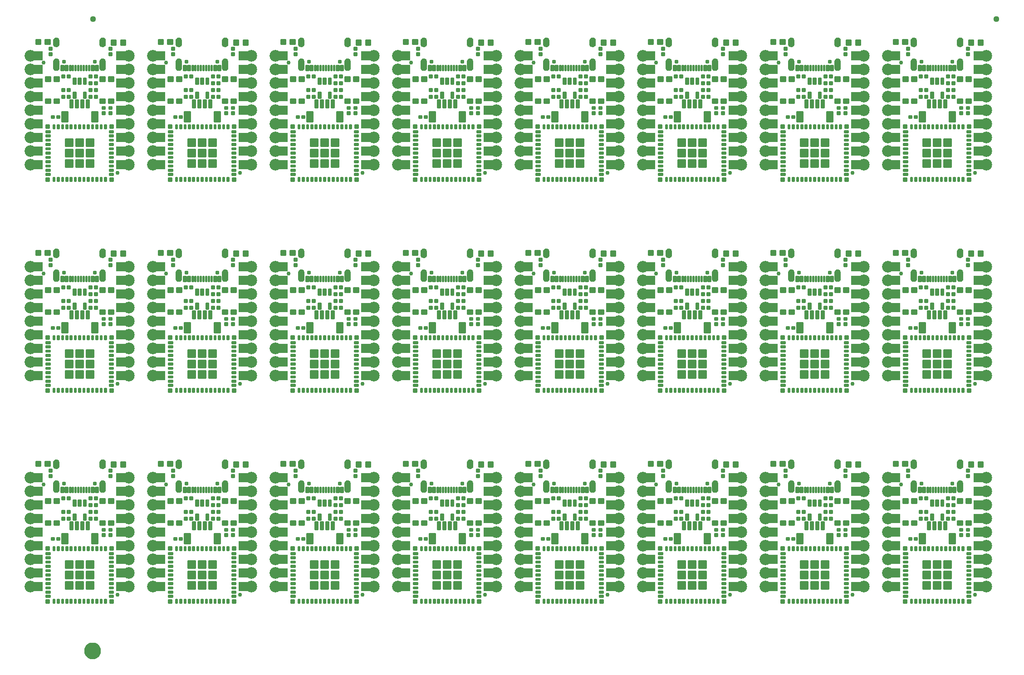
<source format=gts>
G04 EAGLE Gerber RS-274X export*
G75*
%MOMM*%
%FSLAX34Y34*%
%LPD*%
%INSoldermask Top*%
%IPPOS*%
%AMOC8*
5,1,8,0,0,1.08239X$1,22.5*%
G01*
%ADD10C,0.230578*%
%ADD11C,0.225369*%
%ADD12C,0.777000*%
%ADD13C,0.223409*%
%ADD14C,0.428259*%
%ADD15C,0.225938*%
%ADD16C,0.762000*%
%ADD17C,0.225588*%
%ADD18C,1.147000*%
%ADD19C,2.167000*%
%ADD20C,0.226609*%
%ADD21C,0.220778*%
%ADD22C,0.231559*%
%ADD23C,1.127000*%
%ADD24C,1.270000*%
%ADD25C,1.627000*%

G36*
X1778002Y1020320D02*
X1778002Y1020320D01*
X1778004Y1020319D01*
X1778047Y1020339D01*
X1778091Y1020357D01*
X1778091Y1020359D01*
X1778093Y1020360D01*
X1778126Y1020445D01*
X1778126Y1036955D01*
X1778125Y1036957D01*
X1778126Y1036959D01*
X1778106Y1037002D01*
X1778088Y1037046D01*
X1778086Y1037046D01*
X1778085Y1037048D01*
X1778000Y1037081D01*
X1757680Y1037081D01*
X1757678Y1037080D01*
X1757676Y1037081D01*
X1757633Y1037061D01*
X1757589Y1037043D01*
X1757589Y1037041D01*
X1757587Y1037040D01*
X1757554Y1036955D01*
X1757554Y1020445D01*
X1757555Y1020443D01*
X1757554Y1020441D01*
X1757574Y1020398D01*
X1757592Y1020354D01*
X1757594Y1020354D01*
X1757595Y1020352D01*
X1757680Y1020319D01*
X1778000Y1020319D01*
X1778002Y1020320D01*
G37*
G36*
X1549402Y182120D02*
X1549402Y182120D01*
X1549404Y182119D01*
X1549447Y182139D01*
X1549491Y182157D01*
X1549491Y182159D01*
X1549493Y182160D01*
X1549526Y182245D01*
X1549526Y198755D01*
X1549525Y198757D01*
X1549526Y198759D01*
X1549506Y198802D01*
X1549488Y198846D01*
X1549486Y198846D01*
X1549485Y198848D01*
X1549400Y198881D01*
X1529080Y198881D01*
X1529078Y198880D01*
X1529076Y198881D01*
X1529033Y198861D01*
X1528989Y198843D01*
X1528989Y198841D01*
X1528987Y198840D01*
X1528954Y198755D01*
X1528954Y182245D01*
X1528955Y182243D01*
X1528954Y182241D01*
X1528974Y182198D01*
X1528992Y182154D01*
X1528994Y182154D01*
X1528995Y182152D01*
X1529080Y182119D01*
X1549400Y182119D01*
X1549402Y182120D01*
G37*
G36*
X635002Y156720D02*
X635002Y156720D01*
X635004Y156719D01*
X635047Y156739D01*
X635091Y156757D01*
X635091Y156759D01*
X635093Y156760D01*
X635126Y156845D01*
X635126Y173355D01*
X635125Y173357D01*
X635126Y173359D01*
X635106Y173402D01*
X635088Y173446D01*
X635086Y173446D01*
X635085Y173448D01*
X635000Y173481D01*
X614680Y173481D01*
X614678Y173480D01*
X614676Y173481D01*
X614633Y173461D01*
X614589Y173443D01*
X614589Y173441D01*
X614587Y173440D01*
X614554Y173355D01*
X614554Y156845D01*
X614555Y156843D01*
X614554Y156841D01*
X614574Y156798D01*
X614592Y156754D01*
X614594Y156754D01*
X614595Y156752D01*
X614680Y156719D01*
X635000Y156719D01*
X635002Y156720D01*
G37*
G36*
X1391922Y156720D02*
X1391922Y156720D01*
X1391924Y156719D01*
X1391967Y156739D01*
X1392011Y156757D01*
X1392011Y156759D01*
X1392013Y156760D01*
X1392046Y156845D01*
X1392046Y173355D01*
X1392045Y173357D01*
X1392046Y173359D01*
X1392026Y173402D01*
X1392008Y173446D01*
X1392006Y173446D01*
X1392005Y173448D01*
X1391920Y173481D01*
X1371600Y173481D01*
X1371598Y173480D01*
X1371596Y173481D01*
X1371553Y173461D01*
X1371509Y173443D01*
X1371509Y173441D01*
X1371507Y173440D01*
X1371474Y173355D01*
X1371474Y156845D01*
X1371475Y156843D01*
X1371474Y156841D01*
X1371494Y156798D01*
X1371512Y156754D01*
X1371514Y156754D01*
X1371515Y156752D01*
X1371600Y156719D01*
X1391920Y156719D01*
X1391922Y156720D01*
G37*
G36*
X934722Y156720D02*
X934722Y156720D01*
X934724Y156719D01*
X934767Y156739D01*
X934811Y156757D01*
X934811Y156759D01*
X934813Y156760D01*
X934846Y156845D01*
X934846Y173355D01*
X934845Y173357D01*
X934846Y173359D01*
X934826Y173402D01*
X934808Y173446D01*
X934806Y173446D01*
X934805Y173448D01*
X934720Y173481D01*
X914400Y173481D01*
X914398Y173480D01*
X914396Y173481D01*
X914353Y173461D01*
X914309Y173443D01*
X914309Y173441D01*
X914307Y173440D01*
X914274Y173355D01*
X914274Y156845D01*
X914275Y156843D01*
X914274Y156841D01*
X914294Y156798D01*
X914312Y156754D01*
X914314Y156754D01*
X914315Y156752D01*
X914400Y156719D01*
X934720Y156719D01*
X934722Y156720D01*
G37*
G36*
X248922Y156720D02*
X248922Y156720D01*
X248924Y156719D01*
X248967Y156739D01*
X249011Y156757D01*
X249011Y156759D01*
X249013Y156760D01*
X249046Y156845D01*
X249046Y173355D01*
X249045Y173357D01*
X249046Y173359D01*
X249026Y173402D01*
X249008Y173446D01*
X249006Y173446D01*
X249005Y173448D01*
X248920Y173481D01*
X228600Y173481D01*
X228598Y173480D01*
X228596Y173481D01*
X228553Y173461D01*
X228509Y173443D01*
X228509Y173441D01*
X228507Y173440D01*
X228474Y173355D01*
X228474Y156845D01*
X228475Y156843D01*
X228474Y156841D01*
X228494Y156798D01*
X228512Y156754D01*
X228514Y156754D01*
X228515Y156752D01*
X228600Y156719D01*
X248920Y156719D01*
X248922Y156720D01*
G37*
G36*
X1320802Y156720D02*
X1320802Y156720D01*
X1320804Y156719D01*
X1320847Y156739D01*
X1320891Y156757D01*
X1320891Y156759D01*
X1320893Y156760D01*
X1320926Y156845D01*
X1320926Y173355D01*
X1320925Y173357D01*
X1320926Y173359D01*
X1320906Y173402D01*
X1320888Y173446D01*
X1320886Y173446D01*
X1320885Y173448D01*
X1320800Y173481D01*
X1300480Y173481D01*
X1300478Y173480D01*
X1300476Y173481D01*
X1300433Y173461D01*
X1300389Y173443D01*
X1300389Y173441D01*
X1300387Y173440D01*
X1300354Y173355D01*
X1300354Y156845D01*
X1300355Y156843D01*
X1300354Y156841D01*
X1300374Y156798D01*
X1300392Y156754D01*
X1300394Y156754D01*
X1300395Y156752D01*
X1300480Y156719D01*
X1320800Y156719D01*
X1320802Y156720D01*
G37*
G36*
X1620522Y156720D02*
X1620522Y156720D01*
X1620524Y156719D01*
X1620567Y156739D01*
X1620611Y156757D01*
X1620611Y156759D01*
X1620613Y156760D01*
X1620646Y156845D01*
X1620646Y173355D01*
X1620645Y173357D01*
X1620646Y173359D01*
X1620626Y173402D01*
X1620608Y173446D01*
X1620606Y173446D01*
X1620605Y173448D01*
X1620520Y173481D01*
X1600200Y173481D01*
X1600198Y173480D01*
X1600196Y173481D01*
X1600153Y173461D01*
X1600109Y173443D01*
X1600109Y173441D01*
X1600107Y173440D01*
X1600074Y173355D01*
X1600074Y156845D01*
X1600075Y156843D01*
X1600074Y156841D01*
X1600094Y156798D01*
X1600112Y156754D01*
X1600114Y156754D01*
X1600115Y156752D01*
X1600200Y156719D01*
X1620520Y156719D01*
X1620522Y156720D01*
G37*
G36*
X1778002Y156720D02*
X1778002Y156720D01*
X1778004Y156719D01*
X1778047Y156739D01*
X1778091Y156757D01*
X1778091Y156759D01*
X1778093Y156760D01*
X1778126Y156845D01*
X1778126Y173355D01*
X1778125Y173357D01*
X1778126Y173359D01*
X1778106Y173402D01*
X1778088Y173446D01*
X1778086Y173446D01*
X1778085Y173448D01*
X1778000Y173481D01*
X1757680Y173481D01*
X1757678Y173480D01*
X1757676Y173481D01*
X1757633Y173461D01*
X1757589Y173443D01*
X1757589Y173441D01*
X1757587Y173440D01*
X1757554Y173355D01*
X1757554Y156845D01*
X1757555Y156843D01*
X1757554Y156841D01*
X1757574Y156798D01*
X1757592Y156754D01*
X1757594Y156754D01*
X1757595Y156752D01*
X1757680Y156719D01*
X1778000Y156719D01*
X1778002Y156720D01*
G37*
G36*
X706122Y156720D02*
X706122Y156720D01*
X706124Y156719D01*
X706167Y156739D01*
X706211Y156757D01*
X706211Y156759D01*
X706213Y156760D01*
X706246Y156845D01*
X706246Y173355D01*
X706245Y173357D01*
X706246Y173359D01*
X706226Y173402D01*
X706208Y173446D01*
X706206Y173446D01*
X706205Y173448D01*
X706120Y173481D01*
X685800Y173481D01*
X685798Y173480D01*
X685796Y173481D01*
X685753Y173461D01*
X685709Y173443D01*
X685709Y173441D01*
X685707Y173440D01*
X685674Y173355D01*
X685674Y156845D01*
X685675Y156843D01*
X685674Y156841D01*
X685694Y156798D01*
X685712Y156754D01*
X685714Y156754D01*
X685715Y156752D01*
X685800Y156719D01*
X706120Y156719D01*
X706122Y156720D01*
G37*
G36*
X406402Y156720D02*
X406402Y156720D01*
X406404Y156719D01*
X406447Y156739D01*
X406491Y156757D01*
X406491Y156759D01*
X406493Y156760D01*
X406526Y156845D01*
X406526Y173355D01*
X406525Y173357D01*
X406526Y173359D01*
X406506Y173402D01*
X406488Y173446D01*
X406486Y173446D01*
X406485Y173448D01*
X406400Y173481D01*
X386080Y173481D01*
X386078Y173480D01*
X386076Y173481D01*
X386033Y173461D01*
X385989Y173443D01*
X385989Y173441D01*
X385987Y173440D01*
X385954Y173355D01*
X385954Y156845D01*
X385955Y156843D01*
X385954Y156841D01*
X385974Y156798D01*
X385992Y156754D01*
X385994Y156754D01*
X385995Y156752D01*
X386080Y156719D01*
X406400Y156719D01*
X406402Y156720D01*
G37*
G36*
X177802Y156720D02*
X177802Y156720D01*
X177804Y156719D01*
X177847Y156739D01*
X177891Y156757D01*
X177891Y156759D01*
X177893Y156760D01*
X177926Y156845D01*
X177926Y173355D01*
X177925Y173357D01*
X177926Y173359D01*
X177906Y173402D01*
X177888Y173446D01*
X177886Y173446D01*
X177885Y173448D01*
X177800Y173481D01*
X157480Y173481D01*
X157478Y173480D01*
X157476Y173481D01*
X157433Y173461D01*
X157389Y173443D01*
X157389Y173441D01*
X157387Y173440D01*
X157354Y173355D01*
X157354Y156845D01*
X157355Y156843D01*
X157354Y156841D01*
X157374Y156798D01*
X157392Y156754D01*
X157394Y156754D01*
X157395Y156752D01*
X157480Y156719D01*
X177800Y156719D01*
X177802Y156720D01*
G37*
G36*
X20322Y156720D02*
X20322Y156720D01*
X20324Y156719D01*
X20367Y156739D01*
X20411Y156757D01*
X20411Y156759D01*
X20413Y156760D01*
X20446Y156845D01*
X20446Y173355D01*
X20445Y173357D01*
X20446Y173359D01*
X20426Y173402D01*
X20408Y173446D01*
X20406Y173446D01*
X20405Y173448D01*
X20320Y173481D01*
X0Y173481D01*
X-2Y173480D01*
X-4Y173481D01*
X-47Y173461D01*
X-91Y173443D01*
X-91Y173441D01*
X-93Y173440D01*
X-126Y173355D01*
X-126Y156845D01*
X-125Y156843D01*
X-126Y156841D01*
X-106Y156798D01*
X-88Y156754D01*
X-86Y156754D01*
X-85Y156752D01*
X0Y156719D01*
X20320Y156719D01*
X20322Y156720D01*
G37*
G36*
X1092202Y156720D02*
X1092202Y156720D01*
X1092204Y156719D01*
X1092247Y156739D01*
X1092291Y156757D01*
X1092291Y156759D01*
X1092293Y156760D01*
X1092326Y156845D01*
X1092326Y173355D01*
X1092325Y173357D01*
X1092326Y173359D01*
X1092306Y173402D01*
X1092288Y173446D01*
X1092286Y173446D01*
X1092285Y173448D01*
X1092200Y173481D01*
X1071880Y173481D01*
X1071878Y173480D01*
X1071876Y173481D01*
X1071833Y173461D01*
X1071789Y173443D01*
X1071789Y173441D01*
X1071787Y173440D01*
X1071754Y173355D01*
X1071754Y156845D01*
X1071755Y156843D01*
X1071754Y156841D01*
X1071774Y156798D01*
X1071792Y156754D01*
X1071794Y156754D01*
X1071795Y156752D01*
X1071880Y156719D01*
X1092200Y156719D01*
X1092202Y156720D01*
G37*
G36*
X477522Y156720D02*
X477522Y156720D01*
X477524Y156719D01*
X477567Y156739D01*
X477611Y156757D01*
X477611Y156759D01*
X477613Y156760D01*
X477646Y156845D01*
X477646Y173355D01*
X477645Y173357D01*
X477646Y173359D01*
X477626Y173402D01*
X477608Y173446D01*
X477606Y173446D01*
X477605Y173448D01*
X477520Y173481D01*
X457200Y173481D01*
X457198Y173480D01*
X457196Y173481D01*
X457153Y173461D01*
X457109Y173443D01*
X457109Y173441D01*
X457107Y173440D01*
X457074Y173355D01*
X457074Y156845D01*
X457075Y156843D01*
X457074Y156841D01*
X457094Y156798D01*
X457112Y156754D01*
X457114Y156754D01*
X457115Y156752D01*
X457200Y156719D01*
X477520Y156719D01*
X477522Y156720D01*
G37*
G36*
X863602Y156720D02*
X863602Y156720D01*
X863604Y156719D01*
X863647Y156739D01*
X863691Y156757D01*
X863691Y156759D01*
X863693Y156760D01*
X863726Y156845D01*
X863726Y173355D01*
X863725Y173357D01*
X863726Y173359D01*
X863706Y173402D01*
X863688Y173446D01*
X863686Y173446D01*
X863685Y173448D01*
X863600Y173481D01*
X843280Y173481D01*
X843278Y173480D01*
X843276Y173481D01*
X843233Y173461D01*
X843189Y173443D01*
X843189Y173441D01*
X843187Y173440D01*
X843154Y173355D01*
X843154Y156845D01*
X843155Y156843D01*
X843154Y156841D01*
X843174Y156798D01*
X843192Y156754D01*
X843194Y156754D01*
X843195Y156752D01*
X843280Y156719D01*
X863600Y156719D01*
X863602Y156720D01*
G37*
G36*
X1163322Y1071120D02*
X1163322Y1071120D01*
X1163324Y1071119D01*
X1163367Y1071139D01*
X1163411Y1071157D01*
X1163411Y1071159D01*
X1163413Y1071160D01*
X1163446Y1071245D01*
X1163446Y1087755D01*
X1163445Y1087757D01*
X1163446Y1087759D01*
X1163426Y1087802D01*
X1163408Y1087846D01*
X1163406Y1087846D01*
X1163405Y1087848D01*
X1163320Y1087881D01*
X1143000Y1087881D01*
X1142998Y1087880D01*
X1142996Y1087881D01*
X1142953Y1087861D01*
X1142909Y1087843D01*
X1142909Y1087841D01*
X1142907Y1087840D01*
X1142874Y1087755D01*
X1142874Y1071245D01*
X1142875Y1071243D01*
X1142874Y1071241D01*
X1142894Y1071198D01*
X1142912Y1071154D01*
X1142914Y1071154D01*
X1142915Y1071152D01*
X1143000Y1071119D01*
X1163320Y1071119D01*
X1163322Y1071120D01*
G37*
G36*
X177802Y1071120D02*
X177802Y1071120D01*
X177804Y1071119D01*
X177847Y1071139D01*
X177891Y1071157D01*
X177891Y1071159D01*
X177893Y1071160D01*
X177926Y1071245D01*
X177926Y1087755D01*
X177925Y1087757D01*
X177926Y1087759D01*
X177906Y1087802D01*
X177888Y1087846D01*
X177886Y1087846D01*
X177885Y1087848D01*
X177800Y1087881D01*
X157480Y1087881D01*
X157478Y1087880D01*
X157476Y1087881D01*
X157433Y1087861D01*
X157389Y1087843D01*
X157389Y1087841D01*
X157387Y1087840D01*
X157354Y1087755D01*
X157354Y1071245D01*
X157355Y1071243D01*
X157354Y1071241D01*
X157374Y1071198D01*
X157392Y1071154D01*
X157394Y1071154D01*
X157395Y1071152D01*
X157480Y1071119D01*
X177800Y1071119D01*
X177802Y1071120D01*
G37*
G36*
X248922Y1071120D02*
X248922Y1071120D01*
X248924Y1071119D01*
X248967Y1071139D01*
X249011Y1071157D01*
X249011Y1071159D01*
X249013Y1071160D01*
X249046Y1071245D01*
X249046Y1087755D01*
X249045Y1087757D01*
X249046Y1087759D01*
X249026Y1087802D01*
X249008Y1087846D01*
X249006Y1087846D01*
X249005Y1087848D01*
X248920Y1087881D01*
X228600Y1087881D01*
X228598Y1087880D01*
X228596Y1087881D01*
X228553Y1087861D01*
X228509Y1087843D01*
X228509Y1087841D01*
X228507Y1087840D01*
X228474Y1087755D01*
X228474Y1071245D01*
X228475Y1071243D01*
X228474Y1071241D01*
X228494Y1071198D01*
X228512Y1071154D01*
X228514Y1071154D01*
X228515Y1071152D01*
X228600Y1071119D01*
X248920Y1071119D01*
X248922Y1071120D01*
G37*
G36*
X1391922Y1071120D02*
X1391922Y1071120D01*
X1391924Y1071119D01*
X1391967Y1071139D01*
X1392011Y1071157D01*
X1392011Y1071159D01*
X1392013Y1071160D01*
X1392046Y1071245D01*
X1392046Y1087755D01*
X1392045Y1087757D01*
X1392046Y1087759D01*
X1392026Y1087802D01*
X1392008Y1087846D01*
X1392006Y1087846D01*
X1392005Y1087848D01*
X1391920Y1087881D01*
X1371600Y1087881D01*
X1371598Y1087880D01*
X1371596Y1087881D01*
X1371553Y1087861D01*
X1371509Y1087843D01*
X1371509Y1087841D01*
X1371507Y1087840D01*
X1371474Y1087755D01*
X1371474Y1071245D01*
X1371475Y1071243D01*
X1371474Y1071241D01*
X1371494Y1071198D01*
X1371512Y1071154D01*
X1371514Y1071154D01*
X1371515Y1071152D01*
X1371600Y1071119D01*
X1391920Y1071119D01*
X1391922Y1071120D01*
G37*
G36*
X1778002Y1071120D02*
X1778002Y1071120D01*
X1778004Y1071119D01*
X1778047Y1071139D01*
X1778091Y1071157D01*
X1778091Y1071159D01*
X1778093Y1071160D01*
X1778126Y1071245D01*
X1778126Y1087755D01*
X1778125Y1087757D01*
X1778126Y1087759D01*
X1778106Y1087802D01*
X1778088Y1087846D01*
X1778086Y1087846D01*
X1778085Y1087848D01*
X1778000Y1087881D01*
X1757680Y1087881D01*
X1757678Y1087880D01*
X1757676Y1087881D01*
X1757633Y1087861D01*
X1757589Y1087843D01*
X1757589Y1087841D01*
X1757587Y1087840D01*
X1757554Y1087755D01*
X1757554Y1071245D01*
X1757555Y1071243D01*
X1757554Y1071241D01*
X1757574Y1071198D01*
X1757592Y1071154D01*
X1757594Y1071154D01*
X1757595Y1071152D01*
X1757680Y1071119D01*
X1778000Y1071119D01*
X1778002Y1071120D01*
G37*
G36*
X1620522Y1071120D02*
X1620522Y1071120D01*
X1620524Y1071119D01*
X1620567Y1071139D01*
X1620611Y1071157D01*
X1620611Y1071159D01*
X1620613Y1071160D01*
X1620646Y1071245D01*
X1620646Y1087755D01*
X1620645Y1087757D01*
X1620646Y1087759D01*
X1620626Y1087802D01*
X1620608Y1087846D01*
X1620606Y1087846D01*
X1620605Y1087848D01*
X1620520Y1087881D01*
X1600200Y1087881D01*
X1600198Y1087880D01*
X1600196Y1087881D01*
X1600153Y1087861D01*
X1600109Y1087843D01*
X1600109Y1087841D01*
X1600107Y1087840D01*
X1600074Y1087755D01*
X1600074Y1071245D01*
X1600075Y1071243D01*
X1600074Y1071241D01*
X1600094Y1071198D01*
X1600112Y1071154D01*
X1600114Y1071154D01*
X1600115Y1071152D01*
X1600200Y1071119D01*
X1620520Y1071119D01*
X1620522Y1071120D01*
G37*
G36*
X1320802Y1071120D02*
X1320802Y1071120D01*
X1320804Y1071119D01*
X1320847Y1071139D01*
X1320891Y1071157D01*
X1320891Y1071159D01*
X1320893Y1071160D01*
X1320926Y1071245D01*
X1320926Y1087755D01*
X1320925Y1087757D01*
X1320926Y1087759D01*
X1320906Y1087802D01*
X1320888Y1087846D01*
X1320886Y1087846D01*
X1320885Y1087848D01*
X1320800Y1087881D01*
X1300480Y1087881D01*
X1300478Y1087880D01*
X1300476Y1087881D01*
X1300433Y1087861D01*
X1300389Y1087843D01*
X1300389Y1087841D01*
X1300387Y1087840D01*
X1300354Y1087755D01*
X1300354Y1071245D01*
X1300355Y1071243D01*
X1300354Y1071241D01*
X1300374Y1071198D01*
X1300392Y1071154D01*
X1300394Y1071154D01*
X1300395Y1071152D01*
X1300480Y1071119D01*
X1320800Y1071119D01*
X1320802Y1071120D01*
G37*
G36*
X1092202Y1071120D02*
X1092202Y1071120D01*
X1092204Y1071119D01*
X1092247Y1071139D01*
X1092291Y1071157D01*
X1092291Y1071159D01*
X1092293Y1071160D01*
X1092326Y1071245D01*
X1092326Y1087755D01*
X1092325Y1087757D01*
X1092326Y1087759D01*
X1092306Y1087802D01*
X1092288Y1087846D01*
X1092286Y1087846D01*
X1092285Y1087848D01*
X1092200Y1087881D01*
X1071880Y1087881D01*
X1071878Y1087880D01*
X1071876Y1087881D01*
X1071833Y1087861D01*
X1071789Y1087843D01*
X1071789Y1087841D01*
X1071787Y1087840D01*
X1071754Y1087755D01*
X1071754Y1071245D01*
X1071755Y1071243D01*
X1071754Y1071241D01*
X1071774Y1071198D01*
X1071792Y1071154D01*
X1071794Y1071154D01*
X1071795Y1071152D01*
X1071880Y1071119D01*
X1092200Y1071119D01*
X1092202Y1071120D01*
G37*
G36*
X477522Y1071120D02*
X477522Y1071120D01*
X477524Y1071119D01*
X477567Y1071139D01*
X477611Y1071157D01*
X477611Y1071159D01*
X477613Y1071160D01*
X477646Y1071245D01*
X477646Y1087755D01*
X477645Y1087757D01*
X477646Y1087759D01*
X477626Y1087802D01*
X477608Y1087846D01*
X477606Y1087846D01*
X477605Y1087848D01*
X477520Y1087881D01*
X457200Y1087881D01*
X457198Y1087880D01*
X457196Y1087881D01*
X457153Y1087861D01*
X457109Y1087843D01*
X457109Y1087841D01*
X457107Y1087840D01*
X457074Y1087755D01*
X457074Y1071245D01*
X457075Y1071243D01*
X457074Y1071241D01*
X457094Y1071198D01*
X457112Y1071154D01*
X457114Y1071154D01*
X457115Y1071152D01*
X457200Y1071119D01*
X477520Y1071119D01*
X477522Y1071120D01*
G37*
G36*
X863602Y1071120D02*
X863602Y1071120D01*
X863604Y1071119D01*
X863647Y1071139D01*
X863691Y1071157D01*
X863691Y1071159D01*
X863693Y1071160D01*
X863726Y1071245D01*
X863726Y1087755D01*
X863725Y1087757D01*
X863726Y1087759D01*
X863706Y1087802D01*
X863688Y1087846D01*
X863686Y1087846D01*
X863685Y1087848D01*
X863600Y1087881D01*
X843280Y1087881D01*
X843278Y1087880D01*
X843276Y1087881D01*
X843233Y1087861D01*
X843189Y1087843D01*
X843189Y1087841D01*
X843187Y1087840D01*
X843154Y1087755D01*
X843154Y1071245D01*
X843155Y1071243D01*
X843154Y1071241D01*
X843174Y1071198D01*
X843192Y1071154D01*
X843194Y1071154D01*
X843195Y1071152D01*
X843280Y1071119D01*
X863600Y1071119D01*
X863602Y1071120D01*
G37*
G36*
X406402Y1071120D02*
X406402Y1071120D01*
X406404Y1071119D01*
X406447Y1071139D01*
X406491Y1071157D01*
X406491Y1071159D01*
X406493Y1071160D01*
X406526Y1071245D01*
X406526Y1087755D01*
X406525Y1087757D01*
X406526Y1087759D01*
X406506Y1087802D01*
X406488Y1087846D01*
X406486Y1087846D01*
X406485Y1087848D01*
X406400Y1087881D01*
X386080Y1087881D01*
X386078Y1087880D01*
X386076Y1087881D01*
X386033Y1087861D01*
X385989Y1087843D01*
X385989Y1087841D01*
X385987Y1087840D01*
X385954Y1087755D01*
X385954Y1071245D01*
X385955Y1071243D01*
X385954Y1071241D01*
X385974Y1071198D01*
X385992Y1071154D01*
X385994Y1071154D01*
X385995Y1071152D01*
X386080Y1071119D01*
X406400Y1071119D01*
X406402Y1071120D01*
G37*
G36*
X934722Y1071120D02*
X934722Y1071120D01*
X934724Y1071119D01*
X934767Y1071139D01*
X934811Y1071157D01*
X934811Y1071159D01*
X934813Y1071160D01*
X934846Y1071245D01*
X934846Y1087755D01*
X934845Y1087757D01*
X934846Y1087759D01*
X934826Y1087802D01*
X934808Y1087846D01*
X934806Y1087846D01*
X934805Y1087848D01*
X934720Y1087881D01*
X914400Y1087881D01*
X914398Y1087880D01*
X914396Y1087881D01*
X914353Y1087861D01*
X914309Y1087843D01*
X914309Y1087841D01*
X914307Y1087840D01*
X914274Y1087755D01*
X914274Y1071245D01*
X914275Y1071243D01*
X914274Y1071241D01*
X914294Y1071198D01*
X914312Y1071154D01*
X914314Y1071154D01*
X914315Y1071152D01*
X914400Y1071119D01*
X934720Y1071119D01*
X934722Y1071120D01*
G37*
G36*
X706122Y1071120D02*
X706122Y1071120D01*
X706124Y1071119D01*
X706167Y1071139D01*
X706211Y1071157D01*
X706211Y1071159D01*
X706213Y1071160D01*
X706246Y1071245D01*
X706246Y1087755D01*
X706245Y1087757D01*
X706246Y1087759D01*
X706226Y1087802D01*
X706208Y1087846D01*
X706206Y1087846D01*
X706205Y1087848D01*
X706120Y1087881D01*
X685800Y1087881D01*
X685798Y1087880D01*
X685796Y1087881D01*
X685753Y1087861D01*
X685709Y1087843D01*
X685709Y1087841D01*
X685707Y1087840D01*
X685674Y1087755D01*
X685674Y1071245D01*
X685675Y1071243D01*
X685674Y1071241D01*
X685694Y1071198D01*
X685712Y1071154D01*
X685714Y1071154D01*
X685715Y1071152D01*
X685800Y1071119D01*
X706120Y1071119D01*
X706122Y1071120D01*
G37*
G36*
X635002Y1071120D02*
X635002Y1071120D01*
X635004Y1071119D01*
X635047Y1071139D01*
X635091Y1071157D01*
X635091Y1071159D01*
X635093Y1071160D01*
X635126Y1071245D01*
X635126Y1087755D01*
X635125Y1087757D01*
X635126Y1087759D01*
X635106Y1087802D01*
X635088Y1087846D01*
X635086Y1087846D01*
X635085Y1087848D01*
X635000Y1087881D01*
X614680Y1087881D01*
X614678Y1087880D01*
X614676Y1087881D01*
X614633Y1087861D01*
X614589Y1087843D01*
X614589Y1087841D01*
X614587Y1087840D01*
X614554Y1087755D01*
X614554Y1071245D01*
X614555Y1071243D01*
X614554Y1071241D01*
X614574Y1071198D01*
X614592Y1071154D01*
X614594Y1071154D01*
X614595Y1071152D01*
X614680Y1071119D01*
X635000Y1071119D01*
X635002Y1071120D01*
G37*
G36*
X1549402Y1071120D02*
X1549402Y1071120D01*
X1549404Y1071119D01*
X1549447Y1071139D01*
X1549491Y1071157D01*
X1549491Y1071159D01*
X1549493Y1071160D01*
X1549526Y1071245D01*
X1549526Y1087755D01*
X1549525Y1087757D01*
X1549526Y1087759D01*
X1549506Y1087802D01*
X1549488Y1087846D01*
X1549486Y1087846D01*
X1549485Y1087848D01*
X1549400Y1087881D01*
X1529080Y1087881D01*
X1529078Y1087880D01*
X1529076Y1087881D01*
X1529033Y1087861D01*
X1528989Y1087843D01*
X1528989Y1087841D01*
X1528987Y1087840D01*
X1528954Y1087755D01*
X1528954Y1071245D01*
X1528955Y1071243D01*
X1528954Y1071241D01*
X1528974Y1071198D01*
X1528992Y1071154D01*
X1528994Y1071154D01*
X1528995Y1071152D01*
X1529080Y1071119D01*
X1549400Y1071119D01*
X1549402Y1071120D01*
G37*
G36*
X20322Y1071120D02*
X20322Y1071120D01*
X20324Y1071119D01*
X20367Y1071139D01*
X20411Y1071157D01*
X20411Y1071159D01*
X20413Y1071160D01*
X20446Y1071245D01*
X20446Y1087755D01*
X20445Y1087757D01*
X20446Y1087759D01*
X20426Y1087802D01*
X20408Y1087846D01*
X20406Y1087846D01*
X20405Y1087848D01*
X20320Y1087881D01*
X0Y1087881D01*
X-2Y1087880D01*
X-4Y1087881D01*
X-47Y1087861D01*
X-91Y1087843D01*
X-91Y1087841D01*
X-93Y1087840D01*
X-126Y1087755D01*
X-126Y1071245D01*
X-125Y1071243D01*
X-126Y1071241D01*
X-106Y1071198D01*
X-88Y1071154D01*
X-86Y1071154D01*
X-85Y1071152D01*
X0Y1071119D01*
X20320Y1071119D01*
X20322Y1071120D01*
G37*
G36*
X1549402Y156720D02*
X1549402Y156720D01*
X1549404Y156719D01*
X1549447Y156739D01*
X1549491Y156757D01*
X1549491Y156759D01*
X1549493Y156760D01*
X1549526Y156845D01*
X1549526Y173355D01*
X1549525Y173357D01*
X1549526Y173359D01*
X1549506Y173402D01*
X1549488Y173446D01*
X1549486Y173446D01*
X1549485Y173448D01*
X1549400Y173481D01*
X1529080Y173481D01*
X1529078Y173480D01*
X1529076Y173481D01*
X1529033Y173461D01*
X1528989Y173443D01*
X1528989Y173441D01*
X1528987Y173440D01*
X1528954Y173355D01*
X1528954Y156845D01*
X1528955Y156843D01*
X1528954Y156841D01*
X1528974Y156798D01*
X1528992Y156754D01*
X1528994Y156754D01*
X1528995Y156752D01*
X1529080Y156719D01*
X1549400Y156719D01*
X1549402Y156720D01*
G37*
G36*
X1163322Y156720D02*
X1163322Y156720D01*
X1163324Y156719D01*
X1163367Y156739D01*
X1163411Y156757D01*
X1163411Y156759D01*
X1163413Y156760D01*
X1163446Y156845D01*
X1163446Y173355D01*
X1163445Y173357D01*
X1163446Y173359D01*
X1163426Y173402D01*
X1163408Y173446D01*
X1163406Y173446D01*
X1163405Y173448D01*
X1163320Y173481D01*
X1143000Y173481D01*
X1142998Y173480D01*
X1142996Y173481D01*
X1142953Y173461D01*
X1142909Y173443D01*
X1142909Y173441D01*
X1142907Y173440D01*
X1142874Y173355D01*
X1142874Y156845D01*
X1142875Y156843D01*
X1142874Y156841D01*
X1142894Y156798D01*
X1142912Y156754D01*
X1142914Y156754D01*
X1142915Y156752D01*
X1143000Y156719D01*
X1163320Y156719D01*
X1163322Y156720D01*
G37*
G36*
X20322Y131320D02*
X20322Y131320D01*
X20324Y131319D01*
X20367Y131339D01*
X20411Y131357D01*
X20411Y131359D01*
X20413Y131360D01*
X20446Y131445D01*
X20446Y147955D01*
X20445Y147957D01*
X20446Y147959D01*
X20426Y148002D01*
X20408Y148046D01*
X20406Y148046D01*
X20405Y148048D01*
X20320Y148081D01*
X0Y148081D01*
X-2Y148080D01*
X-4Y148081D01*
X-47Y148061D01*
X-91Y148043D01*
X-91Y148041D01*
X-93Y148040D01*
X-126Y147955D01*
X-126Y131445D01*
X-125Y131443D01*
X-126Y131441D01*
X-106Y131398D01*
X-88Y131354D01*
X-86Y131354D01*
X-85Y131352D01*
X0Y131319D01*
X20320Y131319D01*
X20322Y131320D01*
G37*
G36*
X1549402Y131320D02*
X1549402Y131320D01*
X1549404Y131319D01*
X1549447Y131339D01*
X1549491Y131357D01*
X1549491Y131359D01*
X1549493Y131360D01*
X1549526Y131445D01*
X1549526Y147955D01*
X1549525Y147957D01*
X1549526Y147959D01*
X1549506Y148002D01*
X1549488Y148046D01*
X1549486Y148046D01*
X1549485Y148048D01*
X1549400Y148081D01*
X1529080Y148081D01*
X1529078Y148080D01*
X1529076Y148081D01*
X1529033Y148061D01*
X1528989Y148043D01*
X1528989Y148041D01*
X1528987Y148040D01*
X1528954Y147955D01*
X1528954Y131445D01*
X1528955Y131443D01*
X1528954Y131441D01*
X1528974Y131398D01*
X1528992Y131354D01*
X1528994Y131354D01*
X1528995Y131352D01*
X1529080Y131319D01*
X1549400Y131319D01*
X1549402Y131320D01*
G37*
G36*
X248922Y131320D02*
X248922Y131320D01*
X248924Y131319D01*
X248967Y131339D01*
X249011Y131357D01*
X249011Y131359D01*
X249013Y131360D01*
X249046Y131445D01*
X249046Y147955D01*
X249045Y147957D01*
X249046Y147959D01*
X249026Y148002D01*
X249008Y148046D01*
X249006Y148046D01*
X249005Y148048D01*
X248920Y148081D01*
X228600Y148081D01*
X228598Y148080D01*
X228596Y148081D01*
X228553Y148061D01*
X228509Y148043D01*
X228509Y148041D01*
X228507Y148040D01*
X228474Y147955D01*
X228474Y131445D01*
X228475Y131443D01*
X228474Y131441D01*
X228494Y131398D01*
X228512Y131354D01*
X228514Y131354D01*
X228515Y131352D01*
X228600Y131319D01*
X248920Y131319D01*
X248922Y131320D01*
G37*
G36*
X406402Y131320D02*
X406402Y131320D01*
X406404Y131319D01*
X406447Y131339D01*
X406491Y131357D01*
X406491Y131359D01*
X406493Y131360D01*
X406526Y131445D01*
X406526Y147955D01*
X406525Y147957D01*
X406526Y147959D01*
X406506Y148002D01*
X406488Y148046D01*
X406486Y148046D01*
X406485Y148048D01*
X406400Y148081D01*
X386080Y148081D01*
X386078Y148080D01*
X386076Y148081D01*
X386033Y148061D01*
X385989Y148043D01*
X385989Y148041D01*
X385987Y148040D01*
X385954Y147955D01*
X385954Y131445D01*
X385955Y131443D01*
X385954Y131441D01*
X385974Y131398D01*
X385992Y131354D01*
X385994Y131354D01*
X385995Y131352D01*
X386080Y131319D01*
X406400Y131319D01*
X406402Y131320D01*
G37*
G36*
X477522Y131320D02*
X477522Y131320D01*
X477524Y131319D01*
X477567Y131339D01*
X477611Y131357D01*
X477611Y131359D01*
X477613Y131360D01*
X477646Y131445D01*
X477646Y147955D01*
X477645Y147957D01*
X477646Y147959D01*
X477626Y148002D01*
X477608Y148046D01*
X477606Y148046D01*
X477605Y148048D01*
X477520Y148081D01*
X457200Y148081D01*
X457198Y148080D01*
X457196Y148081D01*
X457153Y148061D01*
X457109Y148043D01*
X457109Y148041D01*
X457107Y148040D01*
X457074Y147955D01*
X457074Y131445D01*
X457075Y131443D01*
X457074Y131441D01*
X457094Y131398D01*
X457112Y131354D01*
X457114Y131354D01*
X457115Y131352D01*
X457200Y131319D01*
X477520Y131319D01*
X477522Y131320D01*
G37*
G36*
X1320802Y131320D02*
X1320802Y131320D01*
X1320804Y131319D01*
X1320847Y131339D01*
X1320891Y131357D01*
X1320891Y131359D01*
X1320893Y131360D01*
X1320926Y131445D01*
X1320926Y147955D01*
X1320925Y147957D01*
X1320926Y147959D01*
X1320906Y148002D01*
X1320888Y148046D01*
X1320886Y148046D01*
X1320885Y148048D01*
X1320800Y148081D01*
X1300480Y148081D01*
X1300478Y148080D01*
X1300476Y148081D01*
X1300433Y148061D01*
X1300389Y148043D01*
X1300389Y148041D01*
X1300387Y148040D01*
X1300354Y147955D01*
X1300354Y131445D01*
X1300355Y131443D01*
X1300354Y131441D01*
X1300374Y131398D01*
X1300392Y131354D01*
X1300394Y131354D01*
X1300395Y131352D01*
X1300480Y131319D01*
X1320800Y131319D01*
X1320802Y131320D01*
G37*
G36*
X177802Y131320D02*
X177802Y131320D01*
X177804Y131319D01*
X177847Y131339D01*
X177891Y131357D01*
X177891Y131359D01*
X177893Y131360D01*
X177926Y131445D01*
X177926Y147955D01*
X177925Y147957D01*
X177926Y147959D01*
X177906Y148002D01*
X177888Y148046D01*
X177886Y148046D01*
X177885Y148048D01*
X177800Y148081D01*
X157480Y148081D01*
X157478Y148080D01*
X157476Y148081D01*
X157433Y148061D01*
X157389Y148043D01*
X157389Y148041D01*
X157387Y148040D01*
X157354Y147955D01*
X157354Y131445D01*
X157355Y131443D01*
X157354Y131441D01*
X157374Y131398D01*
X157392Y131354D01*
X157394Y131354D01*
X157395Y131352D01*
X157480Y131319D01*
X177800Y131319D01*
X177802Y131320D01*
G37*
G36*
X635002Y131320D02*
X635002Y131320D01*
X635004Y131319D01*
X635047Y131339D01*
X635091Y131357D01*
X635091Y131359D01*
X635093Y131360D01*
X635126Y131445D01*
X635126Y147955D01*
X635125Y147957D01*
X635126Y147959D01*
X635106Y148002D01*
X635088Y148046D01*
X635086Y148046D01*
X635085Y148048D01*
X635000Y148081D01*
X614680Y148081D01*
X614678Y148080D01*
X614676Y148081D01*
X614633Y148061D01*
X614589Y148043D01*
X614589Y148041D01*
X614587Y148040D01*
X614554Y147955D01*
X614554Y131445D01*
X614555Y131443D01*
X614554Y131441D01*
X614574Y131398D01*
X614592Y131354D01*
X614594Y131354D01*
X614595Y131352D01*
X614680Y131319D01*
X635000Y131319D01*
X635002Y131320D01*
G37*
G36*
X706122Y131320D02*
X706122Y131320D01*
X706124Y131319D01*
X706167Y131339D01*
X706211Y131357D01*
X706211Y131359D01*
X706213Y131360D01*
X706246Y131445D01*
X706246Y147955D01*
X706245Y147957D01*
X706246Y147959D01*
X706226Y148002D01*
X706208Y148046D01*
X706206Y148046D01*
X706205Y148048D01*
X706120Y148081D01*
X685800Y148081D01*
X685798Y148080D01*
X685796Y148081D01*
X685753Y148061D01*
X685709Y148043D01*
X685709Y148041D01*
X685707Y148040D01*
X685674Y147955D01*
X685674Y131445D01*
X685675Y131443D01*
X685674Y131441D01*
X685694Y131398D01*
X685712Y131354D01*
X685714Y131354D01*
X685715Y131352D01*
X685800Y131319D01*
X706120Y131319D01*
X706122Y131320D01*
G37*
G36*
X1092202Y131320D02*
X1092202Y131320D01*
X1092204Y131319D01*
X1092247Y131339D01*
X1092291Y131357D01*
X1092291Y131359D01*
X1092293Y131360D01*
X1092326Y131445D01*
X1092326Y147955D01*
X1092325Y147957D01*
X1092326Y147959D01*
X1092306Y148002D01*
X1092288Y148046D01*
X1092286Y148046D01*
X1092285Y148048D01*
X1092200Y148081D01*
X1071880Y148081D01*
X1071878Y148080D01*
X1071876Y148081D01*
X1071833Y148061D01*
X1071789Y148043D01*
X1071789Y148041D01*
X1071787Y148040D01*
X1071754Y147955D01*
X1071754Y131445D01*
X1071755Y131443D01*
X1071754Y131441D01*
X1071774Y131398D01*
X1071792Y131354D01*
X1071794Y131354D01*
X1071795Y131352D01*
X1071880Y131319D01*
X1092200Y131319D01*
X1092202Y131320D01*
G37*
G36*
X1620522Y131320D02*
X1620522Y131320D01*
X1620524Y131319D01*
X1620567Y131339D01*
X1620611Y131357D01*
X1620611Y131359D01*
X1620613Y131360D01*
X1620646Y131445D01*
X1620646Y147955D01*
X1620645Y147957D01*
X1620646Y147959D01*
X1620626Y148002D01*
X1620608Y148046D01*
X1620606Y148046D01*
X1620605Y148048D01*
X1620520Y148081D01*
X1600200Y148081D01*
X1600198Y148080D01*
X1600196Y148081D01*
X1600153Y148061D01*
X1600109Y148043D01*
X1600109Y148041D01*
X1600107Y148040D01*
X1600074Y147955D01*
X1600074Y131445D01*
X1600075Y131443D01*
X1600074Y131441D01*
X1600094Y131398D01*
X1600112Y131354D01*
X1600114Y131354D01*
X1600115Y131352D01*
X1600200Y131319D01*
X1620520Y131319D01*
X1620522Y131320D01*
G37*
G36*
X934722Y131320D02*
X934722Y131320D01*
X934724Y131319D01*
X934767Y131339D01*
X934811Y131357D01*
X934811Y131359D01*
X934813Y131360D01*
X934846Y131445D01*
X934846Y147955D01*
X934845Y147957D01*
X934846Y147959D01*
X934826Y148002D01*
X934808Y148046D01*
X934806Y148046D01*
X934805Y148048D01*
X934720Y148081D01*
X914400Y148081D01*
X914398Y148080D01*
X914396Y148081D01*
X914353Y148061D01*
X914309Y148043D01*
X914309Y148041D01*
X914307Y148040D01*
X914274Y147955D01*
X914274Y131445D01*
X914275Y131443D01*
X914274Y131441D01*
X914294Y131398D01*
X914312Y131354D01*
X914314Y131354D01*
X914315Y131352D01*
X914400Y131319D01*
X934720Y131319D01*
X934722Y131320D01*
G37*
G36*
X1391922Y131320D02*
X1391922Y131320D01*
X1391924Y131319D01*
X1391967Y131339D01*
X1392011Y131357D01*
X1392011Y131359D01*
X1392013Y131360D01*
X1392046Y131445D01*
X1392046Y147955D01*
X1392045Y147957D01*
X1392046Y147959D01*
X1392026Y148002D01*
X1392008Y148046D01*
X1392006Y148046D01*
X1392005Y148048D01*
X1391920Y148081D01*
X1371600Y148081D01*
X1371598Y148080D01*
X1371596Y148081D01*
X1371553Y148061D01*
X1371509Y148043D01*
X1371509Y148041D01*
X1371507Y148040D01*
X1371474Y147955D01*
X1371474Y131445D01*
X1371475Y131443D01*
X1371474Y131441D01*
X1371494Y131398D01*
X1371512Y131354D01*
X1371514Y131354D01*
X1371515Y131352D01*
X1371600Y131319D01*
X1391920Y131319D01*
X1391922Y131320D01*
G37*
G36*
X1163322Y131320D02*
X1163322Y131320D01*
X1163324Y131319D01*
X1163367Y131339D01*
X1163411Y131357D01*
X1163411Y131359D01*
X1163413Y131360D01*
X1163446Y131445D01*
X1163446Y147955D01*
X1163445Y147957D01*
X1163446Y147959D01*
X1163426Y148002D01*
X1163408Y148046D01*
X1163406Y148046D01*
X1163405Y148048D01*
X1163320Y148081D01*
X1143000Y148081D01*
X1142998Y148080D01*
X1142996Y148081D01*
X1142953Y148061D01*
X1142909Y148043D01*
X1142909Y148041D01*
X1142907Y148040D01*
X1142874Y147955D01*
X1142874Y131445D01*
X1142875Y131443D01*
X1142874Y131441D01*
X1142894Y131398D01*
X1142912Y131354D01*
X1142914Y131354D01*
X1142915Y131352D01*
X1143000Y131319D01*
X1163320Y131319D01*
X1163322Y131320D01*
G37*
G36*
X635002Y1045720D02*
X635002Y1045720D01*
X635004Y1045719D01*
X635047Y1045739D01*
X635091Y1045757D01*
X635091Y1045759D01*
X635093Y1045760D01*
X635126Y1045845D01*
X635126Y1062355D01*
X635125Y1062357D01*
X635126Y1062359D01*
X635106Y1062402D01*
X635088Y1062446D01*
X635086Y1062446D01*
X635085Y1062448D01*
X635000Y1062481D01*
X614680Y1062481D01*
X614678Y1062480D01*
X614676Y1062481D01*
X614633Y1062461D01*
X614589Y1062443D01*
X614589Y1062441D01*
X614587Y1062440D01*
X614554Y1062355D01*
X614554Y1045845D01*
X614555Y1045843D01*
X614554Y1045841D01*
X614574Y1045798D01*
X614592Y1045754D01*
X614594Y1045754D01*
X614595Y1045752D01*
X614680Y1045719D01*
X635000Y1045719D01*
X635002Y1045720D01*
G37*
G36*
X248922Y1045720D02*
X248922Y1045720D01*
X248924Y1045719D01*
X248967Y1045739D01*
X249011Y1045757D01*
X249011Y1045759D01*
X249013Y1045760D01*
X249046Y1045845D01*
X249046Y1062355D01*
X249045Y1062357D01*
X249046Y1062359D01*
X249026Y1062402D01*
X249008Y1062446D01*
X249006Y1062446D01*
X249005Y1062448D01*
X248920Y1062481D01*
X228600Y1062481D01*
X228598Y1062480D01*
X228596Y1062481D01*
X228553Y1062461D01*
X228509Y1062443D01*
X228509Y1062441D01*
X228507Y1062440D01*
X228474Y1062355D01*
X228474Y1045845D01*
X228475Y1045843D01*
X228474Y1045841D01*
X228494Y1045798D01*
X228512Y1045754D01*
X228514Y1045754D01*
X228515Y1045752D01*
X228600Y1045719D01*
X248920Y1045719D01*
X248922Y1045720D01*
G37*
G36*
X863602Y1045720D02*
X863602Y1045720D01*
X863604Y1045719D01*
X863647Y1045739D01*
X863691Y1045757D01*
X863691Y1045759D01*
X863693Y1045760D01*
X863726Y1045845D01*
X863726Y1062355D01*
X863725Y1062357D01*
X863726Y1062359D01*
X863706Y1062402D01*
X863688Y1062446D01*
X863686Y1062446D01*
X863685Y1062448D01*
X863600Y1062481D01*
X843280Y1062481D01*
X843278Y1062480D01*
X843276Y1062481D01*
X843233Y1062461D01*
X843189Y1062443D01*
X843189Y1062441D01*
X843187Y1062440D01*
X843154Y1062355D01*
X843154Y1045845D01*
X843155Y1045843D01*
X843154Y1045841D01*
X843174Y1045798D01*
X843192Y1045754D01*
X843194Y1045754D01*
X843195Y1045752D01*
X843280Y1045719D01*
X863600Y1045719D01*
X863602Y1045720D01*
G37*
G36*
X406402Y1045720D02*
X406402Y1045720D01*
X406404Y1045719D01*
X406447Y1045739D01*
X406491Y1045757D01*
X406491Y1045759D01*
X406493Y1045760D01*
X406526Y1045845D01*
X406526Y1062355D01*
X406525Y1062357D01*
X406526Y1062359D01*
X406506Y1062402D01*
X406488Y1062446D01*
X406486Y1062446D01*
X406485Y1062448D01*
X406400Y1062481D01*
X386080Y1062481D01*
X386078Y1062480D01*
X386076Y1062481D01*
X386033Y1062461D01*
X385989Y1062443D01*
X385989Y1062441D01*
X385987Y1062440D01*
X385954Y1062355D01*
X385954Y1045845D01*
X385955Y1045843D01*
X385954Y1045841D01*
X385974Y1045798D01*
X385992Y1045754D01*
X385994Y1045754D01*
X385995Y1045752D01*
X386080Y1045719D01*
X406400Y1045719D01*
X406402Y1045720D01*
G37*
G36*
X1092202Y1045720D02*
X1092202Y1045720D01*
X1092204Y1045719D01*
X1092247Y1045739D01*
X1092291Y1045757D01*
X1092291Y1045759D01*
X1092293Y1045760D01*
X1092326Y1045845D01*
X1092326Y1062355D01*
X1092325Y1062357D01*
X1092326Y1062359D01*
X1092306Y1062402D01*
X1092288Y1062446D01*
X1092286Y1062446D01*
X1092285Y1062448D01*
X1092200Y1062481D01*
X1071880Y1062481D01*
X1071878Y1062480D01*
X1071876Y1062481D01*
X1071833Y1062461D01*
X1071789Y1062443D01*
X1071789Y1062441D01*
X1071787Y1062440D01*
X1071754Y1062355D01*
X1071754Y1045845D01*
X1071755Y1045843D01*
X1071754Y1045841D01*
X1071774Y1045798D01*
X1071792Y1045754D01*
X1071794Y1045754D01*
X1071795Y1045752D01*
X1071880Y1045719D01*
X1092200Y1045719D01*
X1092202Y1045720D01*
G37*
G36*
X20322Y1045720D02*
X20322Y1045720D01*
X20324Y1045719D01*
X20367Y1045739D01*
X20411Y1045757D01*
X20411Y1045759D01*
X20413Y1045760D01*
X20446Y1045845D01*
X20446Y1062355D01*
X20445Y1062357D01*
X20446Y1062359D01*
X20426Y1062402D01*
X20408Y1062446D01*
X20406Y1062446D01*
X20405Y1062448D01*
X20320Y1062481D01*
X0Y1062481D01*
X-2Y1062480D01*
X-4Y1062481D01*
X-47Y1062461D01*
X-91Y1062443D01*
X-91Y1062441D01*
X-93Y1062440D01*
X-126Y1062355D01*
X-126Y1045845D01*
X-125Y1045843D01*
X-126Y1045841D01*
X-106Y1045798D01*
X-88Y1045754D01*
X-86Y1045754D01*
X-85Y1045752D01*
X0Y1045719D01*
X20320Y1045719D01*
X20322Y1045720D01*
G37*
G36*
X1391922Y1045720D02*
X1391922Y1045720D01*
X1391924Y1045719D01*
X1391967Y1045739D01*
X1392011Y1045757D01*
X1392011Y1045759D01*
X1392013Y1045760D01*
X1392046Y1045845D01*
X1392046Y1062355D01*
X1392045Y1062357D01*
X1392046Y1062359D01*
X1392026Y1062402D01*
X1392008Y1062446D01*
X1392006Y1062446D01*
X1392005Y1062448D01*
X1391920Y1062481D01*
X1371600Y1062481D01*
X1371598Y1062480D01*
X1371596Y1062481D01*
X1371553Y1062461D01*
X1371509Y1062443D01*
X1371509Y1062441D01*
X1371507Y1062440D01*
X1371474Y1062355D01*
X1371474Y1045845D01*
X1371475Y1045843D01*
X1371474Y1045841D01*
X1371494Y1045798D01*
X1371512Y1045754D01*
X1371514Y1045754D01*
X1371515Y1045752D01*
X1371600Y1045719D01*
X1391920Y1045719D01*
X1391922Y1045720D01*
G37*
G36*
X177802Y1045720D02*
X177802Y1045720D01*
X177804Y1045719D01*
X177847Y1045739D01*
X177891Y1045757D01*
X177891Y1045759D01*
X177893Y1045760D01*
X177926Y1045845D01*
X177926Y1062355D01*
X177925Y1062357D01*
X177926Y1062359D01*
X177906Y1062402D01*
X177888Y1062446D01*
X177886Y1062446D01*
X177885Y1062448D01*
X177800Y1062481D01*
X157480Y1062481D01*
X157478Y1062480D01*
X157476Y1062481D01*
X157433Y1062461D01*
X157389Y1062443D01*
X157389Y1062441D01*
X157387Y1062440D01*
X157354Y1062355D01*
X157354Y1045845D01*
X157355Y1045843D01*
X157354Y1045841D01*
X157374Y1045798D01*
X157392Y1045754D01*
X157394Y1045754D01*
X157395Y1045752D01*
X157480Y1045719D01*
X177800Y1045719D01*
X177802Y1045720D01*
G37*
G36*
X934722Y1045720D02*
X934722Y1045720D01*
X934724Y1045719D01*
X934767Y1045739D01*
X934811Y1045757D01*
X934811Y1045759D01*
X934813Y1045760D01*
X934846Y1045845D01*
X934846Y1062355D01*
X934845Y1062357D01*
X934846Y1062359D01*
X934826Y1062402D01*
X934808Y1062446D01*
X934806Y1062446D01*
X934805Y1062448D01*
X934720Y1062481D01*
X914400Y1062481D01*
X914398Y1062480D01*
X914396Y1062481D01*
X914353Y1062461D01*
X914309Y1062443D01*
X914309Y1062441D01*
X914307Y1062440D01*
X914274Y1062355D01*
X914274Y1045845D01*
X914275Y1045843D01*
X914274Y1045841D01*
X914294Y1045798D01*
X914312Y1045754D01*
X914314Y1045754D01*
X914315Y1045752D01*
X914400Y1045719D01*
X934720Y1045719D01*
X934722Y1045720D01*
G37*
G36*
X1320802Y1045720D02*
X1320802Y1045720D01*
X1320804Y1045719D01*
X1320847Y1045739D01*
X1320891Y1045757D01*
X1320891Y1045759D01*
X1320893Y1045760D01*
X1320926Y1045845D01*
X1320926Y1062355D01*
X1320925Y1062357D01*
X1320926Y1062359D01*
X1320906Y1062402D01*
X1320888Y1062446D01*
X1320886Y1062446D01*
X1320885Y1062448D01*
X1320800Y1062481D01*
X1300480Y1062481D01*
X1300478Y1062480D01*
X1300476Y1062481D01*
X1300433Y1062461D01*
X1300389Y1062443D01*
X1300389Y1062441D01*
X1300387Y1062440D01*
X1300354Y1062355D01*
X1300354Y1045845D01*
X1300355Y1045843D01*
X1300354Y1045841D01*
X1300374Y1045798D01*
X1300392Y1045754D01*
X1300394Y1045754D01*
X1300395Y1045752D01*
X1300480Y1045719D01*
X1320800Y1045719D01*
X1320802Y1045720D01*
G37*
G36*
X1163322Y1045720D02*
X1163322Y1045720D01*
X1163324Y1045719D01*
X1163367Y1045739D01*
X1163411Y1045757D01*
X1163411Y1045759D01*
X1163413Y1045760D01*
X1163446Y1045845D01*
X1163446Y1062355D01*
X1163445Y1062357D01*
X1163446Y1062359D01*
X1163426Y1062402D01*
X1163408Y1062446D01*
X1163406Y1062446D01*
X1163405Y1062448D01*
X1163320Y1062481D01*
X1143000Y1062481D01*
X1142998Y1062480D01*
X1142996Y1062481D01*
X1142953Y1062461D01*
X1142909Y1062443D01*
X1142909Y1062441D01*
X1142907Y1062440D01*
X1142874Y1062355D01*
X1142874Y1045845D01*
X1142875Y1045843D01*
X1142874Y1045841D01*
X1142894Y1045798D01*
X1142912Y1045754D01*
X1142914Y1045754D01*
X1142915Y1045752D01*
X1143000Y1045719D01*
X1163320Y1045719D01*
X1163322Y1045720D01*
G37*
G36*
X706122Y1045720D02*
X706122Y1045720D01*
X706124Y1045719D01*
X706167Y1045739D01*
X706211Y1045757D01*
X706211Y1045759D01*
X706213Y1045760D01*
X706246Y1045845D01*
X706246Y1062355D01*
X706245Y1062357D01*
X706246Y1062359D01*
X706226Y1062402D01*
X706208Y1062446D01*
X706206Y1062446D01*
X706205Y1062448D01*
X706120Y1062481D01*
X685800Y1062481D01*
X685798Y1062480D01*
X685796Y1062481D01*
X685753Y1062461D01*
X685709Y1062443D01*
X685709Y1062441D01*
X685707Y1062440D01*
X685674Y1062355D01*
X685674Y1045845D01*
X685675Y1045843D01*
X685674Y1045841D01*
X685694Y1045798D01*
X685712Y1045754D01*
X685714Y1045754D01*
X685715Y1045752D01*
X685800Y1045719D01*
X706120Y1045719D01*
X706122Y1045720D01*
G37*
G36*
X477522Y1045720D02*
X477522Y1045720D01*
X477524Y1045719D01*
X477567Y1045739D01*
X477611Y1045757D01*
X477611Y1045759D01*
X477613Y1045760D01*
X477646Y1045845D01*
X477646Y1062355D01*
X477645Y1062357D01*
X477646Y1062359D01*
X477626Y1062402D01*
X477608Y1062446D01*
X477606Y1062446D01*
X477605Y1062448D01*
X477520Y1062481D01*
X457200Y1062481D01*
X457198Y1062480D01*
X457196Y1062481D01*
X457153Y1062461D01*
X457109Y1062443D01*
X457109Y1062441D01*
X457107Y1062440D01*
X457074Y1062355D01*
X457074Y1045845D01*
X457075Y1045843D01*
X457074Y1045841D01*
X457094Y1045798D01*
X457112Y1045754D01*
X457114Y1045754D01*
X457115Y1045752D01*
X457200Y1045719D01*
X477520Y1045719D01*
X477522Y1045720D01*
G37*
G36*
X1778002Y1045720D02*
X1778002Y1045720D01*
X1778004Y1045719D01*
X1778047Y1045739D01*
X1778091Y1045757D01*
X1778091Y1045759D01*
X1778093Y1045760D01*
X1778126Y1045845D01*
X1778126Y1062355D01*
X1778125Y1062357D01*
X1778126Y1062359D01*
X1778106Y1062402D01*
X1778088Y1062446D01*
X1778086Y1062446D01*
X1778085Y1062448D01*
X1778000Y1062481D01*
X1757680Y1062481D01*
X1757678Y1062480D01*
X1757676Y1062481D01*
X1757633Y1062461D01*
X1757589Y1062443D01*
X1757589Y1062441D01*
X1757587Y1062440D01*
X1757554Y1062355D01*
X1757554Y1045845D01*
X1757555Y1045843D01*
X1757554Y1045841D01*
X1757574Y1045798D01*
X1757592Y1045754D01*
X1757594Y1045754D01*
X1757595Y1045752D01*
X1757680Y1045719D01*
X1778000Y1045719D01*
X1778002Y1045720D01*
G37*
G36*
X1549402Y1045720D02*
X1549402Y1045720D01*
X1549404Y1045719D01*
X1549447Y1045739D01*
X1549491Y1045757D01*
X1549491Y1045759D01*
X1549493Y1045760D01*
X1549526Y1045845D01*
X1549526Y1062355D01*
X1549525Y1062357D01*
X1549526Y1062359D01*
X1549506Y1062402D01*
X1549488Y1062446D01*
X1549486Y1062446D01*
X1549485Y1062448D01*
X1549400Y1062481D01*
X1529080Y1062481D01*
X1529078Y1062480D01*
X1529076Y1062481D01*
X1529033Y1062461D01*
X1528989Y1062443D01*
X1528989Y1062441D01*
X1528987Y1062440D01*
X1528954Y1062355D01*
X1528954Y1045845D01*
X1528955Y1045843D01*
X1528954Y1045841D01*
X1528974Y1045798D01*
X1528992Y1045754D01*
X1528994Y1045754D01*
X1528995Y1045752D01*
X1529080Y1045719D01*
X1549400Y1045719D01*
X1549402Y1045720D01*
G37*
G36*
X1620522Y1045720D02*
X1620522Y1045720D01*
X1620524Y1045719D01*
X1620567Y1045739D01*
X1620611Y1045757D01*
X1620611Y1045759D01*
X1620613Y1045760D01*
X1620646Y1045845D01*
X1620646Y1062355D01*
X1620645Y1062357D01*
X1620646Y1062359D01*
X1620626Y1062402D01*
X1620608Y1062446D01*
X1620606Y1062446D01*
X1620605Y1062448D01*
X1620520Y1062481D01*
X1600200Y1062481D01*
X1600198Y1062480D01*
X1600196Y1062481D01*
X1600153Y1062461D01*
X1600109Y1062443D01*
X1600109Y1062441D01*
X1600107Y1062440D01*
X1600074Y1062355D01*
X1600074Y1045845D01*
X1600075Y1045843D01*
X1600074Y1045841D01*
X1600094Y1045798D01*
X1600112Y1045754D01*
X1600114Y1045754D01*
X1600115Y1045752D01*
X1600200Y1045719D01*
X1620520Y1045719D01*
X1620522Y1045720D01*
G37*
G36*
X1549402Y1020320D02*
X1549402Y1020320D01*
X1549404Y1020319D01*
X1549447Y1020339D01*
X1549491Y1020357D01*
X1549491Y1020359D01*
X1549493Y1020360D01*
X1549526Y1020445D01*
X1549526Y1036955D01*
X1549525Y1036957D01*
X1549526Y1036959D01*
X1549506Y1037002D01*
X1549488Y1037046D01*
X1549486Y1037046D01*
X1549485Y1037048D01*
X1549400Y1037081D01*
X1529080Y1037081D01*
X1529078Y1037080D01*
X1529076Y1037081D01*
X1529033Y1037061D01*
X1528989Y1037043D01*
X1528989Y1037041D01*
X1528987Y1037040D01*
X1528954Y1036955D01*
X1528954Y1020445D01*
X1528955Y1020443D01*
X1528954Y1020441D01*
X1528974Y1020398D01*
X1528992Y1020354D01*
X1528994Y1020354D01*
X1528995Y1020352D01*
X1529080Y1020319D01*
X1549400Y1020319D01*
X1549402Y1020320D01*
G37*
G36*
X20322Y1020320D02*
X20322Y1020320D01*
X20324Y1020319D01*
X20367Y1020339D01*
X20411Y1020357D01*
X20411Y1020359D01*
X20413Y1020360D01*
X20446Y1020445D01*
X20446Y1036955D01*
X20445Y1036957D01*
X20446Y1036959D01*
X20426Y1037002D01*
X20408Y1037046D01*
X20406Y1037046D01*
X20405Y1037048D01*
X20320Y1037081D01*
X0Y1037081D01*
X-2Y1037080D01*
X-4Y1037081D01*
X-47Y1037061D01*
X-91Y1037043D01*
X-91Y1037041D01*
X-93Y1037040D01*
X-126Y1036955D01*
X-126Y1020445D01*
X-125Y1020443D01*
X-126Y1020441D01*
X-106Y1020398D01*
X-88Y1020354D01*
X-86Y1020354D01*
X-85Y1020352D01*
X0Y1020319D01*
X20320Y1020319D01*
X20322Y1020320D01*
G37*
G36*
X177802Y918720D02*
X177802Y918720D01*
X177804Y918719D01*
X177847Y918739D01*
X177891Y918757D01*
X177891Y918759D01*
X177893Y918760D01*
X177926Y918845D01*
X177926Y935355D01*
X177925Y935357D01*
X177926Y935359D01*
X177906Y935402D01*
X177888Y935446D01*
X177886Y935446D01*
X177885Y935448D01*
X177800Y935481D01*
X157480Y935481D01*
X157478Y935480D01*
X157476Y935481D01*
X157433Y935461D01*
X157389Y935443D01*
X157389Y935441D01*
X157387Y935440D01*
X157354Y935355D01*
X157354Y918845D01*
X157355Y918843D01*
X157354Y918841D01*
X157374Y918798D01*
X157392Y918754D01*
X157394Y918754D01*
X157395Y918752D01*
X157480Y918719D01*
X177800Y918719D01*
X177802Y918720D01*
G37*
G36*
X406402Y1020320D02*
X406402Y1020320D01*
X406404Y1020319D01*
X406447Y1020339D01*
X406491Y1020357D01*
X406491Y1020359D01*
X406493Y1020360D01*
X406526Y1020445D01*
X406526Y1036955D01*
X406525Y1036957D01*
X406526Y1036959D01*
X406506Y1037002D01*
X406488Y1037046D01*
X406486Y1037046D01*
X406485Y1037048D01*
X406400Y1037081D01*
X386080Y1037081D01*
X386078Y1037080D01*
X386076Y1037081D01*
X386033Y1037061D01*
X385989Y1037043D01*
X385989Y1037041D01*
X385987Y1037040D01*
X385954Y1036955D01*
X385954Y1020445D01*
X385955Y1020443D01*
X385954Y1020441D01*
X385974Y1020398D01*
X385992Y1020354D01*
X385994Y1020354D01*
X385995Y1020352D01*
X386080Y1020319D01*
X406400Y1020319D01*
X406402Y1020320D01*
G37*
G36*
X1391922Y1020320D02*
X1391922Y1020320D01*
X1391924Y1020319D01*
X1391967Y1020339D01*
X1392011Y1020357D01*
X1392011Y1020359D01*
X1392013Y1020360D01*
X1392046Y1020445D01*
X1392046Y1036955D01*
X1392045Y1036957D01*
X1392046Y1036959D01*
X1392026Y1037002D01*
X1392008Y1037046D01*
X1392006Y1037046D01*
X1392005Y1037048D01*
X1391920Y1037081D01*
X1371600Y1037081D01*
X1371598Y1037080D01*
X1371596Y1037081D01*
X1371553Y1037061D01*
X1371509Y1037043D01*
X1371509Y1037041D01*
X1371507Y1037040D01*
X1371474Y1036955D01*
X1371474Y1020445D01*
X1371475Y1020443D01*
X1371474Y1020441D01*
X1371494Y1020398D01*
X1371512Y1020354D01*
X1371514Y1020354D01*
X1371515Y1020352D01*
X1371600Y1020319D01*
X1391920Y1020319D01*
X1391922Y1020320D01*
G37*
G36*
X477522Y1020320D02*
X477522Y1020320D01*
X477524Y1020319D01*
X477567Y1020339D01*
X477611Y1020357D01*
X477611Y1020359D01*
X477613Y1020360D01*
X477646Y1020445D01*
X477646Y1036955D01*
X477645Y1036957D01*
X477646Y1036959D01*
X477626Y1037002D01*
X477608Y1037046D01*
X477606Y1037046D01*
X477605Y1037048D01*
X477520Y1037081D01*
X457200Y1037081D01*
X457198Y1037080D01*
X457196Y1037081D01*
X457153Y1037061D01*
X457109Y1037043D01*
X457109Y1037041D01*
X457107Y1037040D01*
X457074Y1036955D01*
X457074Y1020445D01*
X457075Y1020443D01*
X457074Y1020441D01*
X457094Y1020398D01*
X457112Y1020354D01*
X457114Y1020354D01*
X457115Y1020352D01*
X457200Y1020319D01*
X477520Y1020319D01*
X477522Y1020320D01*
G37*
G36*
X1163322Y1020320D02*
X1163322Y1020320D01*
X1163324Y1020319D01*
X1163367Y1020339D01*
X1163411Y1020357D01*
X1163411Y1020359D01*
X1163413Y1020360D01*
X1163446Y1020445D01*
X1163446Y1036955D01*
X1163445Y1036957D01*
X1163446Y1036959D01*
X1163426Y1037002D01*
X1163408Y1037046D01*
X1163406Y1037046D01*
X1163405Y1037048D01*
X1163320Y1037081D01*
X1143000Y1037081D01*
X1142998Y1037080D01*
X1142996Y1037081D01*
X1142953Y1037061D01*
X1142909Y1037043D01*
X1142909Y1037041D01*
X1142907Y1037040D01*
X1142874Y1036955D01*
X1142874Y1020445D01*
X1142875Y1020443D01*
X1142874Y1020441D01*
X1142894Y1020398D01*
X1142912Y1020354D01*
X1142914Y1020354D01*
X1142915Y1020352D01*
X1143000Y1020319D01*
X1163320Y1020319D01*
X1163322Y1020320D01*
G37*
G36*
X706122Y1020320D02*
X706122Y1020320D01*
X706124Y1020319D01*
X706167Y1020339D01*
X706211Y1020357D01*
X706211Y1020359D01*
X706213Y1020360D01*
X706246Y1020445D01*
X706246Y1036955D01*
X706245Y1036957D01*
X706246Y1036959D01*
X706226Y1037002D01*
X706208Y1037046D01*
X706206Y1037046D01*
X706205Y1037048D01*
X706120Y1037081D01*
X685800Y1037081D01*
X685798Y1037080D01*
X685796Y1037081D01*
X685753Y1037061D01*
X685709Y1037043D01*
X685709Y1037041D01*
X685707Y1037040D01*
X685674Y1036955D01*
X685674Y1020445D01*
X685675Y1020443D01*
X685674Y1020441D01*
X685694Y1020398D01*
X685712Y1020354D01*
X685714Y1020354D01*
X685715Y1020352D01*
X685800Y1020319D01*
X706120Y1020319D01*
X706122Y1020320D01*
G37*
G36*
X1092202Y1020320D02*
X1092202Y1020320D01*
X1092204Y1020319D01*
X1092247Y1020339D01*
X1092291Y1020357D01*
X1092291Y1020359D01*
X1092293Y1020360D01*
X1092326Y1020445D01*
X1092326Y1036955D01*
X1092325Y1036957D01*
X1092326Y1036959D01*
X1092306Y1037002D01*
X1092288Y1037046D01*
X1092286Y1037046D01*
X1092285Y1037048D01*
X1092200Y1037081D01*
X1071880Y1037081D01*
X1071878Y1037080D01*
X1071876Y1037081D01*
X1071833Y1037061D01*
X1071789Y1037043D01*
X1071789Y1037041D01*
X1071787Y1037040D01*
X1071754Y1036955D01*
X1071754Y1020445D01*
X1071755Y1020443D01*
X1071754Y1020441D01*
X1071774Y1020398D01*
X1071792Y1020354D01*
X1071794Y1020354D01*
X1071795Y1020352D01*
X1071880Y1020319D01*
X1092200Y1020319D01*
X1092202Y1020320D01*
G37*
G36*
X248922Y1020320D02*
X248922Y1020320D01*
X248924Y1020319D01*
X248967Y1020339D01*
X249011Y1020357D01*
X249011Y1020359D01*
X249013Y1020360D01*
X249046Y1020445D01*
X249046Y1036955D01*
X249045Y1036957D01*
X249046Y1036959D01*
X249026Y1037002D01*
X249008Y1037046D01*
X249006Y1037046D01*
X249005Y1037048D01*
X248920Y1037081D01*
X228600Y1037081D01*
X228598Y1037080D01*
X228596Y1037081D01*
X228553Y1037061D01*
X228509Y1037043D01*
X228509Y1037041D01*
X228507Y1037040D01*
X228474Y1036955D01*
X228474Y1020445D01*
X228475Y1020443D01*
X228474Y1020441D01*
X228494Y1020398D01*
X228512Y1020354D01*
X228514Y1020354D01*
X228515Y1020352D01*
X228600Y1020319D01*
X248920Y1020319D01*
X248922Y1020320D01*
G37*
G36*
X1620522Y1020320D02*
X1620522Y1020320D01*
X1620524Y1020319D01*
X1620567Y1020339D01*
X1620611Y1020357D01*
X1620611Y1020359D01*
X1620613Y1020360D01*
X1620646Y1020445D01*
X1620646Y1036955D01*
X1620645Y1036957D01*
X1620646Y1036959D01*
X1620626Y1037002D01*
X1620608Y1037046D01*
X1620606Y1037046D01*
X1620605Y1037048D01*
X1620520Y1037081D01*
X1600200Y1037081D01*
X1600198Y1037080D01*
X1600196Y1037081D01*
X1600153Y1037061D01*
X1600109Y1037043D01*
X1600109Y1037041D01*
X1600107Y1037040D01*
X1600074Y1036955D01*
X1600074Y1020445D01*
X1600075Y1020443D01*
X1600074Y1020441D01*
X1600094Y1020398D01*
X1600112Y1020354D01*
X1600114Y1020354D01*
X1600115Y1020352D01*
X1600200Y1020319D01*
X1620520Y1020319D01*
X1620522Y1020320D01*
G37*
G36*
X1320802Y1020320D02*
X1320802Y1020320D01*
X1320804Y1020319D01*
X1320847Y1020339D01*
X1320891Y1020357D01*
X1320891Y1020359D01*
X1320893Y1020360D01*
X1320926Y1020445D01*
X1320926Y1036955D01*
X1320925Y1036957D01*
X1320926Y1036959D01*
X1320906Y1037002D01*
X1320888Y1037046D01*
X1320886Y1037046D01*
X1320885Y1037048D01*
X1320800Y1037081D01*
X1300480Y1037081D01*
X1300478Y1037080D01*
X1300476Y1037081D01*
X1300433Y1037061D01*
X1300389Y1037043D01*
X1300389Y1037041D01*
X1300387Y1037040D01*
X1300354Y1036955D01*
X1300354Y1020445D01*
X1300355Y1020443D01*
X1300354Y1020441D01*
X1300374Y1020398D01*
X1300392Y1020354D01*
X1300394Y1020354D01*
X1300395Y1020352D01*
X1300480Y1020319D01*
X1320800Y1020319D01*
X1320802Y1020320D01*
G37*
G36*
X934722Y1020320D02*
X934722Y1020320D01*
X934724Y1020319D01*
X934767Y1020339D01*
X934811Y1020357D01*
X934811Y1020359D01*
X934813Y1020360D01*
X934846Y1020445D01*
X934846Y1036955D01*
X934845Y1036957D01*
X934846Y1036959D01*
X934826Y1037002D01*
X934808Y1037046D01*
X934806Y1037046D01*
X934805Y1037048D01*
X934720Y1037081D01*
X914400Y1037081D01*
X914398Y1037080D01*
X914396Y1037081D01*
X914353Y1037061D01*
X914309Y1037043D01*
X914309Y1037041D01*
X914307Y1037040D01*
X914274Y1036955D01*
X914274Y1020445D01*
X914275Y1020443D01*
X914274Y1020441D01*
X914294Y1020398D01*
X914312Y1020354D01*
X914314Y1020354D01*
X914315Y1020352D01*
X914400Y1020319D01*
X934720Y1020319D01*
X934722Y1020320D01*
G37*
G36*
X635002Y1020320D02*
X635002Y1020320D01*
X635004Y1020319D01*
X635047Y1020339D01*
X635091Y1020357D01*
X635091Y1020359D01*
X635093Y1020360D01*
X635126Y1020445D01*
X635126Y1036955D01*
X635125Y1036957D01*
X635126Y1036959D01*
X635106Y1037002D01*
X635088Y1037046D01*
X635086Y1037046D01*
X635085Y1037048D01*
X635000Y1037081D01*
X614680Y1037081D01*
X614678Y1037080D01*
X614676Y1037081D01*
X614633Y1037061D01*
X614589Y1037043D01*
X614589Y1037041D01*
X614587Y1037040D01*
X614554Y1036955D01*
X614554Y1020445D01*
X614555Y1020443D01*
X614554Y1020441D01*
X614574Y1020398D01*
X614592Y1020354D01*
X614594Y1020354D01*
X614595Y1020352D01*
X614680Y1020319D01*
X635000Y1020319D01*
X635002Y1020320D01*
G37*
G36*
X863602Y1020320D02*
X863602Y1020320D01*
X863604Y1020319D01*
X863647Y1020339D01*
X863691Y1020357D01*
X863691Y1020359D01*
X863693Y1020360D01*
X863726Y1020445D01*
X863726Y1036955D01*
X863725Y1036957D01*
X863726Y1036959D01*
X863706Y1037002D01*
X863688Y1037046D01*
X863686Y1037046D01*
X863685Y1037048D01*
X863600Y1037081D01*
X843280Y1037081D01*
X843278Y1037080D01*
X843276Y1037081D01*
X843233Y1037061D01*
X843189Y1037043D01*
X843189Y1037041D01*
X843187Y1037040D01*
X843154Y1036955D01*
X843154Y1020445D01*
X843155Y1020443D01*
X843154Y1020441D01*
X843174Y1020398D01*
X843192Y1020354D01*
X843194Y1020354D01*
X843195Y1020352D01*
X843280Y1020319D01*
X863600Y1020319D01*
X863602Y1020320D01*
G37*
G36*
X177802Y1020320D02*
X177802Y1020320D01*
X177804Y1020319D01*
X177847Y1020339D01*
X177891Y1020357D01*
X177891Y1020359D01*
X177893Y1020360D01*
X177926Y1020445D01*
X177926Y1036955D01*
X177925Y1036957D01*
X177926Y1036959D01*
X177906Y1037002D01*
X177888Y1037046D01*
X177886Y1037046D01*
X177885Y1037048D01*
X177800Y1037081D01*
X157480Y1037081D01*
X157478Y1037080D01*
X157476Y1037081D01*
X157433Y1037061D01*
X157389Y1037043D01*
X157389Y1037041D01*
X157387Y1037040D01*
X157354Y1036955D01*
X157354Y1020445D01*
X157355Y1020443D01*
X157354Y1020441D01*
X157374Y1020398D01*
X157392Y1020354D01*
X157394Y1020354D01*
X157395Y1020352D01*
X157480Y1020319D01*
X177800Y1020319D01*
X177802Y1020320D01*
G37*
G36*
X248922Y994920D02*
X248922Y994920D01*
X248924Y994919D01*
X248967Y994939D01*
X249011Y994957D01*
X249011Y994959D01*
X249013Y994960D01*
X249046Y995045D01*
X249046Y1011555D01*
X249045Y1011557D01*
X249046Y1011559D01*
X249026Y1011602D01*
X249008Y1011646D01*
X249006Y1011646D01*
X249005Y1011648D01*
X248920Y1011681D01*
X228600Y1011681D01*
X228598Y1011680D01*
X228596Y1011681D01*
X228553Y1011661D01*
X228509Y1011643D01*
X228509Y1011641D01*
X228507Y1011640D01*
X228474Y1011555D01*
X228474Y995045D01*
X228475Y995043D01*
X228474Y995041D01*
X228494Y994998D01*
X228512Y994954D01*
X228514Y994954D01*
X228515Y994952D01*
X228600Y994919D01*
X248920Y994919D01*
X248922Y994920D01*
G37*
G36*
X1320802Y994920D02*
X1320802Y994920D01*
X1320804Y994919D01*
X1320847Y994939D01*
X1320891Y994957D01*
X1320891Y994959D01*
X1320893Y994960D01*
X1320926Y995045D01*
X1320926Y1011555D01*
X1320925Y1011557D01*
X1320926Y1011559D01*
X1320906Y1011602D01*
X1320888Y1011646D01*
X1320886Y1011646D01*
X1320885Y1011648D01*
X1320800Y1011681D01*
X1300480Y1011681D01*
X1300478Y1011680D01*
X1300476Y1011681D01*
X1300433Y1011661D01*
X1300389Y1011643D01*
X1300389Y1011641D01*
X1300387Y1011640D01*
X1300354Y1011555D01*
X1300354Y995045D01*
X1300355Y995043D01*
X1300354Y995041D01*
X1300374Y994998D01*
X1300392Y994954D01*
X1300394Y994954D01*
X1300395Y994952D01*
X1300480Y994919D01*
X1320800Y994919D01*
X1320802Y994920D01*
G37*
G36*
X1163322Y994920D02*
X1163322Y994920D01*
X1163324Y994919D01*
X1163367Y994939D01*
X1163411Y994957D01*
X1163411Y994959D01*
X1163413Y994960D01*
X1163446Y995045D01*
X1163446Y1011555D01*
X1163445Y1011557D01*
X1163446Y1011559D01*
X1163426Y1011602D01*
X1163408Y1011646D01*
X1163406Y1011646D01*
X1163405Y1011648D01*
X1163320Y1011681D01*
X1143000Y1011681D01*
X1142998Y1011680D01*
X1142996Y1011681D01*
X1142953Y1011661D01*
X1142909Y1011643D01*
X1142909Y1011641D01*
X1142907Y1011640D01*
X1142874Y1011555D01*
X1142874Y995045D01*
X1142875Y995043D01*
X1142874Y995041D01*
X1142894Y994998D01*
X1142912Y994954D01*
X1142914Y994954D01*
X1142915Y994952D01*
X1143000Y994919D01*
X1163320Y994919D01*
X1163322Y994920D01*
G37*
G36*
X1391922Y994920D02*
X1391922Y994920D01*
X1391924Y994919D01*
X1391967Y994939D01*
X1392011Y994957D01*
X1392011Y994959D01*
X1392013Y994960D01*
X1392046Y995045D01*
X1392046Y1011555D01*
X1392045Y1011557D01*
X1392046Y1011559D01*
X1392026Y1011602D01*
X1392008Y1011646D01*
X1392006Y1011646D01*
X1392005Y1011648D01*
X1391920Y1011681D01*
X1371600Y1011681D01*
X1371598Y1011680D01*
X1371596Y1011681D01*
X1371553Y1011661D01*
X1371509Y1011643D01*
X1371509Y1011641D01*
X1371507Y1011640D01*
X1371474Y1011555D01*
X1371474Y995045D01*
X1371475Y995043D01*
X1371474Y995041D01*
X1371494Y994998D01*
X1371512Y994954D01*
X1371514Y994954D01*
X1371515Y994952D01*
X1371600Y994919D01*
X1391920Y994919D01*
X1391922Y994920D01*
G37*
G36*
X863602Y994920D02*
X863602Y994920D01*
X863604Y994919D01*
X863647Y994939D01*
X863691Y994957D01*
X863691Y994959D01*
X863693Y994960D01*
X863726Y995045D01*
X863726Y1011555D01*
X863725Y1011557D01*
X863726Y1011559D01*
X863706Y1011602D01*
X863688Y1011646D01*
X863686Y1011646D01*
X863685Y1011648D01*
X863600Y1011681D01*
X843280Y1011681D01*
X843278Y1011680D01*
X843276Y1011681D01*
X843233Y1011661D01*
X843189Y1011643D01*
X843189Y1011641D01*
X843187Y1011640D01*
X843154Y1011555D01*
X843154Y995045D01*
X843155Y995043D01*
X843154Y995041D01*
X843174Y994998D01*
X843192Y994954D01*
X843194Y994954D01*
X843195Y994952D01*
X843280Y994919D01*
X863600Y994919D01*
X863602Y994920D01*
G37*
G36*
X177802Y994920D02*
X177802Y994920D01*
X177804Y994919D01*
X177847Y994939D01*
X177891Y994957D01*
X177891Y994959D01*
X177893Y994960D01*
X177926Y995045D01*
X177926Y1011555D01*
X177925Y1011557D01*
X177926Y1011559D01*
X177906Y1011602D01*
X177888Y1011646D01*
X177886Y1011646D01*
X177885Y1011648D01*
X177800Y1011681D01*
X157480Y1011681D01*
X157478Y1011680D01*
X157476Y1011681D01*
X157433Y1011661D01*
X157389Y1011643D01*
X157389Y1011641D01*
X157387Y1011640D01*
X157354Y1011555D01*
X157354Y995045D01*
X157355Y995043D01*
X157354Y995041D01*
X157374Y994998D01*
X157392Y994954D01*
X157394Y994954D01*
X157395Y994952D01*
X157480Y994919D01*
X177800Y994919D01*
X177802Y994920D01*
G37*
G36*
X706122Y994920D02*
X706122Y994920D01*
X706124Y994919D01*
X706167Y994939D01*
X706211Y994957D01*
X706211Y994959D01*
X706213Y994960D01*
X706246Y995045D01*
X706246Y1011555D01*
X706245Y1011557D01*
X706246Y1011559D01*
X706226Y1011602D01*
X706208Y1011646D01*
X706206Y1011646D01*
X706205Y1011648D01*
X706120Y1011681D01*
X685800Y1011681D01*
X685798Y1011680D01*
X685796Y1011681D01*
X685753Y1011661D01*
X685709Y1011643D01*
X685709Y1011641D01*
X685707Y1011640D01*
X685674Y1011555D01*
X685674Y995045D01*
X685675Y995043D01*
X685674Y995041D01*
X685694Y994998D01*
X685712Y994954D01*
X685714Y994954D01*
X685715Y994952D01*
X685800Y994919D01*
X706120Y994919D01*
X706122Y994920D01*
G37*
G36*
X406402Y994920D02*
X406402Y994920D01*
X406404Y994919D01*
X406447Y994939D01*
X406491Y994957D01*
X406491Y994959D01*
X406493Y994960D01*
X406526Y995045D01*
X406526Y1011555D01*
X406525Y1011557D01*
X406526Y1011559D01*
X406506Y1011602D01*
X406488Y1011646D01*
X406486Y1011646D01*
X406485Y1011648D01*
X406400Y1011681D01*
X386080Y1011681D01*
X386078Y1011680D01*
X386076Y1011681D01*
X386033Y1011661D01*
X385989Y1011643D01*
X385989Y1011641D01*
X385987Y1011640D01*
X385954Y1011555D01*
X385954Y995045D01*
X385955Y995043D01*
X385954Y995041D01*
X385974Y994998D01*
X385992Y994954D01*
X385994Y994954D01*
X385995Y994952D01*
X386080Y994919D01*
X406400Y994919D01*
X406402Y994920D01*
G37*
G36*
X1778002Y994920D02*
X1778002Y994920D01*
X1778004Y994919D01*
X1778047Y994939D01*
X1778091Y994957D01*
X1778091Y994959D01*
X1778093Y994960D01*
X1778126Y995045D01*
X1778126Y1011555D01*
X1778125Y1011557D01*
X1778126Y1011559D01*
X1778106Y1011602D01*
X1778088Y1011646D01*
X1778086Y1011646D01*
X1778085Y1011648D01*
X1778000Y1011681D01*
X1757680Y1011681D01*
X1757678Y1011680D01*
X1757676Y1011681D01*
X1757633Y1011661D01*
X1757589Y1011643D01*
X1757589Y1011641D01*
X1757587Y1011640D01*
X1757554Y1011555D01*
X1757554Y995045D01*
X1757555Y995043D01*
X1757554Y995041D01*
X1757574Y994998D01*
X1757592Y994954D01*
X1757594Y994954D01*
X1757595Y994952D01*
X1757680Y994919D01*
X1778000Y994919D01*
X1778002Y994920D01*
G37*
G36*
X1092202Y994920D02*
X1092202Y994920D01*
X1092204Y994919D01*
X1092247Y994939D01*
X1092291Y994957D01*
X1092291Y994959D01*
X1092293Y994960D01*
X1092326Y995045D01*
X1092326Y1011555D01*
X1092325Y1011557D01*
X1092326Y1011559D01*
X1092306Y1011602D01*
X1092288Y1011646D01*
X1092286Y1011646D01*
X1092285Y1011648D01*
X1092200Y1011681D01*
X1071880Y1011681D01*
X1071878Y1011680D01*
X1071876Y1011681D01*
X1071833Y1011661D01*
X1071789Y1011643D01*
X1071789Y1011641D01*
X1071787Y1011640D01*
X1071754Y1011555D01*
X1071754Y995045D01*
X1071755Y995043D01*
X1071754Y995041D01*
X1071774Y994998D01*
X1071792Y994954D01*
X1071794Y994954D01*
X1071795Y994952D01*
X1071880Y994919D01*
X1092200Y994919D01*
X1092202Y994920D01*
G37*
G36*
X934722Y994920D02*
X934722Y994920D01*
X934724Y994919D01*
X934767Y994939D01*
X934811Y994957D01*
X934811Y994959D01*
X934813Y994960D01*
X934846Y995045D01*
X934846Y1011555D01*
X934845Y1011557D01*
X934846Y1011559D01*
X934826Y1011602D01*
X934808Y1011646D01*
X934806Y1011646D01*
X934805Y1011648D01*
X934720Y1011681D01*
X914400Y1011681D01*
X914398Y1011680D01*
X914396Y1011681D01*
X914353Y1011661D01*
X914309Y1011643D01*
X914309Y1011641D01*
X914307Y1011640D01*
X914274Y1011555D01*
X914274Y995045D01*
X914275Y995043D01*
X914274Y995041D01*
X914294Y994998D01*
X914312Y994954D01*
X914314Y994954D01*
X914315Y994952D01*
X914400Y994919D01*
X934720Y994919D01*
X934722Y994920D01*
G37*
G36*
X20322Y994920D02*
X20322Y994920D01*
X20324Y994919D01*
X20367Y994939D01*
X20411Y994957D01*
X20411Y994959D01*
X20413Y994960D01*
X20446Y995045D01*
X20446Y1011555D01*
X20445Y1011557D01*
X20446Y1011559D01*
X20426Y1011602D01*
X20408Y1011646D01*
X20406Y1011646D01*
X20405Y1011648D01*
X20320Y1011681D01*
X0Y1011681D01*
X-2Y1011680D01*
X-4Y1011681D01*
X-47Y1011661D01*
X-91Y1011643D01*
X-91Y1011641D01*
X-93Y1011640D01*
X-126Y1011555D01*
X-126Y995045D01*
X-125Y995043D01*
X-126Y995041D01*
X-106Y994998D01*
X-88Y994954D01*
X-86Y994954D01*
X-85Y994952D01*
X0Y994919D01*
X20320Y994919D01*
X20322Y994920D01*
G37*
G36*
X477522Y994920D02*
X477522Y994920D01*
X477524Y994919D01*
X477567Y994939D01*
X477611Y994957D01*
X477611Y994959D01*
X477613Y994960D01*
X477646Y995045D01*
X477646Y1011555D01*
X477645Y1011557D01*
X477646Y1011559D01*
X477626Y1011602D01*
X477608Y1011646D01*
X477606Y1011646D01*
X477605Y1011648D01*
X477520Y1011681D01*
X457200Y1011681D01*
X457198Y1011680D01*
X457196Y1011681D01*
X457153Y1011661D01*
X457109Y1011643D01*
X457109Y1011641D01*
X457107Y1011640D01*
X457074Y1011555D01*
X457074Y995045D01*
X457075Y995043D01*
X457074Y995041D01*
X457094Y994998D01*
X457112Y994954D01*
X457114Y994954D01*
X457115Y994952D01*
X457200Y994919D01*
X477520Y994919D01*
X477522Y994920D01*
G37*
G36*
X635002Y994920D02*
X635002Y994920D01*
X635004Y994919D01*
X635047Y994939D01*
X635091Y994957D01*
X635091Y994959D01*
X635093Y994960D01*
X635126Y995045D01*
X635126Y1011555D01*
X635125Y1011557D01*
X635126Y1011559D01*
X635106Y1011602D01*
X635088Y1011646D01*
X635086Y1011646D01*
X635085Y1011648D01*
X635000Y1011681D01*
X614680Y1011681D01*
X614678Y1011680D01*
X614676Y1011681D01*
X614633Y1011661D01*
X614589Y1011643D01*
X614589Y1011641D01*
X614587Y1011640D01*
X614554Y1011555D01*
X614554Y995045D01*
X614555Y995043D01*
X614554Y995041D01*
X614574Y994998D01*
X614592Y994954D01*
X614594Y994954D01*
X614595Y994952D01*
X614680Y994919D01*
X635000Y994919D01*
X635002Y994920D01*
G37*
G36*
X1549402Y994920D02*
X1549402Y994920D01*
X1549404Y994919D01*
X1549447Y994939D01*
X1549491Y994957D01*
X1549491Y994959D01*
X1549493Y994960D01*
X1549526Y995045D01*
X1549526Y1011555D01*
X1549525Y1011557D01*
X1549526Y1011559D01*
X1549506Y1011602D01*
X1549488Y1011646D01*
X1549486Y1011646D01*
X1549485Y1011648D01*
X1549400Y1011681D01*
X1529080Y1011681D01*
X1529078Y1011680D01*
X1529076Y1011681D01*
X1529033Y1011661D01*
X1528989Y1011643D01*
X1528989Y1011641D01*
X1528987Y1011640D01*
X1528954Y1011555D01*
X1528954Y995045D01*
X1528955Y995043D01*
X1528954Y995041D01*
X1528974Y994998D01*
X1528992Y994954D01*
X1528994Y994954D01*
X1528995Y994952D01*
X1529080Y994919D01*
X1549400Y994919D01*
X1549402Y994920D01*
G37*
G36*
X1620522Y994920D02*
X1620522Y994920D01*
X1620524Y994919D01*
X1620567Y994939D01*
X1620611Y994957D01*
X1620611Y994959D01*
X1620613Y994960D01*
X1620646Y995045D01*
X1620646Y1011555D01*
X1620645Y1011557D01*
X1620646Y1011559D01*
X1620626Y1011602D01*
X1620608Y1011646D01*
X1620606Y1011646D01*
X1620605Y1011648D01*
X1620520Y1011681D01*
X1600200Y1011681D01*
X1600198Y1011680D01*
X1600196Y1011681D01*
X1600153Y1011661D01*
X1600109Y1011643D01*
X1600109Y1011641D01*
X1600107Y1011640D01*
X1600074Y1011555D01*
X1600074Y995045D01*
X1600075Y995043D01*
X1600074Y995041D01*
X1600094Y994998D01*
X1600112Y994954D01*
X1600114Y994954D01*
X1600115Y994952D01*
X1600200Y994919D01*
X1620520Y994919D01*
X1620522Y994920D01*
G37*
G36*
X177802Y969520D02*
X177802Y969520D01*
X177804Y969519D01*
X177847Y969539D01*
X177891Y969557D01*
X177891Y969559D01*
X177893Y969560D01*
X177926Y969645D01*
X177926Y986155D01*
X177925Y986157D01*
X177926Y986159D01*
X177906Y986202D01*
X177888Y986246D01*
X177886Y986246D01*
X177885Y986248D01*
X177800Y986281D01*
X157480Y986281D01*
X157478Y986280D01*
X157476Y986281D01*
X157433Y986261D01*
X157389Y986243D01*
X157389Y986241D01*
X157387Y986240D01*
X157354Y986155D01*
X157354Y969645D01*
X157355Y969643D01*
X157354Y969641D01*
X157374Y969598D01*
X157392Y969554D01*
X157394Y969554D01*
X157395Y969552D01*
X157480Y969519D01*
X177800Y969519D01*
X177802Y969520D01*
G37*
G36*
X1391922Y969520D02*
X1391922Y969520D01*
X1391924Y969519D01*
X1391967Y969539D01*
X1392011Y969557D01*
X1392011Y969559D01*
X1392013Y969560D01*
X1392046Y969645D01*
X1392046Y986155D01*
X1392045Y986157D01*
X1392046Y986159D01*
X1392026Y986202D01*
X1392008Y986246D01*
X1392006Y986246D01*
X1392005Y986248D01*
X1391920Y986281D01*
X1371600Y986281D01*
X1371598Y986280D01*
X1371596Y986281D01*
X1371553Y986261D01*
X1371509Y986243D01*
X1371509Y986241D01*
X1371507Y986240D01*
X1371474Y986155D01*
X1371474Y969645D01*
X1371475Y969643D01*
X1371474Y969641D01*
X1371494Y969598D01*
X1371512Y969554D01*
X1371514Y969554D01*
X1371515Y969552D01*
X1371600Y969519D01*
X1391920Y969519D01*
X1391922Y969520D01*
G37*
G36*
X1778002Y969520D02*
X1778002Y969520D01*
X1778004Y969519D01*
X1778047Y969539D01*
X1778091Y969557D01*
X1778091Y969559D01*
X1778093Y969560D01*
X1778126Y969645D01*
X1778126Y986155D01*
X1778125Y986157D01*
X1778126Y986159D01*
X1778106Y986202D01*
X1778088Y986246D01*
X1778086Y986246D01*
X1778085Y986248D01*
X1778000Y986281D01*
X1757680Y986281D01*
X1757678Y986280D01*
X1757676Y986281D01*
X1757633Y986261D01*
X1757589Y986243D01*
X1757589Y986241D01*
X1757587Y986240D01*
X1757554Y986155D01*
X1757554Y969645D01*
X1757555Y969643D01*
X1757554Y969641D01*
X1757574Y969598D01*
X1757592Y969554D01*
X1757594Y969554D01*
X1757595Y969552D01*
X1757680Y969519D01*
X1778000Y969519D01*
X1778002Y969520D01*
G37*
G36*
X863602Y969520D02*
X863602Y969520D01*
X863604Y969519D01*
X863647Y969539D01*
X863691Y969557D01*
X863691Y969559D01*
X863693Y969560D01*
X863726Y969645D01*
X863726Y986155D01*
X863725Y986157D01*
X863726Y986159D01*
X863706Y986202D01*
X863688Y986246D01*
X863686Y986246D01*
X863685Y986248D01*
X863600Y986281D01*
X843280Y986281D01*
X843278Y986280D01*
X843276Y986281D01*
X843233Y986261D01*
X843189Y986243D01*
X843189Y986241D01*
X843187Y986240D01*
X843154Y986155D01*
X843154Y969645D01*
X843155Y969643D01*
X843154Y969641D01*
X843174Y969598D01*
X843192Y969554D01*
X843194Y969554D01*
X843195Y969552D01*
X843280Y969519D01*
X863600Y969519D01*
X863602Y969520D01*
G37*
G36*
X20322Y969520D02*
X20322Y969520D01*
X20324Y969519D01*
X20367Y969539D01*
X20411Y969557D01*
X20411Y969559D01*
X20413Y969560D01*
X20446Y969645D01*
X20446Y986155D01*
X20445Y986157D01*
X20446Y986159D01*
X20426Y986202D01*
X20408Y986246D01*
X20406Y986246D01*
X20405Y986248D01*
X20320Y986281D01*
X0Y986281D01*
X-2Y986280D01*
X-4Y986281D01*
X-47Y986261D01*
X-91Y986243D01*
X-91Y986241D01*
X-93Y986240D01*
X-126Y986155D01*
X-126Y969645D01*
X-125Y969643D01*
X-126Y969641D01*
X-106Y969598D01*
X-88Y969554D01*
X-86Y969554D01*
X-85Y969552D01*
X0Y969519D01*
X20320Y969519D01*
X20322Y969520D01*
G37*
G36*
X1320802Y969520D02*
X1320802Y969520D01*
X1320804Y969519D01*
X1320847Y969539D01*
X1320891Y969557D01*
X1320891Y969559D01*
X1320893Y969560D01*
X1320926Y969645D01*
X1320926Y986155D01*
X1320925Y986157D01*
X1320926Y986159D01*
X1320906Y986202D01*
X1320888Y986246D01*
X1320886Y986246D01*
X1320885Y986248D01*
X1320800Y986281D01*
X1300480Y986281D01*
X1300478Y986280D01*
X1300476Y986281D01*
X1300433Y986261D01*
X1300389Y986243D01*
X1300389Y986241D01*
X1300387Y986240D01*
X1300354Y986155D01*
X1300354Y969645D01*
X1300355Y969643D01*
X1300354Y969641D01*
X1300374Y969598D01*
X1300392Y969554D01*
X1300394Y969554D01*
X1300395Y969552D01*
X1300480Y969519D01*
X1320800Y969519D01*
X1320802Y969520D01*
G37*
G36*
X1163322Y969520D02*
X1163322Y969520D01*
X1163324Y969519D01*
X1163367Y969539D01*
X1163411Y969557D01*
X1163411Y969559D01*
X1163413Y969560D01*
X1163446Y969645D01*
X1163446Y986155D01*
X1163445Y986157D01*
X1163446Y986159D01*
X1163426Y986202D01*
X1163408Y986246D01*
X1163406Y986246D01*
X1163405Y986248D01*
X1163320Y986281D01*
X1143000Y986281D01*
X1142998Y986280D01*
X1142996Y986281D01*
X1142953Y986261D01*
X1142909Y986243D01*
X1142909Y986241D01*
X1142907Y986240D01*
X1142874Y986155D01*
X1142874Y969645D01*
X1142875Y969643D01*
X1142874Y969641D01*
X1142894Y969598D01*
X1142912Y969554D01*
X1142914Y969554D01*
X1142915Y969552D01*
X1143000Y969519D01*
X1163320Y969519D01*
X1163322Y969520D01*
G37*
G36*
X934722Y969520D02*
X934722Y969520D01*
X934724Y969519D01*
X934767Y969539D01*
X934811Y969557D01*
X934811Y969559D01*
X934813Y969560D01*
X934846Y969645D01*
X934846Y986155D01*
X934845Y986157D01*
X934846Y986159D01*
X934826Y986202D01*
X934808Y986246D01*
X934806Y986246D01*
X934805Y986248D01*
X934720Y986281D01*
X914400Y986281D01*
X914398Y986280D01*
X914396Y986281D01*
X914353Y986261D01*
X914309Y986243D01*
X914309Y986241D01*
X914307Y986240D01*
X914274Y986155D01*
X914274Y969645D01*
X914275Y969643D01*
X914274Y969641D01*
X914294Y969598D01*
X914312Y969554D01*
X914314Y969554D01*
X914315Y969552D01*
X914400Y969519D01*
X934720Y969519D01*
X934722Y969520D01*
G37*
G36*
X706122Y969520D02*
X706122Y969520D01*
X706124Y969519D01*
X706167Y969539D01*
X706211Y969557D01*
X706211Y969559D01*
X706213Y969560D01*
X706246Y969645D01*
X706246Y986155D01*
X706245Y986157D01*
X706246Y986159D01*
X706226Y986202D01*
X706208Y986246D01*
X706206Y986246D01*
X706205Y986248D01*
X706120Y986281D01*
X685800Y986281D01*
X685798Y986280D01*
X685796Y986281D01*
X685753Y986261D01*
X685709Y986243D01*
X685709Y986241D01*
X685707Y986240D01*
X685674Y986155D01*
X685674Y969645D01*
X685675Y969643D01*
X685674Y969641D01*
X685694Y969598D01*
X685712Y969554D01*
X685714Y969554D01*
X685715Y969552D01*
X685800Y969519D01*
X706120Y969519D01*
X706122Y969520D01*
G37*
G36*
X1620522Y969520D02*
X1620522Y969520D01*
X1620524Y969519D01*
X1620567Y969539D01*
X1620611Y969557D01*
X1620611Y969559D01*
X1620613Y969560D01*
X1620646Y969645D01*
X1620646Y986155D01*
X1620645Y986157D01*
X1620646Y986159D01*
X1620626Y986202D01*
X1620608Y986246D01*
X1620606Y986246D01*
X1620605Y986248D01*
X1620520Y986281D01*
X1600200Y986281D01*
X1600198Y986280D01*
X1600196Y986281D01*
X1600153Y986261D01*
X1600109Y986243D01*
X1600109Y986241D01*
X1600107Y986240D01*
X1600074Y986155D01*
X1600074Y969645D01*
X1600075Y969643D01*
X1600074Y969641D01*
X1600094Y969598D01*
X1600112Y969554D01*
X1600114Y969554D01*
X1600115Y969552D01*
X1600200Y969519D01*
X1620520Y969519D01*
X1620522Y969520D01*
G37*
G36*
X406402Y969520D02*
X406402Y969520D01*
X406404Y969519D01*
X406447Y969539D01*
X406491Y969557D01*
X406491Y969559D01*
X406493Y969560D01*
X406526Y969645D01*
X406526Y986155D01*
X406525Y986157D01*
X406526Y986159D01*
X406506Y986202D01*
X406488Y986246D01*
X406486Y986246D01*
X406485Y986248D01*
X406400Y986281D01*
X386080Y986281D01*
X386078Y986280D01*
X386076Y986281D01*
X386033Y986261D01*
X385989Y986243D01*
X385989Y986241D01*
X385987Y986240D01*
X385954Y986155D01*
X385954Y969645D01*
X385955Y969643D01*
X385954Y969641D01*
X385974Y969598D01*
X385992Y969554D01*
X385994Y969554D01*
X385995Y969552D01*
X386080Y969519D01*
X406400Y969519D01*
X406402Y969520D01*
G37*
G36*
X1092202Y969520D02*
X1092202Y969520D01*
X1092204Y969519D01*
X1092247Y969539D01*
X1092291Y969557D01*
X1092291Y969559D01*
X1092293Y969560D01*
X1092326Y969645D01*
X1092326Y986155D01*
X1092325Y986157D01*
X1092326Y986159D01*
X1092306Y986202D01*
X1092288Y986246D01*
X1092286Y986246D01*
X1092285Y986248D01*
X1092200Y986281D01*
X1071880Y986281D01*
X1071878Y986280D01*
X1071876Y986281D01*
X1071833Y986261D01*
X1071789Y986243D01*
X1071789Y986241D01*
X1071787Y986240D01*
X1071754Y986155D01*
X1071754Y969645D01*
X1071755Y969643D01*
X1071754Y969641D01*
X1071774Y969598D01*
X1071792Y969554D01*
X1071794Y969554D01*
X1071795Y969552D01*
X1071880Y969519D01*
X1092200Y969519D01*
X1092202Y969520D01*
G37*
G36*
X477522Y969520D02*
X477522Y969520D01*
X477524Y969519D01*
X477567Y969539D01*
X477611Y969557D01*
X477611Y969559D01*
X477613Y969560D01*
X477646Y969645D01*
X477646Y986155D01*
X477645Y986157D01*
X477646Y986159D01*
X477626Y986202D01*
X477608Y986246D01*
X477606Y986246D01*
X477605Y986248D01*
X477520Y986281D01*
X457200Y986281D01*
X457198Y986280D01*
X457196Y986281D01*
X457153Y986261D01*
X457109Y986243D01*
X457109Y986241D01*
X457107Y986240D01*
X457074Y986155D01*
X457074Y969645D01*
X457075Y969643D01*
X457074Y969641D01*
X457094Y969598D01*
X457112Y969554D01*
X457114Y969554D01*
X457115Y969552D01*
X457200Y969519D01*
X477520Y969519D01*
X477522Y969520D01*
G37*
G36*
X248922Y969520D02*
X248922Y969520D01*
X248924Y969519D01*
X248967Y969539D01*
X249011Y969557D01*
X249011Y969559D01*
X249013Y969560D01*
X249046Y969645D01*
X249046Y986155D01*
X249045Y986157D01*
X249046Y986159D01*
X249026Y986202D01*
X249008Y986246D01*
X249006Y986246D01*
X249005Y986248D01*
X248920Y986281D01*
X228600Y986281D01*
X228598Y986280D01*
X228596Y986281D01*
X228553Y986261D01*
X228509Y986243D01*
X228509Y986241D01*
X228507Y986240D01*
X228474Y986155D01*
X228474Y969645D01*
X228475Y969643D01*
X228474Y969641D01*
X228494Y969598D01*
X228512Y969554D01*
X228514Y969554D01*
X228515Y969552D01*
X228600Y969519D01*
X248920Y969519D01*
X248922Y969520D01*
G37*
G36*
X635002Y969520D02*
X635002Y969520D01*
X635004Y969519D01*
X635047Y969539D01*
X635091Y969557D01*
X635091Y969559D01*
X635093Y969560D01*
X635126Y969645D01*
X635126Y986155D01*
X635125Y986157D01*
X635126Y986159D01*
X635106Y986202D01*
X635088Y986246D01*
X635086Y986246D01*
X635085Y986248D01*
X635000Y986281D01*
X614680Y986281D01*
X614678Y986280D01*
X614676Y986281D01*
X614633Y986261D01*
X614589Y986243D01*
X614589Y986241D01*
X614587Y986240D01*
X614554Y986155D01*
X614554Y969645D01*
X614555Y969643D01*
X614554Y969641D01*
X614574Y969598D01*
X614592Y969554D01*
X614594Y969554D01*
X614595Y969552D01*
X614680Y969519D01*
X635000Y969519D01*
X635002Y969520D01*
G37*
G36*
X1549402Y969520D02*
X1549402Y969520D01*
X1549404Y969519D01*
X1549447Y969539D01*
X1549491Y969557D01*
X1549491Y969559D01*
X1549493Y969560D01*
X1549526Y969645D01*
X1549526Y986155D01*
X1549525Y986157D01*
X1549526Y986159D01*
X1549506Y986202D01*
X1549488Y986246D01*
X1549486Y986246D01*
X1549485Y986248D01*
X1549400Y986281D01*
X1529080Y986281D01*
X1529078Y986280D01*
X1529076Y986281D01*
X1529033Y986261D01*
X1528989Y986243D01*
X1528989Y986241D01*
X1528987Y986240D01*
X1528954Y986155D01*
X1528954Y969645D01*
X1528955Y969643D01*
X1528954Y969641D01*
X1528974Y969598D01*
X1528992Y969554D01*
X1528994Y969554D01*
X1528995Y969552D01*
X1529080Y969519D01*
X1549400Y969519D01*
X1549402Y969520D01*
G37*
G36*
X1778002Y944120D02*
X1778002Y944120D01*
X1778004Y944119D01*
X1778047Y944139D01*
X1778091Y944157D01*
X1778091Y944159D01*
X1778093Y944160D01*
X1778126Y944245D01*
X1778126Y960755D01*
X1778125Y960757D01*
X1778126Y960759D01*
X1778106Y960802D01*
X1778088Y960846D01*
X1778086Y960846D01*
X1778085Y960848D01*
X1778000Y960881D01*
X1757680Y960881D01*
X1757678Y960880D01*
X1757676Y960881D01*
X1757633Y960861D01*
X1757589Y960843D01*
X1757589Y960841D01*
X1757587Y960840D01*
X1757554Y960755D01*
X1757554Y944245D01*
X1757555Y944243D01*
X1757554Y944241D01*
X1757574Y944198D01*
X1757592Y944154D01*
X1757594Y944154D01*
X1757595Y944152D01*
X1757680Y944119D01*
X1778000Y944119D01*
X1778002Y944120D01*
G37*
G36*
X477522Y944120D02*
X477522Y944120D01*
X477524Y944119D01*
X477567Y944139D01*
X477611Y944157D01*
X477611Y944159D01*
X477613Y944160D01*
X477646Y944245D01*
X477646Y960755D01*
X477645Y960757D01*
X477646Y960759D01*
X477626Y960802D01*
X477608Y960846D01*
X477606Y960846D01*
X477605Y960848D01*
X477520Y960881D01*
X457200Y960881D01*
X457198Y960880D01*
X457196Y960881D01*
X457153Y960861D01*
X457109Y960843D01*
X457109Y960841D01*
X457107Y960840D01*
X457074Y960755D01*
X457074Y944245D01*
X457075Y944243D01*
X457074Y944241D01*
X457094Y944198D01*
X457112Y944154D01*
X457114Y944154D01*
X457115Y944152D01*
X457200Y944119D01*
X477520Y944119D01*
X477522Y944120D01*
G37*
G36*
X1163322Y944120D02*
X1163322Y944120D01*
X1163324Y944119D01*
X1163367Y944139D01*
X1163411Y944157D01*
X1163411Y944159D01*
X1163413Y944160D01*
X1163446Y944245D01*
X1163446Y960755D01*
X1163445Y960757D01*
X1163446Y960759D01*
X1163426Y960802D01*
X1163408Y960846D01*
X1163406Y960846D01*
X1163405Y960848D01*
X1163320Y960881D01*
X1143000Y960881D01*
X1142998Y960880D01*
X1142996Y960881D01*
X1142953Y960861D01*
X1142909Y960843D01*
X1142909Y960841D01*
X1142907Y960840D01*
X1142874Y960755D01*
X1142874Y944245D01*
X1142875Y944243D01*
X1142874Y944241D01*
X1142894Y944198D01*
X1142912Y944154D01*
X1142914Y944154D01*
X1142915Y944152D01*
X1143000Y944119D01*
X1163320Y944119D01*
X1163322Y944120D01*
G37*
G36*
X635002Y944120D02*
X635002Y944120D01*
X635004Y944119D01*
X635047Y944139D01*
X635091Y944157D01*
X635091Y944159D01*
X635093Y944160D01*
X635126Y944245D01*
X635126Y960755D01*
X635125Y960757D01*
X635126Y960759D01*
X635106Y960802D01*
X635088Y960846D01*
X635086Y960846D01*
X635085Y960848D01*
X635000Y960881D01*
X614680Y960881D01*
X614678Y960880D01*
X614676Y960881D01*
X614633Y960861D01*
X614589Y960843D01*
X614589Y960841D01*
X614587Y960840D01*
X614554Y960755D01*
X614554Y944245D01*
X614555Y944243D01*
X614554Y944241D01*
X614574Y944198D01*
X614592Y944154D01*
X614594Y944154D01*
X614595Y944152D01*
X614680Y944119D01*
X635000Y944119D01*
X635002Y944120D01*
G37*
G36*
X863602Y944120D02*
X863602Y944120D01*
X863604Y944119D01*
X863647Y944139D01*
X863691Y944157D01*
X863691Y944159D01*
X863693Y944160D01*
X863726Y944245D01*
X863726Y960755D01*
X863725Y960757D01*
X863726Y960759D01*
X863706Y960802D01*
X863688Y960846D01*
X863686Y960846D01*
X863685Y960848D01*
X863600Y960881D01*
X843280Y960881D01*
X843278Y960880D01*
X843276Y960881D01*
X843233Y960861D01*
X843189Y960843D01*
X843189Y960841D01*
X843187Y960840D01*
X843154Y960755D01*
X843154Y944245D01*
X843155Y944243D01*
X843154Y944241D01*
X843174Y944198D01*
X843192Y944154D01*
X843194Y944154D01*
X843195Y944152D01*
X843280Y944119D01*
X863600Y944119D01*
X863602Y944120D01*
G37*
G36*
X1391922Y944120D02*
X1391922Y944120D01*
X1391924Y944119D01*
X1391967Y944139D01*
X1392011Y944157D01*
X1392011Y944159D01*
X1392013Y944160D01*
X1392046Y944245D01*
X1392046Y960755D01*
X1392045Y960757D01*
X1392046Y960759D01*
X1392026Y960802D01*
X1392008Y960846D01*
X1392006Y960846D01*
X1392005Y960848D01*
X1391920Y960881D01*
X1371600Y960881D01*
X1371598Y960880D01*
X1371596Y960881D01*
X1371553Y960861D01*
X1371509Y960843D01*
X1371509Y960841D01*
X1371507Y960840D01*
X1371474Y960755D01*
X1371474Y944245D01*
X1371475Y944243D01*
X1371474Y944241D01*
X1371494Y944198D01*
X1371512Y944154D01*
X1371514Y944154D01*
X1371515Y944152D01*
X1371600Y944119D01*
X1391920Y944119D01*
X1391922Y944120D01*
G37*
G36*
X1092202Y944120D02*
X1092202Y944120D01*
X1092204Y944119D01*
X1092247Y944139D01*
X1092291Y944157D01*
X1092291Y944159D01*
X1092293Y944160D01*
X1092326Y944245D01*
X1092326Y960755D01*
X1092325Y960757D01*
X1092326Y960759D01*
X1092306Y960802D01*
X1092288Y960846D01*
X1092286Y960846D01*
X1092285Y960848D01*
X1092200Y960881D01*
X1071880Y960881D01*
X1071878Y960880D01*
X1071876Y960881D01*
X1071833Y960861D01*
X1071789Y960843D01*
X1071789Y960841D01*
X1071787Y960840D01*
X1071754Y960755D01*
X1071754Y944245D01*
X1071755Y944243D01*
X1071754Y944241D01*
X1071774Y944198D01*
X1071792Y944154D01*
X1071794Y944154D01*
X1071795Y944152D01*
X1071880Y944119D01*
X1092200Y944119D01*
X1092202Y944120D01*
G37*
G36*
X248922Y944120D02*
X248922Y944120D01*
X248924Y944119D01*
X248967Y944139D01*
X249011Y944157D01*
X249011Y944159D01*
X249013Y944160D01*
X249046Y944245D01*
X249046Y960755D01*
X249045Y960757D01*
X249046Y960759D01*
X249026Y960802D01*
X249008Y960846D01*
X249006Y960846D01*
X249005Y960848D01*
X248920Y960881D01*
X228600Y960881D01*
X228598Y960880D01*
X228596Y960881D01*
X228553Y960861D01*
X228509Y960843D01*
X228509Y960841D01*
X228507Y960840D01*
X228474Y960755D01*
X228474Y944245D01*
X228475Y944243D01*
X228474Y944241D01*
X228494Y944198D01*
X228512Y944154D01*
X228514Y944154D01*
X228515Y944152D01*
X228600Y944119D01*
X248920Y944119D01*
X248922Y944120D01*
G37*
G36*
X20322Y944120D02*
X20322Y944120D01*
X20324Y944119D01*
X20367Y944139D01*
X20411Y944157D01*
X20411Y944159D01*
X20413Y944160D01*
X20446Y944245D01*
X20446Y960755D01*
X20445Y960757D01*
X20446Y960759D01*
X20426Y960802D01*
X20408Y960846D01*
X20406Y960846D01*
X20405Y960848D01*
X20320Y960881D01*
X0Y960881D01*
X-2Y960880D01*
X-4Y960881D01*
X-47Y960861D01*
X-91Y960843D01*
X-91Y960841D01*
X-93Y960840D01*
X-126Y960755D01*
X-126Y944245D01*
X-125Y944243D01*
X-126Y944241D01*
X-106Y944198D01*
X-88Y944154D01*
X-86Y944154D01*
X-85Y944152D01*
X0Y944119D01*
X20320Y944119D01*
X20322Y944120D01*
G37*
G36*
X934722Y944120D02*
X934722Y944120D01*
X934724Y944119D01*
X934767Y944139D01*
X934811Y944157D01*
X934811Y944159D01*
X934813Y944160D01*
X934846Y944245D01*
X934846Y960755D01*
X934845Y960757D01*
X934846Y960759D01*
X934826Y960802D01*
X934808Y960846D01*
X934806Y960846D01*
X934805Y960848D01*
X934720Y960881D01*
X914400Y960881D01*
X914398Y960880D01*
X914396Y960881D01*
X914353Y960861D01*
X914309Y960843D01*
X914309Y960841D01*
X914307Y960840D01*
X914274Y960755D01*
X914274Y944245D01*
X914275Y944243D01*
X914274Y944241D01*
X914294Y944198D01*
X914312Y944154D01*
X914314Y944154D01*
X914315Y944152D01*
X914400Y944119D01*
X934720Y944119D01*
X934722Y944120D01*
G37*
G36*
X177802Y944120D02*
X177802Y944120D01*
X177804Y944119D01*
X177847Y944139D01*
X177891Y944157D01*
X177891Y944159D01*
X177893Y944160D01*
X177926Y944245D01*
X177926Y960755D01*
X177925Y960757D01*
X177926Y960759D01*
X177906Y960802D01*
X177888Y960846D01*
X177886Y960846D01*
X177885Y960848D01*
X177800Y960881D01*
X157480Y960881D01*
X157478Y960880D01*
X157476Y960881D01*
X157433Y960861D01*
X157389Y960843D01*
X157389Y960841D01*
X157387Y960840D01*
X157354Y960755D01*
X157354Y944245D01*
X157355Y944243D01*
X157354Y944241D01*
X157374Y944198D01*
X157392Y944154D01*
X157394Y944154D01*
X157395Y944152D01*
X157480Y944119D01*
X177800Y944119D01*
X177802Y944120D01*
G37*
G36*
X406402Y944120D02*
X406402Y944120D01*
X406404Y944119D01*
X406447Y944139D01*
X406491Y944157D01*
X406491Y944159D01*
X406493Y944160D01*
X406526Y944245D01*
X406526Y960755D01*
X406525Y960757D01*
X406526Y960759D01*
X406506Y960802D01*
X406488Y960846D01*
X406486Y960846D01*
X406485Y960848D01*
X406400Y960881D01*
X386080Y960881D01*
X386078Y960880D01*
X386076Y960881D01*
X386033Y960861D01*
X385989Y960843D01*
X385989Y960841D01*
X385987Y960840D01*
X385954Y960755D01*
X385954Y944245D01*
X385955Y944243D01*
X385954Y944241D01*
X385974Y944198D01*
X385992Y944154D01*
X385994Y944154D01*
X385995Y944152D01*
X386080Y944119D01*
X406400Y944119D01*
X406402Y944120D01*
G37*
G36*
X1549402Y944120D02*
X1549402Y944120D01*
X1549404Y944119D01*
X1549447Y944139D01*
X1549491Y944157D01*
X1549491Y944159D01*
X1549493Y944160D01*
X1549526Y944245D01*
X1549526Y960755D01*
X1549525Y960757D01*
X1549526Y960759D01*
X1549506Y960802D01*
X1549488Y960846D01*
X1549486Y960846D01*
X1549485Y960848D01*
X1549400Y960881D01*
X1529080Y960881D01*
X1529078Y960880D01*
X1529076Y960881D01*
X1529033Y960861D01*
X1528989Y960843D01*
X1528989Y960841D01*
X1528987Y960840D01*
X1528954Y960755D01*
X1528954Y944245D01*
X1528955Y944243D01*
X1528954Y944241D01*
X1528974Y944198D01*
X1528992Y944154D01*
X1528994Y944154D01*
X1528995Y944152D01*
X1529080Y944119D01*
X1549400Y944119D01*
X1549402Y944120D01*
G37*
G36*
X706122Y944120D02*
X706122Y944120D01*
X706124Y944119D01*
X706167Y944139D01*
X706211Y944157D01*
X706211Y944159D01*
X706213Y944160D01*
X706246Y944245D01*
X706246Y960755D01*
X706245Y960757D01*
X706246Y960759D01*
X706226Y960802D01*
X706208Y960846D01*
X706206Y960846D01*
X706205Y960848D01*
X706120Y960881D01*
X685800Y960881D01*
X685798Y960880D01*
X685796Y960881D01*
X685753Y960861D01*
X685709Y960843D01*
X685709Y960841D01*
X685707Y960840D01*
X685674Y960755D01*
X685674Y944245D01*
X685675Y944243D01*
X685674Y944241D01*
X685694Y944198D01*
X685712Y944154D01*
X685714Y944154D01*
X685715Y944152D01*
X685800Y944119D01*
X706120Y944119D01*
X706122Y944120D01*
G37*
G36*
X1620522Y944120D02*
X1620522Y944120D01*
X1620524Y944119D01*
X1620567Y944139D01*
X1620611Y944157D01*
X1620611Y944159D01*
X1620613Y944160D01*
X1620646Y944245D01*
X1620646Y960755D01*
X1620645Y960757D01*
X1620646Y960759D01*
X1620626Y960802D01*
X1620608Y960846D01*
X1620606Y960846D01*
X1620605Y960848D01*
X1620520Y960881D01*
X1600200Y960881D01*
X1600198Y960880D01*
X1600196Y960881D01*
X1600153Y960861D01*
X1600109Y960843D01*
X1600109Y960841D01*
X1600107Y960840D01*
X1600074Y960755D01*
X1600074Y944245D01*
X1600075Y944243D01*
X1600074Y944241D01*
X1600094Y944198D01*
X1600112Y944154D01*
X1600114Y944154D01*
X1600115Y944152D01*
X1600200Y944119D01*
X1620520Y944119D01*
X1620522Y944120D01*
G37*
G36*
X1320802Y944120D02*
X1320802Y944120D01*
X1320804Y944119D01*
X1320847Y944139D01*
X1320891Y944157D01*
X1320891Y944159D01*
X1320893Y944160D01*
X1320926Y944245D01*
X1320926Y960755D01*
X1320925Y960757D01*
X1320926Y960759D01*
X1320906Y960802D01*
X1320888Y960846D01*
X1320886Y960846D01*
X1320885Y960848D01*
X1320800Y960881D01*
X1300480Y960881D01*
X1300478Y960880D01*
X1300476Y960881D01*
X1300433Y960861D01*
X1300389Y960843D01*
X1300389Y960841D01*
X1300387Y960840D01*
X1300354Y960755D01*
X1300354Y944245D01*
X1300355Y944243D01*
X1300354Y944241D01*
X1300374Y944198D01*
X1300392Y944154D01*
X1300394Y944154D01*
X1300395Y944152D01*
X1300480Y944119D01*
X1320800Y944119D01*
X1320802Y944120D01*
G37*
G36*
X1620522Y918720D02*
X1620522Y918720D01*
X1620524Y918719D01*
X1620567Y918739D01*
X1620611Y918757D01*
X1620611Y918759D01*
X1620613Y918760D01*
X1620646Y918845D01*
X1620646Y935355D01*
X1620645Y935357D01*
X1620646Y935359D01*
X1620626Y935402D01*
X1620608Y935446D01*
X1620606Y935446D01*
X1620605Y935448D01*
X1620520Y935481D01*
X1600200Y935481D01*
X1600198Y935480D01*
X1600196Y935481D01*
X1600153Y935461D01*
X1600109Y935443D01*
X1600109Y935441D01*
X1600107Y935440D01*
X1600074Y935355D01*
X1600074Y918845D01*
X1600075Y918843D01*
X1600074Y918841D01*
X1600094Y918798D01*
X1600112Y918754D01*
X1600114Y918754D01*
X1600115Y918752D01*
X1600200Y918719D01*
X1620520Y918719D01*
X1620522Y918720D01*
G37*
G36*
X863602Y918720D02*
X863602Y918720D01*
X863604Y918719D01*
X863647Y918739D01*
X863691Y918757D01*
X863691Y918759D01*
X863693Y918760D01*
X863726Y918845D01*
X863726Y935355D01*
X863725Y935357D01*
X863726Y935359D01*
X863706Y935402D01*
X863688Y935446D01*
X863686Y935446D01*
X863685Y935448D01*
X863600Y935481D01*
X843280Y935481D01*
X843278Y935480D01*
X843276Y935481D01*
X843233Y935461D01*
X843189Y935443D01*
X843189Y935441D01*
X843187Y935440D01*
X843154Y935355D01*
X843154Y918845D01*
X843155Y918843D01*
X843154Y918841D01*
X843174Y918798D01*
X843192Y918754D01*
X843194Y918754D01*
X843195Y918752D01*
X843280Y918719D01*
X863600Y918719D01*
X863602Y918720D01*
G37*
G36*
X248922Y918720D02*
X248922Y918720D01*
X248924Y918719D01*
X248967Y918739D01*
X249011Y918757D01*
X249011Y918759D01*
X249013Y918760D01*
X249046Y918845D01*
X249046Y935355D01*
X249045Y935357D01*
X249046Y935359D01*
X249026Y935402D01*
X249008Y935446D01*
X249006Y935446D01*
X249005Y935448D01*
X248920Y935481D01*
X228600Y935481D01*
X228598Y935480D01*
X228596Y935481D01*
X228553Y935461D01*
X228509Y935443D01*
X228509Y935441D01*
X228507Y935440D01*
X228474Y935355D01*
X228474Y918845D01*
X228475Y918843D01*
X228474Y918841D01*
X228494Y918798D01*
X228512Y918754D01*
X228514Y918754D01*
X228515Y918752D01*
X228600Y918719D01*
X248920Y918719D01*
X248922Y918720D01*
G37*
G36*
X1163322Y918720D02*
X1163322Y918720D01*
X1163324Y918719D01*
X1163367Y918739D01*
X1163411Y918757D01*
X1163411Y918759D01*
X1163413Y918760D01*
X1163446Y918845D01*
X1163446Y935355D01*
X1163445Y935357D01*
X1163446Y935359D01*
X1163426Y935402D01*
X1163408Y935446D01*
X1163406Y935446D01*
X1163405Y935448D01*
X1163320Y935481D01*
X1143000Y935481D01*
X1142998Y935480D01*
X1142996Y935481D01*
X1142953Y935461D01*
X1142909Y935443D01*
X1142909Y935441D01*
X1142907Y935440D01*
X1142874Y935355D01*
X1142874Y918845D01*
X1142875Y918843D01*
X1142874Y918841D01*
X1142894Y918798D01*
X1142912Y918754D01*
X1142914Y918754D01*
X1142915Y918752D01*
X1143000Y918719D01*
X1163320Y918719D01*
X1163322Y918720D01*
G37*
G36*
X863602Y131320D02*
X863602Y131320D01*
X863604Y131319D01*
X863647Y131339D01*
X863691Y131357D01*
X863691Y131359D01*
X863693Y131360D01*
X863726Y131445D01*
X863726Y147955D01*
X863725Y147957D01*
X863726Y147959D01*
X863706Y148002D01*
X863688Y148046D01*
X863686Y148046D01*
X863685Y148048D01*
X863600Y148081D01*
X843280Y148081D01*
X843278Y148080D01*
X843276Y148081D01*
X843233Y148061D01*
X843189Y148043D01*
X843189Y148041D01*
X843187Y148040D01*
X843154Y147955D01*
X843154Y131445D01*
X843155Y131443D01*
X843154Y131441D01*
X843174Y131398D01*
X843192Y131354D01*
X843194Y131354D01*
X843195Y131352D01*
X843280Y131319D01*
X863600Y131319D01*
X863602Y131320D01*
G37*
G36*
X706122Y918720D02*
X706122Y918720D01*
X706124Y918719D01*
X706167Y918739D01*
X706211Y918757D01*
X706211Y918759D01*
X706213Y918760D01*
X706246Y918845D01*
X706246Y935355D01*
X706245Y935357D01*
X706246Y935359D01*
X706226Y935402D01*
X706208Y935446D01*
X706206Y935446D01*
X706205Y935448D01*
X706120Y935481D01*
X685800Y935481D01*
X685798Y935480D01*
X685796Y935481D01*
X685753Y935461D01*
X685709Y935443D01*
X685709Y935441D01*
X685707Y935440D01*
X685674Y935355D01*
X685674Y918845D01*
X685675Y918843D01*
X685674Y918841D01*
X685694Y918798D01*
X685712Y918754D01*
X685714Y918754D01*
X685715Y918752D01*
X685800Y918719D01*
X706120Y918719D01*
X706122Y918720D01*
G37*
G36*
X635002Y918720D02*
X635002Y918720D01*
X635004Y918719D01*
X635047Y918739D01*
X635091Y918757D01*
X635091Y918759D01*
X635093Y918760D01*
X635126Y918845D01*
X635126Y935355D01*
X635125Y935357D01*
X635126Y935359D01*
X635106Y935402D01*
X635088Y935446D01*
X635086Y935446D01*
X635085Y935448D01*
X635000Y935481D01*
X614680Y935481D01*
X614678Y935480D01*
X614676Y935481D01*
X614633Y935461D01*
X614589Y935443D01*
X614589Y935441D01*
X614587Y935440D01*
X614554Y935355D01*
X614554Y918845D01*
X614555Y918843D01*
X614554Y918841D01*
X614574Y918798D01*
X614592Y918754D01*
X614594Y918754D01*
X614595Y918752D01*
X614680Y918719D01*
X635000Y918719D01*
X635002Y918720D01*
G37*
G36*
X1092202Y918720D02*
X1092202Y918720D01*
X1092204Y918719D01*
X1092247Y918739D01*
X1092291Y918757D01*
X1092291Y918759D01*
X1092293Y918760D01*
X1092326Y918845D01*
X1092326Y935355D01*
X1092325Y935357D01*
X1092326Y935359D01*
X1092306Y935402D01*
X1092288Y935446D01*
X1092286Y935446D01*
X1092285Y935448D01*
X1092200Y935481D01*
X1071880Y935481D01*
X1071878Y935480D01*
X1071876Y935481D01*
X1071833Y935461D01*
X1071789Y935443D01*
X1071789Y935441D01*
X1071787Y935440D01*
X1071754Y935355D01*
X1071754Y918845D01*
X1071755Y918843D01*
X1071754Y918841D01*
X1071774Y918798D01*
X1071792Y918754D01*
X1071794Y918754D01*
X1071795Y918752D01*
X1071880Y918719D01*
X1092200Y918719D01*
X1092202Y918720D01*
G37*
G36*
X1778002Y918720D02*
X1778002Y918720D01*
X1778004Y918719D01*
X1778047Y918739D01*
X1778091Y918757D01*
X1778091Y918759D01*
X1778093Y918760D01*
X1778126Y918845D01*
X1778126Y935355D01*
X1778125Y935357D01*
X1778126Y935359D01*
X1778106Y935402D01*
X1778088Y935446D01*
X1778086Y935446D01*
X1778085Y935448D01*
X1778000Y935481D01*
X1757680Y935481D01*
X1757678Y935480D01*
X1757676Y935481D01*
X1757633Y935461D01*
X1757589Y935443D01*
X1757589Y935441D01*
X1757587Y935440D01*
X1757554Y935355D01*
X1757554Y918845D01*
X1757555Y918843D01*
X1757554Y918841D01*
X1757574Y918798D01*
X1757592Y918754D01*
X1757594Y918754D01*
X1757595Y918752D01*
X1757680Y918719D01*
X1778000Y918719D01*
X1778002Y918720D01*
G37*
G36*
X934722Y918720D02*
X934722Y918720D01*
X934724Y918719D01*
X934767Y918739D01*
X934811Y918757D01*
X934811Y918759D01*
X934813Y918760D01*
X934846Y918845D01*
X934846Y935355D01*
X934845Y935357D01*
X934846Y935359D01*
X934826Y935402D01*
X934808Y935446D01*
X934806Y935446D01*
X934805Y935448D01*
X934720Y935481D01*
X914400Y935481D01*
X914398Y935480D01*
X914396Y935481D01*
X914353Y935461D01*
X914309Y935443D01*
X914309Y935441D01*
X914307Y935440D01*
X914274Y935355D01*
X914274Y918845D01*
X914275Y918843D01*
X914274Y918841D01*
X914294Y918798D01*
X914312Y918754D01*
X914314Y918754D01*
X914315Y918752D01*
X914400Y918719D01*
X934720Y918719D01*
X934722Y918720D01*
G37*
G36*
X1391922Y918720D02*
X1391922Y918720D01*
X1391924Y918719D01*
X1391967Y918739D01*
X1392011Y918757D01*
X1392011Y918759D01*
X1392013Y918760D01*
X1392046Y918845D01*
X1392046Y935355D01*
X1392045Y935357D01*
X1392046Y935359D01*
X1392026Y935402D01*
X1392008Y935446D01*
X1392006Y935446D01*
X1392005Y935448D01*
X1391920Y935481D01*
X1371600Y935481D01*
X1371598Y935480D01*
X1371596Y935481D01*
X1371553Y935461D01*
X1371509Y935443D01*
X1371509Y935441D01*
X1371507Y935440D01*
X1371474Y935355D01*
X1371474Y918845D01*
X1371475Y918843D01*
X1371474Y918841D01*
X1371494Y918798D01*
X1371512Y918754D01*
X1371514Y918754D01*
X1371515Y918752D01*
X1371600Y918719D01*
X1391920Y918719D01*
X1391922Y918720D01*
G37*
G36*
X1549402Y918720D02*
X1549402Y918720D01*
X1549404Y918719D01*
X1549447Y918739D01*
X1549491Y918757D01*
X1549491Y918759D01*
X1549493Y918760D01*
X1549526Y918845D01*
X1549526Y935355D01*
X1549525Y935357D01*
X1549526Y935359D01*
X1549506Y935402D01*
X1549488Y935446D01*
X1549486Y935446D01*
X1549485Y935448D01*
X1549400Y935481D01*
X1529080Y935481D01*
X1529078Y935480D01*
X1529076Y935481D01*
X1529033Y935461D01*
X1528989Y935443D01*
X1528989Y935441D01*
X1528987Y935440D01*
X1528954Y935355D01*
X1528954Y918845D01*
X1528955Y918843D01*
X1528954Y918841D01*
X1528974Y918798D01*
X1528992Y918754D01*
X1528994Y918754D01*
X1528995Y918752D01*
X1529080Y918719D01*
X1549400Y918719D01*
X1549402Y918720D01*
G37*
G36*
X1320802Y918720D02*
X1320802Y918720D01*
X1320804Y918719D01*
X1320847Y918739D01*
X1320891Y918757D01*
X1320891Y918759D01*
X1320893Y918760D01*
X1320926Y918845D01*
X1320926Y935355D01*
X1320925Y935357D01*
X1320926Y935359D01*
X1320906Y935402D01*
X1320888Y935446D01*
X1320886Y935446D01*
X1320885Y935448D01*
X1320800Y935481D01*
X1300480Y935481D01*
X1300478Y935480D01*
X1300476Y935481D01*
X1300433Y935461D01*
X1300389Y935443D01*
X1300389Y935441D01*
X1300387Y935440D01*
X1300354Y935355D01*
X1300354Y918845D01*
X1300355Y918843D01*
X1300354Y918841D01*
X1300374Y918798D01*
X1300392Y918754D01*
X1300394Y918754D01*
X1300395Y918752D01*
X1300480Y918719D01*
X1320800Y918719D01*
X1320802Y918720D01*
G37*
G36*
X406402Y918720D02*
X406402Y918720D01*
X406404Y918719D01*
X406447Y918739D01*
X406491Y918757D01*
X406491Y918759D01*
X406493Y918760D01*
X406526Y918845D01*
X406526Y935355D01*
X406525Y935357D01*
X406526Y935359D01*
X406506Y935402D01*
X406488Y935446D01*
X406486Y935446D01*
X406485Y935448D01*
X406400Y935481D01*
X386080Y935481D01*
X386078Y935480D01*
X386076Y935481D01*
X386033Y935461D01*
X385989Y935443D01*
X385989Y935441D01*
X385987Y935440D01*
X385954Y935355D01*
X385954Y918845D01*
X385955Y918843D01*
X385954Y918841D01*
X385974Y918798D01*
X385992Y918754D01*
X385994Y918754D01*
X385995Y918752D01*
X386080Y918719D01*
X406400Y918719D01*
X406402Y918720D01*
G37*
G36*
X477522Y918720D02*
X477522Y918720D01*
X477524Y918719D01*
X477567Y918739D01*
X477611Y918757D01*
X477611Y918759D01*
X477613Y918760D01*
X477646Y918845D01*
X477646Y935355D01*
X477645Y935357D01*
X477646Y935359D01*
X477626Y935402D01*
X477608Y935446D01*
X477606Y935446D01*
X477605Y935448D01*
X477520Y935481D01*
X457200Y935481D01*
X457198Y935480D01*
X457196Y935481D01*
X457153Y935461D01*
X457109Y935443D01*
X457109Y935441D01*
X457107Y935440D01*
X457074Y935355D01*
X457074Y918845D01*
X457075Y918843D01*
X457074Y918841D01*
X457094Y918798D01*
X457112Y918754D01*
X457114Y918754D01*
X457115Y918752D01*
X457200Y918719D01*
X477520Y918719D01*
X477522Y918720D01*
G37*
G36*
X20322Y918720D02*
X20322Y918720D01*
X20324Y918719D01*
X20367Y918739D01*
X20411Y918757D01*
X20411Y918759D01*
X20413Y918760D01*
X20446Y918845D01*
X20446Y935355D01*
X20445Y935357D01*
X20446Y935359D01*
X20426Y935402D01*
X20408Y935446D01*
X20406Y935446D01*
X20405Y935448D01*
X20320Y935481D01*
X0Y935481D01*
X-2Y935480D01*
X-4Y935481D01*
X-47Y935461D01*
X-91Y935443D01*
X-91Y935441D01*
X-93Y935440D01*
X-126Y935355D01*
X-126Y918845D01*
X-125Y918843D01*
X-126Y918841D01*
X-106Y918798D01*
X-88Y918754D01*
X-86Y918754D01*
X-85Y918752D01*
X0Y918719D01*
X20320Y918719D01*
X20322Y918720D01*
G37*
G36*
X406402Y893320D02*
X406402Y893320D01*
X406404Y893319D01*
X406447Y893339D01*
X406491Y893357D01*
X406491Y893359D01*
X406493Y893360D01*
X406526Y893445D01*
X406526Y909955D01*
X406525Y909957D01*
X406526Y909959D01*
X406506Y910002D01*
X406488Y910046D01*
X406486Y910046D01*
X406485Y910048D01*
X406400Y910081D01*
X386080Y910081D01*
X386078Y910080D01*
X386076Y910081D01*
X386033Y910061D01*
X385989Y910043D01*
X385989Y910041D01*
X385987Y910040D01*
X385954Y909955D01*
X385954Y893445D01*
X385955Y893443D01*
X385954Y893441D01*
X385974Y893398D01*
X385992Y893354D01*
X385994Y893354D01*
X385995Y893352D01*
X386080Y893319D01*
X406400Y893319D01*
X406402Y893320D01*
G37*
G36*
X1620522Y893320D02*
X1620522Y893320D01*
X1620524Y893319D01*
X1620567Y893339D01*
X1620611Y893357D01*
X1620611Y893359D01*
X1620613Y893360D01*
X1620646Y893445D01*
X1620646Y909955D01*
X1620645Y909957D01*
X1620646Y909959D01*
X1620626Y910002D01*
X1620608Y910046D01*
X1620606Y910046D01*
X1620605Y910048D01*
X1620520Y910081D01*
X1600200Y910081D01*
X1600198Y910080D01*
X1600196Y910081D01*
X1600153Y910061D01*
X1600109Y910043D01*
X1600109Y910041D01*
X1600107Y910040D01*
X1600074Y909955D01*
X1600074Y893445D01*
X1600075Y893443D01*
X1600074Y893441D01*
X1600094Y893398D01*
X1600112Y893354D01*
X1600114Y893354D01*
X1600115Y893352D01*
X1600200Y893319D01*
X1620520Y893319D01*
X1620522Y893320D01*
G37*
G36*
X1778002Y893320D02*
X1778002Y893320D01*
X1778004Y893319D01*
X1778047Y893339D01*
X1778091Y893357D01*
X1778091Y893359D01*
X1778093Y893360D01*
X1778126Y893445D01*
X1778126Y909955D01*
X1778125Y909957D01*
X1778126Y909959D01*
X1778106Y910002D01*
X1778088Y910046D01*
X1778086Y910046D01*
X1778085Y910048D01*
X1778000Y910081D01*
X1757680Y910081D01*
X1757678Y910080D01*
X1757676Y910081D01*
X1757633Y910061D01*
X1757589Y910043D01*
X1757589Y910041D01*
X1757587Y910040D01*
X1757554Y909955D01*
X1757554Y893445D01*
X1757555Y893443D01*
X1757554Y893441D01*
X1757574Y893398D01*
X1757592Y893354D01*
X1757594Y893354D01*
X1757595Y893352D01*
X1757680Y893319D01*
X1778000Y893319D01*
X1778002Y893320D01*
G37*
G36*
X863602Y893320D02*
X863602Y893320D01*
X863604Y893319D01*
X863647Y893339D01*
X863691Y893357D01*
X863691Y893359D01*
X863693Y893360D01*
X863726Y893445D01*
X863726Y909955D01*
X863725Y909957D01*
X863726Y909959D01*
X863706Y910002D01*
X863688Y910046D01*
X863686Y910046D01*
X863685Y910048D01*
X863600Y910081D01*
X843280Y910081D01*
X843278Y910080D01*
X843276Y910081D01*
X843233Y910061D01*
X843189Y910043D01*
X843189Y910041D01*
X843187Y910040D01*
X843154Y909955D01*
X843154Y893445D01*
X843155Y893443D01*
X843154Y893441D01*
X843174Y893398D01*
X843192Y893354D01*
X843194Y893354D01*
X843195Y893352D01*
X843280Y893319D01*
X863600Y893319D01*
X863602Y893320D01*
G37*
G36*
X635002Y893320D02*
X635002Y893320D01*
X635004Y893319D01*
X635047Y893339D01*
X635091Y893357D01*
X635091Y893359D01*
X635093Y893360D01*
X635126Y893445D01*
X635126Y909955D01*
X635125Y909957D01*
X635126Y909959D01*
X635106Y910002D01*
X635088Y910046D01*
X635086Y910046D01*
X635085Y910048D01*
X635000Y910081D01*
X614680Y910081D01*
X614678Y910080D01*
X614676Y910081D01*
X614633Y910061D01*
X614589Y910043D01*
X614589Y910041D01*
X614587Y910040D01*
X614554Y909955D01*
X614554Y893445D01*
X614555Y893443D01*
X614554Y893441D01*
X614574Y893398D01*
X614592Y893354D01*
X614594Y893354D01*
X614595Y893352D01*
X614680Y893319D01*
X635000Y893319D01*
X635002Y893320D01*
G37*
G36*
X934722Y893320D02*
X934722Y893320D01*
X934724Y893319D01*
X934767Y893339D01*
X934811Y893357D01*
X934811Y893359D01*
X934813Y893360D01*
X934846Y893445D01*
X934846Y909955D01*
X934845Y909957D01*
X934846Y909959D01*
X934826Y910002D01*
X934808Y910046D01*
X934806Y910046D01*
X934805Y910048D01*
X934720Y910081D01*
X914400Y910081D01*
X914398Y910080D01*
X914396Y910081D01*
X914353Y910061D01*
X914309Y910043D01*
X914309Y910041D01*
X914307Y910040D01*
X914274Y909955D01*
X914274Y893445D01*
X914275Y893443D01*
X914274Y893441D01*
X914294Y893398D01*
X914312Y893354D01*
X914314Y893354D01*
X914315Y893352D01*
X914400Y893319D01*
X934720Y893319D01*
X934722Y893320D01*
G37*
G36*
X1092202Y893320D02*
X1092202Y893320D01*
X1092204Y893319D01*
X1092247Y893339D01*
X1092291Y893357D01*
X1092291Y893359D01*
X1092293Y893360D01*
X1092326Y893445D01*
X1092326Y909955D01*
X1092325Y909957D01*
X1092326Y909959D01*
X1092306Y910002D01*
X1092288Y910046D01*
X1092286Y910046D01*
X1092285Y910048D01*
X1092200Y910081D01*
X1071880Y910081D01*
X1071878Y910080D01*
X1071876Y910081D01*
X1071833Y910061D01*
X1071789Y910043D01*
X1071789Y910041D01*
X1071787Y910040D01*
X1071754Y909955D01*
X1071754Y893445D01*
X1071755Y893443D01*
X1071754Y893441D01*
X1071774Y893398D01*
X1071792Y893354D01*
X1071794Y893354D01*
X1071795Y893352D01*
X1071880Y893319D01*
X1092200Y893319D01*
X1092202Y893320D01*
G37*
G36*
X477522Y893320D02*
X477522Y893320D01*
X477524Y893319D01*
X477567Y893339D01*
X477611Y893357D01*
X477611Y893359D01*
X477613Y893360D01*
X477646Y893445D01*
X477646Y909955D01*
X477645Y909957D01*
X477646Y909959D01*
X477626Y910002D01*
X477608Y910046D01*
X477606Y910046D01*
X477605Y910048D01*
X477520Y910081D01*
X457200Y910081D01*
X457198Y910080D01*
X457196Y910081D01*
X457153Y910061D01*
X457109Y910043D01*
X457109Y910041D01*
X457107Y910040D01*
X457074Y909955D01*
X457074Y893445D01*
X457075Y893443D01*
X457074Y893441D01*
X457094Y893398D01*
X457112Y893354D01*
X457114Y893354D01*
X457115Y893352D01*
X457200Y893319D01*
X477520Y893319D01*
X477522Y893320D01*
G37*
G36*
X1549402Y893320D02*
X1549402Y893320D01*
X1549404Y893319D01*
X1549447Y893339D01*
X1549491Y893357D01*
X1549491Y893359D01*
X1549493Y893360D01*
X1549526Y893445D01*
X1549526Y909955D01*
X1549525Y909957D01*
X1549526Y909959D01*
X1549506Y910002D01*
X1549488Y910046D01*
X1549486Y910046D01*
X1549485Y910048D01*
X1549400Y910081D01*
X1529080Y910081D01*
X1529078Y910080D01*
X1529076Y910081D01*
X1529033Y910061D01*
X1528989Y910043D01*
X1528989Y910041D01*
X1528987Y910040D01*
X1528954Y909955D01*
X1528954Y893445D01*
X1528955Y893443D01*
X1528954Y893441D01*
X1528974Y893398D01*
X1528992Y893354D01*
X1528994Y893354D01*
X1528995Y893352D01*
X1529080Y893319D01*
X1549400Y893319D01*
X1549402Y893320D01*
G37*
G36*
X248922Y893320D02*
X248922Y893320D01*
X248924Y893319D01*
X248967Y893339D01*
X249011Y893357D01*
X249011Y893359D01*
X249013Y893360D01*
X249046Y893445D01*
X249046Y909955D01*
X249045Y909957D01*
X249046Y909959D01*
X249026Y910002D01*
X249008Y910046D01*
X249006Y910046D01*
X249005Y910048D01*
X248920Y910081D01*
X228600Y910081D01*
X228598Y910080D01*
X228596Y910081D01*
X228553Y910061D01*
X228509Y910043D01*
X228509Y910041D01*
X228507Y910040D01*
X228474Y909955D01*
X228474Y893445D01*
X228475Y893443D01*
X228474Y893441D01*
X228494Y893398D01*
X228512Y893354D01*
X228514Y893354D01*
X228515Y893352D01*
X228600Y893319D01*
X248920Y893319D01*
X248922Y893320D01*
G37*
G36*
X1163322Y893320D02*
X1163322Y893320D01*
X1163324Y893319D01*
X1163367Y893339D01*
X1163411Y893357D01*
X1163411Y893359D01*
X1163413Y893360D01*
X1163446Y893445D01*
X1163446Y909955D01*
X1163445Y909957D01*
X1163446Y909959D01*
X1163426Y910002D01*
X1163408Y910046D01*
X1163406Y910046D01*
X1163405Y910048D01*
X1163320Y910081D01*
X1143000Y910081D01*
X1142998Y910080D01*
X1142996Y910081D01*
X1142953Y910061D01*
X1142909Y910043D01*
X1142909Y910041D01*
X1142907Y910040D01*
X1142874Y909955D01*
X1142874Y893445D01*
X1142875Y893443D01*
X1142874Y893441D01*
X1142894Y893398D01*
X1142912Y893354D01*
X1142914Y893354D01*
X1142915Y893352D01*
X1143000Y893319D01*
X1163320Y893319D01*
X1163322Y893320D01*
G37*
G36*
X1391922Y893320D02*
X1391922Y893320D01*
X1391924Y893319D01*
X1391967Y893339D01*
X1392011Y893357D01*
X1392011Y893359D01*
X1392013Y893360D01*
X1392046Y893445D01*
X1392046Y909955D01*
X1392045Y909957D01*
X1392046Y909959D01*
X1392026Y910002D01*
X1392008Y910046D01*
X1392006Y910046D01*
X1392005Y910048D01*
X1391920Y910081D01*
X1371600Y910081D01*
X1371598Y910080D01*
X1371596Y910081D01*
X1371553Y910061D01*
X1371509Y910043D01*
X1371509Y910041D01*
X1371507Y910040D01*
X1371474Y909955D01*
X1371474Y893445D01*
X1371475Y893443D01*
X1371474Y893441D01*
X1371494Y893398D01*
X1371512Y893354D01*
X1371514Y893354D01*
X1371515Y893352D01*
X1371600Y893319D01*
X1391920Y893319D01*
X1391922Y893320D01*
G37*
G36*
X1320802Y893320D02*
X1320802Y893320D01*
X1320804Y893319D01*
X1320847Y893339D01*
X1320891Y893357D01*
X1320891Y893359D01*
X1320893Y893360D01*
X1320926Y893445D01*
X1320926Y909955D01*
X1320925Y909957D01*
X1320926Y909959D01*
X1320906Y910002D01*
X1320888Y910046D01*
X1320886Y910046D01*
X1320885Y910048D01*
X1320800Y910081D01*
X1300480Y910081D01*
X1300478Y910080D01*
X1300476Y910081D01*
X1300433Y910061D01*
X1300389Y910043D01*
X1300389Y910041D01*
X1300387Y910040D01*
X1300354Y909955D01*
X1300354Y893445D01*
X1300355Y893443D01*
X1300354Y893441D01*
X1300374Y893398D01*
X1300392Y893354D01*
X1300394Y893354D01*
X1300395Y893352D01*
X1300480Y893319D01*
X1320800Y893319D01*
X1320802Y893320D01*
G37*
G36*
X20322Y893320D02*
X20322Y893320D01*
X20324Y893319D01*
X20367Y893339D01*
X20411Y893357D01*
X20411Y893359D01*
X20413Y893360D01*
X20446Y893445D01*
X20446Y909955D01*
X20445Y909957D01*
X20446Y909959D01*
X20426Y910002D01*
X20408Y910046D01*
X20406Y910046D01*
X20405Y910048D01*
X20320Y910081D01*
X0Y910081D01*
X-2Y910080D01*
X-4Y910081D01*
X-47Y910061D01*
X-91Y910043D01*
X-91Y910041D01*
X-93Y910040D01*
X-126Y909955D01*
X-126Y893445D01*
X-125Y893443D01*
X-126Y893441D01*
X-106Y893398D01*
X-88Y893354D01*
X-86Y893354D01*
X-85Y893352D01*
X0Y893319D01*
X20320Y893319D01*
X20322Y893320D01*
G37*
G36*
X706122Y893320D02*
X706122Y893320D01*
X706124Y893319D01*
X706167Y893339D01*
X706211Y893357D01*
X706211Y893359D01*
X706213Y893360D01*
X706246Y893445D01*
X706246Y909955D01*
X706245Y909957D01*
X706246Y909959D01*
X706226Y910002D01*
X706208Y910046D01*
X706206Y910046D01*
X706205Y910048D01*
X706120Y910081D01*
X685800Y910081D01*
X685798Y910080D01*
X685796Y910081D01*
X685753Y910061D01*
X685709Y910043D01*
X685709Y910041D01*
X685707Y910040D01*
X685674Y909955D01*
X685674Y893445D01*
X685675Y893443D01*
X685674Y893441D01*
X685694Y893398D01*
X685712Y893354D01*
X685714Y893354D01*
X685715Y893352D01*
X685800Y893319D01*
X706120Y893319D01*
X706122Y893320D01*
G37*
G36*
X177802Y893320D02*
X177802Y893320D01*
X177804Y893319D01*
X177847Y893339D01*
X177891Y893357D01*
X177891Y893359D01*
X177893Y893360D01*
X177926Y893445D01*
X177926Y909955D01*
X177925Y909957D01*
X177926Y909959D01*
X177906Y910002D01*
X177888Y910046D01*
X177886Y910046D01*
X177885Y910048D01*
X177800Y910081D01*
X157480Y910081D01*
X157478Y910080D01*
X157476Y910081D01*
X157433Y910061D01*
X157389Y910043D01*
X157389Y910041D01*
X157387Y910040D01*
X157354Y909955D01*
X157354Y893445D01*
X157355Y893443D01*
X157354Y893441D01*
X157374Y893398D01*
X157392Y893354D01*
X157394Y893354D01*
X157395Y893352D01*
X157480Y893319D01*
X177800Y893319D01*
X177802Y893320D01*
G37*
G36*
X1620522Y867920D02*
X1620522Y867920D01*
X1620524Y867919D01*
X1620567Y867939D01*
X1620611Y867957D01*
X1620611Y867959D01*
X1620613Y867960D01*
X1620646Y868045D01*
X1620646Y884555D01*
X1620645Y884557D01*
X1620646Y884559D01*
X1620626Y884602D01*
X1620608Y884646D01*
X1620606Y884646D01*
X1620605Y884648D01*
X1620520Y884681D01*
X1600200Y884681D01*
X1600198Y884680D01*
X1600196Y884681D01*
X1600153Y884661D01*
X1600109Y884643D01*
X1600109Y884641D01*
X1600107Y884640D01*
X1600074Y884555D01*
X1600074Y868045D01*
X1600075Y868043D01*
X1600074Y868041D01*
X1600094Y867998D01*
X1600112Y867954D01*
X1600114Y867954D01*
X1600115Y867952D01*
X1600200Y867919D01*
X1620520Y867919D01*
X1620522Y867920D01*
G37*
G36*
X635002Y867920D02*
X635002Y867920D01*
X635004Y867919D01*
X635047Y867939D01*
X635091Y867957D01*
X635091Y867959D01*
X635093Y867960D01*
X635126Y868045D01*
X635126Y884555D01*
X635125Y884557D01*
X635126Y884559D01*
X635106Y884602D01*
X635088Y884646D01*
X635086Y884646D01*
X635085Y884648D01*
X635000Y884681D01*
X614680Y884681D01*
X614678Y884680D01*
X614676Y884681D01*
X614633Y884661D01*
X614589Y884643D01*
X614589Y884641D01*
X614587Y884640D01*
X614554Y884555D01*
X614554Y868045D01*
X614555Y868043D01*
X614554Y868041D01*
X614574Y867998D01*
X614592Y867954D01*
X614594Y867954D01*
X614595Y867952D01*
X614680Y867919D01*
X635000Y867919D01*
X635002Y867920D01*
G37*
G36*
X248922Y867920D02*
X248922Y867920D01*
X248924Y867919D01*
X248967Y867939D01*
X249011Y867957D01*
X249011Y867959D01*
X249013Y867960D01*
X249046Y868045D01*
X249046Y884555D01*
X249045Y884557D01*
X249046Y884559D01*
X249026Y884602D01*
X249008Y884646D01*
X249006Y884646D01*
X249005Y884648D01*
X248920Y884681D01*
X228600Y884681D01*
X228598Y884680D01*
X228596Y884681D01*
X228553Y884661D01*
X228509Y884643D01*
X228509Y884641D01*
X228507Y884640D01*
X228474Y884555D01*
X228474Y868045D01*
X228475Y868043D01*
X228474Y868041D01*
X228494Y867998D01*
X228512Y867954D01*
X228514Y867954D01*
X228515Y867952D01*
X228600Y867919D01*
X248920Y867919D01*
X248922Y867920D01*
G37*
G36*
X1391922Y867920D02*
X1391922Y867920D01*
X1391924Y867919D01*
X1391967Y867939D01*
X1392011Y867957D01*
X1392011Y867959D01*
X1392013Y867960D01*
X1392046Y868045D01*
X1392046Y884555D01*
X1392045Y884557D01*
X1392046Y884559D01*
X1392026Y884602D01*
X1392008Y884646D01*
X1392006Y884646D01*
X1392005Y884648D01*
X1391920Y884681D01*
X1371600Y884681D01*
X1371598Y884680D01*
X1371596Y884681D01*
X1371553Y884661D01*
X1371509Y884643D01*
X1371509Y884641D01*
X1371507Y884640D01*
X1371474Y884555D01*
X1371474Y868045D01*
X1371475Y868043D01*
X1371474Y868041D01*
X1371494Y867998D01*
X1371512Y867954D01*
X1371514Y867954D01*
X1371515Y867952D01*
X1371600Y867919D01*
X1391920Y867919D01*
X1391922Y867920D01*
G37*
G36*
X20322Y867920D02*
X20322Y867920D01*
X20324Y867919D01*
X20367Y867939D01*
X20411Y867957D01*
X20411Y867959D01*
X20413Y867960D01*
X20446Y868045D01*
X20446Y884555D01*
X20445Y884557D01*
X20446Y884559D01*
X20426Y884602D01*
X20408Y884646D01*
X20406Y884646D01*
X20405Y884648D01*
X20320Y884681D01*
X0Y884681D01*
X-2Y884680D01*
X-4Y884681D01*
X-47Y884661D01*
X-91Y884643D01*
X-91Y884641D01*
X-93Y884640D01*
X-126Y884555D01*
X-126Y868045D01*
X-125Y868043D01*
X-126Y868041D01*
X-106Y867998D01*
X-88Y867954D01*
X-86Y867954D01*
X-85Y867952D01*
X0Y867919D01*
X20320Y867919D01*
X20322Y867920D01*
G37*
G36*
X1320802Y867920D02*
X1320802Y867920D01*
X1320804Y867919D01*
X1320847Y867939D01*
X1320891Y867957D01*
X1320891Y867959D01*
X1320893Y867960D01*
X1320926Y868045D01*
X1320926Y884555D01*
X1320925Y884557D01*
X1320926Y884559D01*
X1320906Y884602D01*
X1320888Y884646D01*
X1320886Y884646D01*
X1320885Y884648D01*
X1320800Y884681D01*
X1300480Y884681D01*
X1300478Y884680D01*
X1300476Y884681D01*
X1300433Y884661D01*
X1300389Y884643D01*
X1300389Y884641D01*
X1300387Y884640D01*
X1300354Y884555D01*
X1300354Y868045D01*
X1300355Y868043D01*
X1300354Y868041D01*
X1300374Y867998D01*
X1300392Y867954D01*
X1300394Y867954D01*
X1300395Y867952D01*
X1300480Y867919D01*
X1320800Y867919D01*
X1320802Y867920D01*
G37*
G36*
X406402Y867920D02*
X406402Y867920D01*
X406404Y867919D01*
X406447Y867939D01*
X406491Y867957D01*
X406491Y867959D01*
X406493Y867960D01*
X406526Y868045D01*
X406526Y884555D01*
X406525Y884557D01*
X406526Y884559D01*
X406506Y884602D01*
X406488Y884646D01*
X406486Y884646D01*
X406485Y884648D01*
X406400Y884681D01*
X386080Y884681D01*
X386078Y884680D01*
X386076Y884681D01*
X386033Y884661D01*
X385989Y884643D01*
X385989Y884641D01*
X385987Y884640D01*
X385954Y884555D01*
X385954Y868045D01*
X385955Y868043D01*
X385954Y868041D01*
X385974Y867998D01*
X385992Y867954D01*
X385994Y867954D01*
X385995Y867952D01*
X386080Y867919D01*
X406400Y867919D01*
X406402Y867920D01*
G37*
G36*
X1092202Y867920D02*
X1092202Y867920D01*
X1092204Y867919D01*
X1092247Y867939D01*
X1092291Y867957D01*
X1092291Y867959D01*
X1092293Y867960D01*
X1092326Y868045D01*
X1092326Y884555D01*
X1092325Y884557D01*
X1092326Y884559D01*
X1092306Y884602D01*
X1092288Y884646D01*
X1092286Y884646D01*
X1092285Y884648D01*
X1092200Y884681D01*
X1071880Y884681D01*
X1071878Y884680D01*
X1071876Y884681D01*
X1071833Y884661D01*
X1071789Y884643D01*
X1071789Y884641D01*
X1071787Y884640D01*
X1071754Y884555D01*
X1071754Y868045D01*
X1071755Y868043D01*
X1071754Y868041D01*
X1071774Y867998D01*
X1071792Y867954D01*
X1071794Y867954D01*
X1071795Y867952D01*
X1071880Y867919D01*
X1092200Y867919D01*
X1092202Y867920D01*
G37*
G36*
X177802Y867920D02*
X177802Y867920D01*
X177804Y867919D01*
X177847Y867939D01*
X177891Y867957D01*
X177891Y867959D01*
X177893Y867960D01*
X177926Y868045D01*
X177926Y884555D01*
X177925Y884557D01*
X177926Y884559D01*
X177906Y884602D01*
X177888Y884646D01*
X177886Y884646D01*
X177885Y884648D01*
X177800Y884681D01*
X157480Y884681D01*
X157478Y884680D01*
X157476Y884681D01*
X157433Y884661D01*
X157389Y884643D01*
X157389Y884641D01*
X157387Y884640D01*
X157354Y884555D01*
X157354Y868045D01*
X157355Y868043D01*
X157354Y868041D01*
X157374Y867998D01*
X157392Y867954D01*
X157394Y867954D01*
X157395Y867952D01*
X157480Y867919D01*
X177800Y867919D01*
X177802Y867920D01*
G37*
G36*
X706122Y867920D02*
X706122Y867920D01*
X706124Y867919D01*
X706167Y867939D01*
X706211Y867957D01*
X706211Y867959D01*
X706213Y867960D01*
X706246Y868045D01*
X706246Y884555D01*
X706245Y884557D01*
X706246Y884559D01*
X706226Y884602D01*
X706208Y884646D01*
X706206Y884646D01*
X706205Y884648D01*
X706120Y884681D01*
X685800Y884681D01*
X685798Y884680D01*
X685796Y884681D01*
X685753Y884661D01*
X685709Y884643D01*
X685709Y884641D01*
X685707Y884640D01*
X685674Y884555D01*
X685674Y868045D01*
X685675Y868043D01*
X685674Y868041D01*
X685694Y867998D01*
X685712Y867954D01*
X685714Y867954D01*
X685715Y867952D01*
X685800Y867919D01*
X706120Y867919D01*
X706122Y867920D01*
G37*
G36*
X477522Y867920D02*
X477522Y867920D01*
X477524Y867919D01*
X477567Y867939D01*
X477611Y867957D01*
X477611Y867959D01*
X477613Y867960D01*
X477646Y868045D01*
X477646Y884555D01*
X477645Y884557D01*
X477646Y884559D01*
X477626Y884602D01*
X477608Y884646D01*
X477606Y884646D01*
X477605Y884648D01*
X477520Y884681D01*
X457200Y884681D01*
X457198Y884680D01*
X457196Y884681D01*
X457153Y884661D01*
X457109Y884643D01*
X457109Y884641D01*
X457107Y884640D01*
X457074Y884555D01*
X457074Y868045D01*
X457075Y868043D01*
X457074Y868041D01*
X457094Y867998D01*
X457112Y867954D01*
X457114Y867954D01*
X457115Y867952D01*
X457200Y867919D01*
X477520Y867919D01*
X477522Y867920D01*
G37*
G36*
X1778002Y867920D02*
X1778002Y867920D01*
X1778004Y867919D01*
X1778047Y867939D01*
X1778091Y867957D01*
X1778091Y867959D01*
X1778093Y867960D01*
X1778126Y868045D01*
X1778126Y884555D01*
X1778125Y884557D01*
X1778126Y884559D01*
X1778106Y884602D01*
X1778088Y884646D01*
X1778086Y884646D01*
X1778085Y884648D01*
X1778000Y884681D01*
X1757680Y884681D01*
X1757678Y884680D01*
X1757676Y884681D01*
X1757633Y884661D01*
X1757589Y884643D01*
X1757589Y884641D01*
X1757587Y884640D01*
X1757554Y884555D01*
X1757554Y868045D01*
X1757555Y868043D01*
X1757554Y868041D01*
X1757574Y867998D01*
X1757592Y867954D01*
X1757594Y867954D01*
X1757595Y867952D01*
X1757680Y867919D01*
X1778000Y867919D01*
X1778002Y867920D01*
G37*
G36*
X1163322Y867920D02*
X1163322Y867920D01*
X1163324Y867919D01*
X1163367Y867939D01*
X1163411Y867957D01*
X1163411Y867959D01*
X1163413Y867960D01*
X1163446Y868045D01*
X1163446Y884555D01*
X1163445Y884557D01*
X1163446Y884559D01*
X1163426Y884602D01*
X1163408Y884646D01*
X1163406Y884646D01*
X1163405Y884648D01*
X1163320Y884681D01*
X1143000Y884681D01*
X1142998Y884680D01*
X1142996Y884681D01*
X1142953Y884661D01*
X1142909Y884643D01*
X1142909Y884641D01*
X1142907Y884640D01*
X1142874Y884555D01*
X1142874Y868045D01*
X1142875Y868043D01*
X1142874Y868041D01*
X1142894Y867998D01*
X1142912Y867954D01*
X1142914Y867954D01*
X1142915Y867952D01*
X1143000Y867919D01*
X1163320Y867919D01*
X1163322Y867920D01*
G37*
G36*
X1549402Y867920D02*
X1549402Y867920D01*
X1549404Y867919D01*
X1549447Y867939D01*
X1549491Y867957D01*
X1549491Y867959D01*
X1549493Y867960D01*
X1549526Y868045D01*
X1549526Y884555D01*
X1549525Y884557D01*
X1549526Y884559D01*
X1549506Y884602D01*
X1549488Y884646D01*
X1549486Y884646D01*
X1549485Y884648D01*
X1549400Y884681D01*
X1529080Y884681D01*
X1529078Y884680D01*
X1529076Y884681D01*
X1529033Y884661D01*
X1528989Y884643D01*
X1528989Y884641D01*
X1528987Y884640D01*
X1528954Y884555D01*
X1528954Y868045D01*
X1528955Y868043D01*
X1528954Y868041D01*
X1528974Y867998D01*
X1528992Y867954D01*
X1528994Y867954D01*
X1528995Y867952D01*
X1529080Y867919D01*
X1549400Y867919D01*
X1549402Y867920D01*
G37*
G36*
X934722Y867920D02*
X934722Y867920D01*
X934724Y867919D01*
X934767Y867939D01*
X934811Y867957D01*
X934811Y867959D01*
X934813Y867960D01*
X934846Y868045D01*
X934846Y884555D01*
X934845Y884557D01*
X934846Y884559D01*
X934826Y884602D01*
X934808Y884646D01*
X934806Y884646D01*
X934805Y884648D01*
X934720Y884681D01*
X914400Y884681D01*
X914398Y884680D01*
X914396Y884681D01*
X914353Y884661D01*
X914309Y884643D01*
X914309Y884641D01*
X914307Y884640D01*
X914274Y884555D01*
X914274Y868045D01*
X914275Y868043D01*
X914274Y868041D01*
X914294Y867998D01*
X914312Y867954D01*
X914314Y867954D01*
X914315Y867952D01*
X914400Y867919D01*
X934720Y867919D01*
X934722Y867920D01*
G37*
G36*
X863602Y867920D02*
X863602Y867920D01*
X863604Y867919D01*
X863647Y867939D01*
X863691Y867957D01*
X863691Y867959D01*
X863693Y867960D01*
X863726Y868045D01*
X863726Y884555D01*
X863725Y884557D01*
X863726Y884559D01*
X863706Y884602D01*
X863688Y884646D01*
X863686Y884646D01*
X863685Y884648D01*
X863600Y884681D01*
X843280Y884681D01*
X843278Y884680D01*
X843276Y884681D01*
X843233Y884661D01*
X843189Y884643D01*
X843189Y884641D01*
X843187Y884640D01*
X843154Y884555D01*
X843154Y868045D01*
X843155Y868043D01*
X843154Y868041D01*
X843174Y867998D01*
X843192Y867954D01*
X843194Y867954D01*
X843195Y867952D01*
X843280Y867919D01*
X863600Y867919D01*
X863602Y867920D01*
G37*
G36*
X1778002Y131320D02*
X1778002Y131320D01*
X1778004Y131319D01*
X1778047Y131339D01*
X1778091Y131357D01*
X1778091Y131359D01*
X1778093Y131360D01*
X1778126Y131445D01*
X1778126Y147955D01*
X1778125Y147957D01*
X1778126Y147959D01*
X1778106Y148002D01*
X1778088Y148046D01*
X1778086Y148046D01*
X1778085Y148048D01*
X1778000Y148081D01*
X1757680Y148081D01*
X1757678Y148080D01*
X1757676Y148081D01*
X1757633Y148061D01*
X1757589Y148043D01*
X1757589Y148041D01*
X1757587Y148040D01*
X1757554Y147955D01*
X1757554Y131445D01*
X1757555Y131443D01*
X1757554Y131441D01*
X1757574Y131398D01*
X1757592Y131354D01*
X1757594Y131354D01*
X1757595Y131352D01*
X1757680Y131319D01*
X1778000Y131319D01*
X1778002Y131320D01*
G37*
G36*
X1549402Y105920D02*
X1549402Y105920D01*
X1549404Y105919D01*
X1549447Y105939D01*
X1549491Y105957D01*
X1549491Y105959D01*
X1549493Y105960D01*
X1549526Y106045D01*
X1549526Y122555D01*
X1549525Y122557D01*
X1549526Y122559D01*
X1549506Y122602D01*
X1549488Y122646D01*
X1549486Y122646D01*
X1549485Y122648D01*
X1549400Y122681D01*
X1529080Y122681D01*
X1529078Y122680D01*
X1529076Y122681D01*
X1529033Y122661D01*
X1528989Y122643D01*
X1528989Y122641D01*
X1528987Y122640D01*
X1528954Y122555D01*
X1528954Y106045D01*
X1528955Y106043D01*
X1528954Y106041D01*
X1528974Y105998D01*
X1528992Y105954D01*
X1528994Y105954D01*
X1528995Y105952D01*
X1529080Y105919D01*
X1549400Y105919D01*
X1549402Y105920D01*
G37*
G36*
X706122Y105920D02*
X706122Y105920D01*
X706124Y105919D01*
X706167Y105939D01*
X706211Y105957D01*
X706211Y105959D01*
X706213Y105960D01*
X706246Y106045D01*
X706246Y122555D01*
X706245Y122557D01*
X706246Y122559D01*
X706226Y122602D01*
X706208Y122646D01*
X706206Y122646D01*
X706205Y122648D01*
X706120Y122681D01*
X685800Y122681D01*
X685798Y122680D01*
X685796Y122681D01*
X685753Y122661D01*
X685709Y122643D01*
X685709Y122641D01*
X685707Y122640D01*
X685674Y122555D01*
X685674Y106045D01*
X685675Y106043D01*
X685674Y106041D01*
X685694Y105998D01*
X685712Y105954D01*
X685714Y105954D01*
X685715Y105952D01*
X685800Y105919D01*
X706120Y105919D01*
X706122Y105920D01*
G37*
G36*
X1391922Y105920D02*
X1391922Y105920D01*
X1391924Y105919D01*
X1391967Y105939D01*
X1392011Y105957D01*
X1392011Y105959D01*
X1392013Y105960D01*
X1392046Y106045D01*
X1392046Y122555D01*
X1392045Y122557D01*
X1392046Y122559D01*
X1392026Y122602D01*
X1392008Y122646D01*
X1392006Y122646D01*
X1392005Y122648D01*
X1391920Y122681D01*
X1371600Y122681D01*
X1371598Y122680D01*
X1371596Y122681D01*
X1371553Y122661D01*
X1371509Y122643D01*
X1371509Y122641D01*
X1371507Y122640D01*
X1371474Y122555D01*
X1371474Y106045D01*
X1371475Y106043D01*
X1371474Y106041D01*
X1371494Y105998D01*
X1371512Y105954D01*
X1371514Y105954D01*
X1371515Y105952D01*
X1371600Y105919D01*
X1391920Y105919D01*
X1391922Y105920D01*
G37*
G36*
X863602Y105920D02*
X863602Y105920D01*
X863604Y105919D01*
X863647Y105939D01*
X863691Y105957D01*
X863691Y105959D01*
X863693Y105960D01*
X863726Y106045D01*
X863726Y122555D01*
X863725Y122557D01*
X863726Y122559D01*
X863706Y122602D01*
X863688Y122646D01*
X863686Y122646D01*
X863685Y122648D01*
X863600Y122681D01*
X843280Y122681D01*
X843278Y122680D01*
X843276Y122681D01*
X843233Y122661D01*
X843189Y122643D01*
X843189Y122641D01*
X843187Y122640D01*
X843154Y122555D01*
X843154Y106045D01*
X843155Y106043D01*
X843154Y106041D01*
X843174Y105998D01*
X843192Y105954D01*
X843194Y105954D01*
X843195Y105952D01*
X843280Y105919D01*
X863600Y105919D01*
X863602Y105920D01*
G37*
G36*
X177802Y105920D02*
X177802Y105920D01*
X177804Y105919D01*
X177847Y105939D01*
X177891Y105957D01*
X177891Y105959D01*
X177893Y105960D01*
X177926Y106045D01*
X177926Y122555D01*
X177925Y122557D01*
X177926Y122559D01*
X177906Y122602D01*
X177888Y122646D01*
X177886Y122646D01*
X177885Y122648D01*
X177800Y122681D01*
X157480Y122681D01*
X157478Y122680D01*
X157476Y122681D01*
X157433Y122661D01*
X157389Y122643D01*
X157389Y122641D01*
X157387Y122640D01*
X157354Y122555D01*
X157354Y106045D01*
X157355Y106043D01*
X157354Y106041D01*
X157374Y105998D01*
X157392Y105954D01*
X157394Y105954D01*
X157395Y105952D01*
X157480Y105919D01*
X177800Y105919D01*
X177802Y105920D01*
G37*
G36*
X20322Y105920D02*
X20322Y105920D01*
X20324Y105919D01*
X20367Y105939D01*
X20411Y105957D01*
X20411Y105959D01*
X20413Y105960D01*
X20446Y106045D01*
X20446Y122555D01*
X20445Y122557D01*
X20446Y122559D01*
X20426Y122602D01*
X20408Y122646D01*
X20406Y122646D01*
X20405Y122648D01*
X20320Y122681D01*
X0Y122681D01*
X-2Y122680D01*
X-4Y122681D01*
X-47Y122661D01*
X-91Y122643D01*
X-91Y122641D01*
X-93Y122640D01*
X-126Y122555D01*
X-126Y106045D01*
X-125Y106043D01*
X-126Y106041D01*
X-106Y105998D01*
X-88Y105954D01*
X-86Y105954D01*
X-85Y105952D01*
X0Y105919D01*
X20320Y105919D01*
X20322Y105920D01*
G37*
G36*
X934722Y105920D02*
X934722Y105920D01*
X934724Y105919D01*
X934767Y105939D01*
X934811Y105957D01*
X934811Y105959D01*
X934813Y105960D01*
X934846Y106045D01*
X934846Y122555D01*
X934845Y122557D01*
X934846Y122559D01*
X934826Y122602D01*
X934808Y122646D01*
X934806Y122646D01*
X934805Y122648D01*
X934720Y122681D01*
X914400Y122681D01*
X914398Y122680D01*
X914396Y122681D01*
X914353Y122661D01*
X914309Y122643D01*
X914309Y122641D01*
X914307Y122640D01*
X914274Y122555D01*
X914274Y106045D01*
X914275Y106043D01*
X914274Y106041D01*
X914294Y105998D01*
X914312Y105954D01*
X914314Y105954D01*
X914315Y105952D01*
X914400Y105919D01*
X934720Y105919D01*
X934722Y105920D01*
G37*
G36*
X477522Y105920D02*
X477522Y105920D01*
X477524Y105919D01*
X477567Y105939D01*
X477611Y105957D01*
X477611Y105959D01*
X477613Y105960D01*
X477646Y106045D01*
X477646Y122555D01*
X477645Y122557D01*
X477646Y122559D01*
X477626Y122602D01*
X477608Y122646D01*
X477606Y122646D01*
X477605Y122648D01*
X477520Y122681D01*
X457200Y122681D01*
X457198Y122680D01*
X457196Y122681D01*
X457153Y122661D01*
X457109Y122643D01*
X457109Y122641D01*
X457107Y122640D01*
X457074Y122555D01*
X457074Y106045D01*
X457075Y106043D01*
X457074Y106041D01*
X457094Y105998D01*
X457112Y105954D01*
X457114Y105954D01*
X457115Y105952D01*
X457200Y105919D01*
X477520Y105919D01*
X477522Y105920D01*
G37*
G36*
X406402Y105920D02*
X406402Y105920D01*
X406404Y105919D01*
X406447Y105939D01*
X406491Y105957D01*
X406491Y105959D01*
X406493Y105960D01*
X406526Y106045D01*
X406526Y122555D01*
X406525Y122557D01*
X406526Y122559D01*
X406506Y122602D01*
X406488Y122646D01*
X406486Y122646D01*
X406485Y122648D01*
X406400Y122681D01*
X386080Y122681D01*
X386078Y122680D01*
X386076Y122681D01*
X386033Y122661D01*
X385989Y122643D01*
X385989Y122641D01*
X385987Y122640D01*
X385954Y122555D01*
X385954Y106045D01*
X385955Y106043D01*
X385954Y106041D01*
X385974Y105998D01*
X385992Y105954D01*
X385994Y105954D01*
X385995Y105952D01*
X386080Y105919D01*
X406400Y105919D01*
X406402Y105920D01*
G37*
G36*
X635002Y105920D02*
X635002Y105920D01*
X635004Y105919D01*
X635047Y105939D01*
X635091Y105957D01*
X635091Y105959D01*
X635093Y105960D01*
X635126Y106045D01*
X635126Y122555D01*
X635125Y122557D01*
X635126Y122559D01*
X635106Y122602D01*
X635088Y122646D01*
X635086Y122646D01*
X635085Y122648D01*
X635000Y122681D01*
X614680Y122681D01*
X614678Y122680D01*
X614676Y122681D01*
X614633Y122661D01*
X614589Y122643D01*
X614589Y122641D01*
X614587Y122640D01*
X614554Y122555D01*
X614554Y106045D01*
X614555Y106043D01*
X614554Y106041D01*
X614574Y105998D01*
X614592Y105954D01*
X614594Y105954D01*
X614595Y105952D01*
X614680Y105919D01*
X635000Y105919D01*
X635002Y105920D01*
G37*
G36*
X1163322Y105920D02*
X1163322Y105920D01*
X1163324Y105919D01*
X1163367Y105939D01*
X1163411Y105957D01*
X1163411Y105959D01*
X1163413Y105960D01*
X1163446Y106045D01*
X1163446Y122555D01*
X1163445Y122557D01*
X1163446Y122559D01*
X1163426Y122602D01*
X1163408Y122646D01*
X1163406Y122646D01*
X1163405Y122648D01*
X1163320Y122681D01*
X1143000Y122681D01*
X1142998Y122680D01*
X1142996Y122681D01*
X1142953Y122661D01*
X1142909Y122643D01*
X1142909Y122641D01*
X1142907Y122640D01*
X1142874Y122555D01*
X1142874Y106045D01*
X1142875Y106043D01*
X1142874Y106041D01*
X1142894Y105998D01*
X1142912Y105954D01*
X1142914Y105954D01*
X1142915Y105952D01*
X1143000Y105919D01*
X1163320Y105919D01*
X1163322Y105920D01*
G37*
G36*
X1092202Y105920D02*
X1092202Y105920D01*
X1092204Y105919D01*
X1092247Y105939D01*
X1092291Y105957D01*
X1092291Y105959D01*
X1092293Y105960D01*
X1092326Y106045D01*
X1092326Y122555D01*
X1092325Y122557D01*
X1092326Y122559D01*
X1092306Y122602D01*
X1092288Y122646D01*
X1092286Y122646D01*
X1092285Y122648D01*
X1092200Y122681D01*
X1071880Y122681D01*
X1071878Y122680D01*
X1071876Y122681D01*
X1071833Y122661D01*
X1071789Y122643D01*
X1071789Y122641D01*
X1071787Y122640D01*
X1071754Y122555D01*
X1071754Y106045D01*
X1071755Y106043D01*
X1071754Y106041D01*
X1071774Y105998D01*
X1071792Y105954D01*
X1071794Y105954D01*
X1071795Y105952D01*
X1071880Y105919D01*
X1092200Y105919D01*
X1092202Y105920D01*
G37*
G36*
X1320802Y105920D02*
X1320802Y105920D01*
X1320804Y105919D01*
X1320847Y105939D01*
X1320891Y105957D01*
X1320891Y105959D01*
X1320893Y105960D01*
X1320926Y106045D01*
X1320926Y122555D01*
X1320925Y122557D01*
X1320926Y122559D01*
X1320906Y122602D01*
X1320888Y122646D01*
X1320886Y122646D01*
X1320885Y122648D01*
X1320800Y122681D01*
X1300480Y122681D01*
X1300478Y122680D01*
X1300476Y122681D01*
X1300433Y122661D01*
X1300389Y122643D01*
X1300389Y122641D01*
X1300387Y122640D01*
X1300354Y122555D01*
X1300354Y106045D01*
X1300355Y106043D01*
X1300354Y106041D01*
X1300374Y105998D01*
X1300392Y105954D01*
X1300394Y105954D01*
X1300395Y105952D01*
X1300480Y105919D01*
X1320800Y105919D01*
X1320802Y105920D01*
G37*
G36*
X1620522Y105920D02*
X1620522Y105920D01*
X1620524Y105919D01*
X1620567Y105939D01*
X1620611Y105957D01*
X1620611Y105959D01*
X1620613Y105960D01*
X1620646Y106045D01*
X1620646Y122555D01*
X1620645Y122557D01*
X1620646Y122559D01*
X1620626Y122602D01*
X1620608Y122646D01*
X1620606Y122646D01*
X1620605Y122648D01*
X1620520Y122681D01*
X1600200Y122681D01*
X1600198Y122680D01*
X1600196Y122681D01*
X1600153Y122661D01*
X1600109Y122643D01*
X1600109Y122641D01*
X1600107Y122640D01*
X1600074Y122555D01*
X1600074Y106045D01*
X1600075Y106043D01*
X1600074Y106041D01*
X1600094Y105998D01*
X1600112Y105954D01*
X1600114Y105954D01*
X1600115Y105952D01*
X1600200Y105919D01*
X1620520Y105919D01*
X1620522Y105920D01*
G37*
G36*
X248922Y105920D02*
X248922Y105920D01*
X248924Y105919D01*
X248967Y105939D01*
X249011Y105957D01*
X249011Y105959D01*
X249013Y105960D01*
X249046Y106045D01*
X249046Y122555D01*
X249045Y122557D01*
X249046Y122559D01*
X249026Y122602D01*
X249008Y122646D01*
X249006Y122646D01*
X249005Y122648D01*
X248920Y122681D01*
X228600Y122681D01*
X228598Y122680D01*
X228596Y122681D01*
X228553Y122661D01*
X228509Y122643D01*
X228509Y122641D01*
X228507Y122640D01*
X228474Y122555D01*
X228474Y106045D01*
X228475Y106043D01*
X228474Y106041D01*
X228494Y105998D01*
X228512Y105954D01*
X228514Y105954D01*
X228515Y105952D01*
X228600Y105919D01*
X248920Y105919D01*
X248922Y105920D01*
G37*
G36*
X248922Y677420D02*
X248922Y677420D01*
X248924Y677419D01*
X248967Y677439D01*
X249011Y677457D01*
X249011Y677459D01*
X249013Y677460D01*
X249046Y677545D01*
X249046Y694055D01*
X249045Y694057D01*
X249046Y694059D01*
X249026Y694102D01*
X249008Y694146D01*
X249006Y694146D01*
X249005Y694148D01*
X248920Y694181D01*
X228600Y694181D01*
X228598Y694180D01*
X228596Y694181D01*
X228553Y694161D01*
X228509Y694143D01*
X228509Y694141D01*
X228507Y694140D01*
X228474Y694055D01*
X228474Y677545D01*
X228475Y677543D01*
X228474Y677541D01*
X228494Y677498D01*
X228512Y677454D01*
X228514Y677454D01*
X228515Y677452D01*
X228600Y677419D01*
X248920Y677419D01*
X248922Y677420D01*
G37*
G36*
X635002Y677420D02*
X635002Y677420D01*
X635004Y677419D01*
X635047Y677439D01*
X635091Y677457D01*
X635091Y677459D01*
X635093Y677460D01*
X635126Y677545D01*
X635126Y694055D01*
X635125Y694057D01*
X635126Y694059D01*
X635106Y694102D01*
X635088Y694146D01*
X635086Y694146D01*
X635085Y694148D01*
X635000Y694181D01*
X614680Y694181D01*
X614678Y694180D01*
X614676Y694181D01*
X614633Y694161D01*
X614589Y694143D01*
X614589Y694141D01*
X614587Y694140D01*
X614554Y694055D01*
X614554Y677545D01*
X614555Y677543D01*
X614554Y677541D01*
X614574Y677498D01*
X614592Y677454D01*
X614594Y677454D01*
X614595Y677452D01*
X614680Y677419D01*
X635000Y677419D01*
X635002Y677420D01*
G37*
G36*
X1549402Y677420D02*
X1549402Y677420D01*
X1549404Y677419D01*
X1549447Y677439D01*
X1549491Y677457D01*
X1549491Y677459D01*
X1549493Y677460D01*
X1549526Y677545D01*
X1549526Y694055D01*
X1549525Y694057D01*
X1549526Y694059D01*
X1549506Y694102D01*
X1549488Y694146D01*
X1549486Y694146D01*
X1549485Y694148D01*
X1549400Y694181D01*
X1529080Y694181D01*
X1529078Y694180D01*
X1529076Y694181D01*
X1529033Y694161D01*
X1528989Y694143D01*
X1528989Y694141D01*
X1528987Y694140D01*
X1528954Y694055D01*
X1528954Y677545D01*
X1528955Y677543D01*
X1528954Y677541D01*
X1528974Y677498D01*
X1528992Y677454D01*
X1528994Y677454D01*
X1528995Y677452D01*
X1529080Y677419D01*
X1549400Y677419D01*
X1549402Y677420D01*
G37*
G36*
X406402Y677420D02*
X406402Y677420D01*
X406404Y677419D01*
X406447Y677439D01*
X406491Y677457D01*
X406491Y677459D01*
X406493Y677460D01*
X406526Y677545D01*
X406526Y694055D01*
X406525Y694057D01*
X406526Y694059D01*
X406506Y694102D01*
X406488Y694146D01*
X406486Y694146D01*
X406485Y694148D01*
X406400Y694181D01*
X386080Y694181D01*
X386078Y694180D01*
X386076Y694181D01*
X386033Y694161D01*
X385989Y694143D01*
X385989Y694141D01*
X385987Y694140D01*
X385954Y694055D01*
X385954Y677545D01*
X385955Y677543D01*
X385954Y677541D01*
X385974Y677498D01*
X385992Y677454D01*
X385994Y677454D01*
X385995Y677452D01*
X386080Y677419D01*
X406400Y677419D01*
X406402Y677420D01*
G37*
G36*
X20322Y677420D02*
X20322Y677420D01*
X20324Y677419D01*
X20367Y677439D01*
X20411Y677457D01*
X20411Y677459D01*
X20413Y677460D01*
X20446Y677545D01*
X20446Y694055D01*
X20445Y694057D01*
X20446Y694059D01*
X20426Y694102D01*
X20408Y694146D01*
X20406Y694146D01*
X20405Y694148D01*
X20320Y694181D01*
X0Y694181D01*
X-2Y694180D01*
X-4Y694181D01*
X-47Y694161D01*
X-91Y694143D01*
X-91Y694141D01*
X-93Y694140D01*
X-126Y694055D01*
X-126Y677545D01*
X-125Y677543D01*
X-126Y677541D01*
X-106Y677498D01*
X-88Y677454D01*
X-86Y677454D01*
X-85Y677452D01*
X0Y677419D01*
X20320Y677419D01*
X20322Y677420D01*
G37*
G36*
X934722Y677420D02*
X934722Y677420D01*
X934724Y677419D01*
X934767Y677439D01*
X934811Y677457D01*
X934811Y677459D01*
X934813Y677460D01*
X934846Y677545D01*
X934846Y694055D01*
X934845Y694057D01*
X934846Y694059D01*
X934826Y694102D01*
X934808Y694146D01*
X934806Y694146D01*
X934805Y694148D01*
X934720Y694181D01*
X914400Y694181D01*
X914398Y694180D01*
X914396Y694181D01*
X914353Y694161D01*
X914309Y694143D01*
X914309Y694141D01*
X914307Y694140D01*
X914274Y694055D01*
X914274Y677545D01*
X914275Y677543D01*
X914274Y677541D01*
X914294Y677498D01*
X914312Y677454D01*
X914314Y677454D01*
X914315Y677452D01*
X914400Y677419D01*
X934720Y677419D01*
X934722Y677420D01*
G37*
G36*
X1092202Y677420D02*
X1092202Y677420D01*
X1092204Y677419D01*
X1092247Y677439D01*
X1092291Y677457D01*
X1092291Y677459D01*
X1092293Y677460D01*
X1092326Y677545D01*
X1092326Y694055D01*
X1092325Y694057D01*
X1092326Y694059D01*
X1092306Y694102D01*
X1092288Y694146D01*
X1092286Y694146D01*
X1092285Y694148D01*
X1092200Y694181D01*
X1071880Y694181D01*
X1071878Y694180D01*
X1071876Y694181D01*
X1071833Y694161D01*
X1071789Y694143D01*
X1071789Y694141D01*
X1071787Y694140D01*
X1071754Y694055D01*
X1071754Y677545D01*
X1071755Y677543D01*
X1071754Y677541D01*
X1071774Y677498D01*
X1071792Y677454D01*
X1071794Y677454D01*
X1071795Y677452D01*
X1071880Y677419D01*
X1092200Y677419D01*
X1092202Y677420D01*
G37*
G36*
X1320802Y677420D02*
X1320802Y677420D01*
X1320804Y677419D01*
X1320847Y677439D01*
X1320891Y677457D01*
X1320891Y677459D01*
X1320893Y677460D01*
X1320926Y677545D01*
X1320926Y694055D01*
X1320925Y694057D01*
X1320926Y694059D01*
X1320906Y694102D01*
X1320888Y694146D01*
X1320886Y694146D01*
X1320885Y694148D01*
X1320800Y694181D01*
X1300480Y694181D01*
X1300478Y694180D01*
X1300476Y694181D01*
X1300433Y694161D01*
X1300389Y694143D01*
X1300389Y694141D01*
X1300387Y694140D01*
X1300354Y694055D01*
X1300354Y677545D01*
X1300355Y677543D01*
X1300354Y677541D01*
X1300374Y677498D01*
X1300392Y677454D01*
X1300394Y677454D01*
X1300395Y677452D01*
X1300480Y677419D01*
X1320800Y677419D01*
X1320802Y677420D01*
G37*
G36*
X1163322Y677420D02*
X1163322Y677420D01*
X1163324Y677419D01*
X1163367Y677439D01*
X1163411Y677457D01*
X1163411Y677459D01*
X1163413Y677460D01*
X1163446Y677545D01*
X1163446Y694055D01*
X1163445Y694057D01*
X1163446Y694059D01*
X1163426Y694102D01*
X1163408Y694146D01*
X1163406Y694146D01*
X1163405Y694148D01*
X1163320Y694181D01*
X1143000Y694181D01*
X1142998Y694180D01*
X1142996Y694181D01*
X1142953Y694161D01*
X1142909Y694143D01*
X1142909Y694141D01*
X1142907Y694140D01*
X1142874Y694055D01*
X1142874Y677545D01*
X1142875Y677543D01*
X1142874Y677541D01*
X1142894Y677498D01*
X1142912Y677454D01*
X1142914Y677454D01*
X1142915Y677452D01*
X1143000Y677419D01*
X1163320Y677419D01*
X1163322Y677420D01*
G37*
G36*
X477522Y677420D02*
X477522Y677420D01*
X477524Y677419D01*
X477567Y677439D01*
X477611Y677457D01*
X477611Y677459D01*
X477613Y677460D01*
X477646Y677545D01*
X477646Y694055D01*
X477645Y694057D01*
X477646Y694059D01*
X477626Y694102D01*
X477608Y694146D01*
X477606Y694146D01*
X477605Y694148D01*
X477520Y694181D01*
X457200Y694181D01*
X457198Y694180D01*
X457196Y694181D01*
X457153Y694161D01*
X457109Y694143D01*
X457109Y694141D01*
X457107Y694140D01*
X457074Y694055D01*
X457074Y677545D01*
X457075Y677543D01*
X457074Y677541D01*
X457094Y677498D01*
X457112Y677454D01*
X457114Y677454D01*
X457115Y677452D01*
X457200Y677419D01*
X477520Y677419D01*
X477522Y677420D01*
G37*
G36*
X1620522Y677420D02*
X1620522Y677420D01*
X1620524Y677419D01*
X1620567Y677439D01*
X1620611Y677457D01*
X1620611Y677459D01*
X1620613Y677460D01*
X1620646Y677545D01*
X1620646Y694055D01*
X1620645Y694057D01*
X1620646Y694059D01*
X1620626Y694102D01*
X1620608Y694146D01*
X1620606Y694146D01*
X1620605Y694148D01*
X1620520Y694181D01*
X1600200Y694181D01*
X1600198Y694180D01*
X1600196Y694181D01*
X1600153Y694161D01*
X1600109Y694143D01*
X1600109Y694141D01*
X1600107Y694140D01*
X1600074Y694055D01*
X1600074Y677545D01*
X1600075Y677543D01*
X1600074Y677541D01*
X1600094Y677498D01*
X1600112Y677454D01*
X1600114Y677454D01*
X1600115Y677452D01*
X1600200Y677419D01*
X1620520Y677419D01*
X1620522Y677420D01*
G37*
G36*
X1778002Y677420D02*
X1778002Y677420D01*
X1778004Y677419D01*
X1778047Y677439D01*
X1778091Y677457D01*
X1778091Y677459D01*
X1778093Y677460D01*
X1778126Y677545D01*
X1778126Y694055D01*
X1778125Y694057D01*
X1778126Y694059D01*
X1778106Y694102D01*
X1778088Y694146D01*
X1778086Y694146D01*
X1778085Y694148D01*
X1778000Y694181D01*
X1757680Y694181D01*
X1757678Y694180D01*
X1757676Y694181D01*
X1757633Y694161D01*
X1757589Y694143D01*
X1757589Y694141D01*
X1757587Y694140D01*
X1757554Y694055D01*
X1757554Y677545D01*
X1757555Y677543D01*
X1757554Y677541D01*
X1757574Y677498D01*
X1757592Y677454D01*
X1757594Y677454D01*
X1757595Y677452D01*
X1757680Y677419D01*
X1778000Y677419D01*
X1778002Y677420D01*
G37*
G36*
X177802Y677420D02*
X177802Y677420D01*
X177804Y677419D01*
X177847Y677439D01*
X177891Y677457D01*
X177891Y677459D01*
X177893Y677460D01*
X177926Y677545D01*
X177926Y694055D01*
X177925Y694057D01*
X177926Y694059D01*
X177906Y694102D01*
X177888Y694146D01*
X177886Y694146D01*
X177885Y694148D01*
X177800Y694181D01*
X157480Y694181D01*
X157478Y694180D01*
X157476Y694181D01*
X157433Y694161D01*
X157389Y694143D01*
X157389Y694141D01*
X157387Y694140D01*
X157354Y694055D01*
X157354Y677545D01*
X157355Y677543D01*
X157354Y677541D01*
X157374Y677498D01*
X157392Y677454D01*
X157394Y677454D01*
X157395Y677452D01*
X157480Y677419D01*
X177800Y677419D01*
X177802Y677420D01*
G37*
G36*
X706122Y677420D02*
X706122Y677420D01*
X706124Y677419D01*
X706167Y677439D01*
X706211Y677457D01*
X706211Y677459D01*
X706213Y677460D01*
X706246Y677545D01*
X706246Y694055D01*
X706245Y694057D01*
X706246Y694059D01*
X706226Y694102D01*
X706208Y694146D01*
X706206Y694146D01*
X706205Y694148D01*
X706120Y694181D01*
X685800Y694181D01*
X685798Y694180D01*
X685796Y694181D01*
X685753Y694161D01*
X685709Y694143D01*
X685709Y694141D01*
X685707Y694140D01*
X685674Y694055D01*
X685674Y677545D01*
X685675Y677543D01*
X685674Y677541D01*
X685694Y677498D01*
X685712Y677454D01*
X685714Y677454D01*
X685715Y677452D01*
X685800Y677419D01*
X706120Y677419D01*
X706122Y677420D01*
G37*
G36*
X863602Y677420D02*
X863602Y677420D01*
X863604Y677419D01*
X863647Y677439D01*
X863691Y677457D01*
X863691Y677459D01*
X863693Y677460D01*
X863726Y677545D01*
X863726Y694055D01*
X863725Y694057D01*
X863726Y694059D01*
X863706Y694102D01*
X863688Y694146D01*
X863686Y694146D01*
X863685Y694148D01*
X863600Y694181D01*
X843280Y694181D01*
X843278Y694180D01*
X843276Y694181D01*
X843233Y694161D01*
X843189Y694143D01*
X843189Y694141D01*
X843187Y694140D01*
X843154Y694055D01*
X843154Y677545D01*
X843155Y677543D01*
X843154Y677541D01*
X843174Y677498D01*
X843192Y677454D01*
X843194Y677454D01*
X843195Y677452D01*
X843280Y677419D01*
X863600Y677419D01*
X863602Y677420D01*
G37*
G36*
X1391922Y677420D02*
X1391922Y677420D01*
X1391924Y677419D01*
X1391967Y677439D01*
X1392011Y677457D01*
X1392011Y677459D01*
X1392013Y677460D01*
X1392046Y677545D01*
X1392046Y694055D01*
X1392045Y694057D01*
X1392046Y694059D01*
X1392026Y694102D01*
X1392008Y694146D01*
X1392006Y694146D01*
X1392005Y694148D01*
X1391920Y694181D01*
X1371600Y694181D01*
X1371598Y694180D01*
X1371596Y694181D01*
X1371553Y694161D01*
X1371509Y694143D01*
X1371509Y694141D01*
X1371507Y694140D01*
X1371474Y694055D01*
X1371474Y677545D01*
X1371475Y677543D01*
X1371474Y677541D01*
X1371494Y677498D01*
X1371512Y677454D01*
X1371514Y677454D01*
X1371515Y677452D01*
X1371600Y677419D01*
X1391920Y677419D01*
X1391922Y677420D01*
G37*
G36*
X1778002Y105920D02*
X1778002Y105920D01*
X1778004Y105919D01*
X1778047Y105939D01*
X1778091Y105957D01*
X1778091Y105959D01*
X1778093Y105960D01*
X1778126Y106045D01*
X1778126Y122555D01*
X1778125Y122557D01*
X1778126Y122559D01*
X1778106Y122602D01*
X1778088Y122646D01*
X1778086Y122646D01*
X1778085Y122648D01*
X1778000Y122681D01*
X1757680Y122681D01*
X1757678Y122680D01*
X1757676Y122681D01*
X1757633Y122661D01*
X1757589Y122643D01*
X1757589Y122641D01*
X1757587Y122640D01*
X1757554Y122555D01*
X1757554Y106045D01*
X1757555Y106043D01*
X1757554Y106041D01*
X1757574Y105998D01*
X1757592Y105954D01*
X1757594Y105954D01*
X1757595Y105952D01*
X1757680Y105919D01*
X1778000Y105919D01*
X1778002Y105920D01*
G37*
G36*
X1320802Y80520D02*
X1320802Y80520D01*
X1320804Y80519D01*
X1320847Y80539D01*
X1320891Y80557D01*
X1320891Y80559D01*
X1320893Y80560D01*
X1320926Y80645D01*
X1320926Y97155D01*
X1320925Y97157D01*
X1320926Y97159D01*
X1320906Y97202D01*
X1320888Y97246D01*
X1320886Y97246D01*
X1320885Y97248D01*
X1320800Y97281D01*
X1300480Y97281D01*
X1300478Y97280D01*
X1300476Y97281D01*
X1300433Y97261D01*
X1300389Y97243D01*
X1300389Y97241D01*
X1300387Y97240D01*
X1300354Y97155D01*
X1300354Y80645D01*
X1300355Y80643D01*
X1300354Y80641D01*
X1300374Y80598D01*
X1300392Y80554D01*
X1300394Y80554D01*
X1300395Y80552D01*
X1300480Y80519D01*
X1320800Y80519D01*
X1320802Y80520D01*
G37*
G36*
X248922Y80520D02*
X248922Y80520D01*
X248924Y80519D01*
X248967Y80539D01*
X249011Y80557D01*
X249011Y80559D01*
X249013Y80560D01*
X249046Y80645D01*
X249046Y97155D01*
X249045Y97157D01*
X249046Y97159D01*
X249026Y97202D01*
X249008Y97246D01*
X249006Y97246D01*
X249005Y97248D01*
X248920Y97281D01*
X228600Y97281D01*
X228598Y97280D01*
X228596Y97281D01*
X228553Y97261D01*
X228509Y97243D01*
X228509Y97241D01*
X228507Y97240D01*
X228474Y97155D01*
X228474Y80645D01*
X228475Y80643D01*
X228474Y80641D01*
X228494Y80598D01*
X228512Y80554D01*
X228514Y80554D01*
X228515Y80552D01*
X228600Y80519D01*
X248920Y80519D01*
X248922Y80520D01*
G37*
G36*
X177802Y80520D02*
X177802Y80520D01*
X177804Y80519D01*
X177847Y80539D01*
X177891Y80557D01*
X177891Y80559D01*
X177893Y80560D01*
X177926Y80645D01*
X177926Y97155D01*
X177925Y97157D01*
X177926Y97159D01*
X177906Y97202D01*
X177888Y97246D01*
X177886Y97246D01*
X177885Y97248D01*
X177800Y97281D01*
X157480Y97281D01*
X157478Y97280D01*
X157476Y97281D01*
X157433Y97261D01*
X157389Y97243D01*
X157389Y97241D01*
X157387Y97240D01*
X157354Y97155D01*
X157354Y80645D01*
X157355Y80643D01*
X157354Y80641D01*
X157374Y80598D01*
X157392Y80554D01*
X157394Y80554D01*
X157395Y80552D01*
X157480Y80519D01*
X177800Y80519D01*
X177802Y80520D01*
G37*
G36*
X1092202Y80520D02*
X1092202Y80520D01*
X1092204Y80519D01*
X1092247Y80539D01*
X1092291Y80557D01*
X1092291Y80559D01*
X1092293Y80560D01*
X1092326Y80645D01*
X1092326Y97155D01*
X1092325Y97157D01*
X1092326Y97159D01*
X1092306Y97202D01*
X1092288Y97246D01*
X1092286Y97246D01*
X1092285Y97248D01*
X1092200Y97281D01*
X1071880Y97281D01*
X1071878Y97280D01*
X1071876Y97281D01*
X1071833Y97261D01*
X1071789Y97243D01*
X1071789Y97241D01*
X1071787Y97240D01*
X1071754Y97155D01*
X1071754Y80645D01*
X1071755Y80643D01*
X1071754Y80641D01*
X1071774Y80598D01*
X1071792Y80554D01*
X1071794Y80554D01*
X1071795Y80552D01*
X1071880Y80519D01*
X1092200Y80519D01*
X1092202Y80520D01*
G37*
G36*
X934722Y80520D02*
X934722Y80520D01*
X934724Y80519D01*
X934767Y80539D01*
X934811Y80557D01*
X934811Y80559D01*
X934813Y80560D01*
X934846Y80645D01*
X934846Y97155D01*
X934845Y97157D01*
X934846Y97159D01*
X934826Y97202D01*
X934808Y97246D01*
X934806Y97246D01*
X934805Y97248D01*
X934720Y97281D01*
X914400Y97281D01*
X914398Y97280D01*
X914396Y97281D01*
X914353Y97261D01*
X914309Y97243D01*
X914309Y97241D01*
X914307Y97240D01*
X914274Y97155D01*
X914274Y80645D01*
X914275Y80643D01*
X914274Y80641D01*
X914294Y80598D01*
X914312Y80554D01*
X914314Y80554D01*
X914315Y80552D01*
X914400Y80519D01*
X934720Y80519D01*
X934722Y80520D01*
G37*
G36*
X863602Y80520D02*
X863602Y80520D01*
X863604Y80519D01*
X863647Y80539D01*
X863691Y80557D01*
X863691Y80559D01*
X863693Y80560D01*
X863726Y80645D01*
X863726Y97155D01*
X863725Y97157D01*
X863726Y97159D01*
X863706Y97202D01*
X863688Y97246D01*
X863686Y97246D01*
X863685Y97248D01*
X863600Y97281D01*
X843280Y97281D01*
X843278Y97280D01*
X843276Y97281D01*
X843233Y97261D01*
X843189Y97243D01*
X843189Y97241D01*
X843187Y97240D01*
X843154Y97155D01*
X843154Y80645D01*
X843155Y80643D01*
X843154Y80641D01*
X843174Y80598D01*
X843192Y80554D01*
X843194Y80554D01*
X843195Y80552D01*
X843280Y80519D01*
X863600Y80519D01*
X863602Y80520D01*
G37*
G36*
X1391922Y80520D02*
X1391922Y80520D01*
X1391924Y80519D01*
X1391967Y80539D01*
X1392011Y80557D01*
X1392011Y80559D01*
X1392013Y80560D01*
X1392046Y80645D01*
X1392046Y97155D01*
X1392045Y97157D01*
X1392046Y97159D01*
X1392026Y97202D01*
X1392008Y97246D01*
X1392006Y97246D01*
X1392005Y97248D01*
X1391920Y97281D01*
X1371600Y97281D01*
X1371598Y97280D01*
X1371596Y97281D01*
X1371553Y97261D01*
X1371509Y97243D01*
X1371509Y97241D01*
X1371507Y97240D01*
X1371474Y97155D01*
X1371474Y80645D01*
X1371475Y80643D01*
X1371474Y80641D01*
X1371494Y80598D01*
X1371512Y80554D01*
X1371514Y80554D01*
X1371515Y80552D01*
X1371600Y80519D01*
X1391920Y80519D01*
X1391922Y80520D01*
G37*
G36*
X20322Y80520D02*
X20322Y80520D01*
X20324Y80519D01*
X20367Y80539D01*
X20411Y80557D01*
X20411Y80559D01*
X20413Y80560D01*
X20446Y80645D01*
X20446Y97155D01*
X20445Y97157D01*
X20446Y97159D01*
X20426Y97202D01*
X20408Y97246D01*
X20406Y97246D01*
X20405Y97248D01*
X20320Y97281D01*
X0Y97281D01*
X-2Y97280D01*
X-4Y97281D01*
X-47Y97261D01*
X-91Y97243D01*
X-91Y97241D01*
X-93Y97240D01*
X-126Y97155D01*
X-126Y80645D01*
X-125Y80643D01*
X-126Y80641D01*
X-106Y80598D01*
X-88Y80554D01*
X-86Y80554D01*
X-85Y80552D01*
X0Y80519D01*
X20320Y80519D01*
X20322Y80520D01*
G37*
G36*
X1163322Y80520D02*
X1163322Y80520D01*
X1163324Y80519D01*
X1163367Y80539D01*
X1163411Y80557D01*
X1163411Y80559D01*
X1163413Y80560D01*
X1163446Y80645D01*
X1163446Y97155D01*
X1163445Y97157D01*
X1163446Y97159D01*
X1163426Y97202D01*
X1163408Y97246D01*
X1163406Y97246D01*
X1163405Y97248D01*
X1163320Y97281D01*
X1143000Y97281D01*
X1142998Y97280D01*
X1142996Y97281D01*
X1142953Y97261D01*
X1142909Y97243D01*
X1142909Y97241D01*
X1142907Y97240D01*
X1142874Y97155D01*
X1142874Y80645D01*
X1142875Y80643D01*
X1142874Y80641D01*
X1142894Y80598D01*
X1142912Y80554D01*
X1142914Y80554D01*
X1142915Y80552D01*
X1143000Y80519D01*
X1163320Y80519D01*
X1163322Y80520D01*
G37*
G36*
X635002Y80520D02*
X635002Y80520D01*
X635004Y80519D01*
X635047Y80539D01*
X635091Y80557D01*
X635091Y80559D01*
X635093Y80560D01*
X635126Y80645D01*
X635126Y97155D01*
X635125Y97157D01*
X635126Y97159D01*
X635106Y97202D01*
X635088Y97246D01*
X635086Y97246D01*
X635085Y97248D01*
X635000Y97281D01*
X614680Y97281D01*
X614678Y97280D01*
X614676Y97281D01*
X614633Y97261D01*
X614589Y97243D01*
X614589Y97241D01*
X614587Y97240D01*
X614554Y97155D01*
X614554Y80645D01*
X614555Y80643D01*
X614554Y80641D01*
X614574Y80598D01*
X614592Y80554D01*
X614594Y80554D01*
X614595Y80552D01*
X614680Y80519D01*
X635000Y80519D01*
X635002Y80520D01*
G37*
G36*
X1620522Y80520D02*
X1620522Y80520D01*
X1620524Y80519D01*
X1620567Y80539D01*
X1620611Y80557D01*
X1620611Y80559D01*
X1620613Y80560D01*
X1620646Y80645D01*
X1620646Y97155D01*
X1620645Y97157D01*
X1620646Y97159D01*
X1620626Y97202D01*
X1620608Y97246D01*
X1620606Y97246D01*
X1620605Y97248D01*
X1620520Y97281D01*
X1600200Y97281D01*
X1600198Y97280D01*
X1600196Y97281D01*
X1600153Y97261D01*
X1600109Y97243D01*
X1600109Y97241D01*
X1600107Y97240D01*
X1600074Y97155D01*
X1600074Y80645D01*
X1600075Y80643D01*
X1600074Y80641D01*
X1600094Y80598D01*
X1600112Y80554D01*
X1600114Y80554D01*
X1600115Y80552D01*
X1600200Y80519D01*
X1620520Y80519D01*
X1620522Y80520D01*
G37*
G36*
X1778002Y80520D02*
X1778002Y80520D01*
X1778004Y80519D01*
X1778047Y80539D01*
X1778091Y80557D01*
X1778091Y80559D01*
X1778093Y80560D01*
X1778126Y80645D01*
X1778126Y97155D01*
X1778125Y97157D01*
X1778126Y97159D01*
X1778106Y97202D01*
X1778088Y97246D01*
X1778086Y97246D01*
X1778085Y97248D01*
X1778000Y97281D01*
X1757680Y97281D01*
X1757678Y97280D01*
X1757676Y97281D01*
X1757633Y97261D01*
X1757589Y97243D01*
X1757589Y97241D01*
X1757587Y97240D01*
X1757554Y97155D01*
X1757554Y80645D01*
X1757555Y80643D01*
X1757554Y80641D01*
X1757574Y80598D01*
X1757592Y80554D01*
X1757594Y80554D01*
X1757595Y80552D01*
X1757680Y80519D01*
X1778000Y80519D01*
X1778002Y80520D01*
G37*
G36*
X706122Y80520D02*
X706122Y80520D01*
X706124Y80519D01*
X706167Y80539D01*
X706211Y80557D01*
X706211Y80559D01*
X706213Y80560D01*
X706246Y80645D01*
X706246Y97155D01*
X706245Y97157D01*
X706246Y97159D01*
X706226Y97202D01*
X706208Y97246D01*
X706206Y97246D01*
X706205Y97248D01*
X706120Y97281D01*
X685800Y97281D01*
X685798Y97280D01*
X685796Y97281D01*
X685753Y97261D01*
X685709Y97243D01*
X685709Y97241D01*
X685707Y97240D01*
X685674Y97155D01*
X685674Y80645D01*
X685675Y80643D01*
X685674Y80641D01*
X685694Y80598D01*
X685712Y80554D01*
X685714Y80554D01*
X685715Y80552D01*
X685800Y80519D01*
X706120Y80519D01*
X706122Y80520D01*
G37*
G36*
X406402Y80520D02*
X406402Y80520D01*
X406404Y80519D01*
X406447Y80539D01*
X406491Y80557D01*
X406491Y80559D01*
X406493Y80560D01*
X406526Y80645D01*
X406526Y97155D01*
X406525Y97157D01*
X406526Y97159D01*
X406506Y97202D01*
X406488Y97246D01*
X406486Y97246D01*
X406485Y97248D01*
X406400Y97281D01*
X386080Y97281D01*
X386078Y97280D01*
X386076Y97281D01*
X386033Y97261D01*
X385989Y97243D01*
X385989Y97241D01*
X385987Y97240D01*
X385954Y97155D01*
X385954Y80645D01*
X385955Y80643D01*
X385954Y80641D01*
X385974Y80598D01*
X385992Y80554D01*
X385994Y80554D01*
X385995Y80552D01*
X386080Y80519D01*
X406400Y80519D01*
X406402Y80520D01*
G37*
G36*
X1549402Y80520D02*
X1549402Y80520D01*
X1549404Y80519D01*
X1549447Y80539D01*
X1549491Y80557D01*
X1549491Y80559D01*
X1549493Y80560D01*
X1549526Y80645D01*
X1549526Y97155D01*
X1549525Y97157D01*
X1549526Y97159D01*
X1549506Y97202D01*
X1549488Y97246D01*
X1549486Y97246D01*
X1549485Y97248D01*
X1549400Y97281D01*
X1529080Y97281D01*
X1529078Y97280D01*
X1529076Y97281D01*
X1529033Y97261D01*
X1528989Y97243D01*
X1528989Y97241D01*
X1528987Y97240D01*
X1528954Y97155D01*
X1528954Y80645D01*
X1528955Y80643D01*
X1528954Y80641D01*
X1528974Y80598D01*
X1528992Y80554D01*
X1528994Y80554D01*
X1528995Y80552D01*
X1529080Y80519D01*
X1549400Y80519D01*
X1549402Y80520D01*
G37*
G36*
X934722Y652020D02*
X934722Y652020D01*
X934724Y652019D01*
X934767Y652039D01*
X934811Y652057D01*
X934811Y652059D01*
X934813Y652060D01*
X934846Y652145D01*
X934846Y668655D01*
X934845Y668657D01*
X934846Y668659D01*
X934826Y668702D01*
X934808Y668746D01*
X934806Y668746D01*
X934805Y668748D01*
X934720Y668781D01*
X914400Y668781D01*
X914398Y668780D01*
X914396Y668781D01*
X914353Y668761D01*
X914309Y668743D01*
X914309Y668741D01*
X914307Y668740D01*
X914274Y668655D01*
X914274Y652145D01*
X914275Y652143D01*
X914274Y652141D01*
X914294Y652098D01*
X914312Y652054D01*
X914314Y652054D01*
X914315Y652052D01*
X914400Y652019D01*
X934720Y652019D01*
X934722Y652020D01*
G37*
G36*
X1778002Y652020D02*
X1778002Y652020D01*
X1778004Y652019D01*
X1778047Y652039D01*
X1778091Y652057D01*
X1778091Y652059D01*
X1778093Y652060D01*
X1778126Y652145D01*
X1778126Y668655D01*
X1778125Y668657D01*
X1778126Y668659D01*
X1778106Y668702D01*
X1778088Y668746D01*
X1778086Y668746D01*
X1778085Y668748D01*
X1778000Y668781D01*
X1757680Y668781D01*
X1757678Y668780D01*
X1757676Y668781D01*
X1757633Y668761D01*
X1757589Y668743D01*
X1757589Y668741D01*
X1757587Y668740D01*
X1757554Y668655D01*
X1757554Y652145D01*
X1757555Y652143D01*
X1757554Y652141D01*
X1757574Y652098D01*
X1757592Y652054D01*
X1757594Y652054D01*
X1757595Y652052D01*
X1757680Y652019D01*
X1778000Y652019D01*
X1778002Y652020D01*
G37*
G36*
X1092202Y652020D02*
X1092202Y652020D01*
X1092204Y652019D01*
X1092247Y652039D01*
X1092291Y652057D01*
X1092291Y652059D01*
X1092293Y652060D01*
X1092326Y652145D01*
X1092326Y668655D01*
X1092325Y668657D01*
X1092326Y668659D01*
X1092306Y668702D01*
X1092288Y668746D01*
X1092286Y668746D01*
X1092285Y668748D01*
X1092200Y668781D01*
X1071880Y668781D01*
X1071878Y668780D01*
X1071876Y668781D01*
X1071833Y668761D01*
X1071789Y668743D01*
X1071789Y668741D01*
X1071787Y668740D01*
X1071754Y668655D01*
X1071754Y652145D01*
X1071755Y652143D01*
X1071754Y652141D01*
X1071774Y652098D01*
X1071792Y652054D01*
X1071794Y652054D01*
X1071795Y652052D01*
X1071880Y652019D01*
X1092200Y652019D01*
X1092202Y652020D01*
G37*
G36*
X406402Y652020D02*
X406402Y652020D01*
X406404Y652019D01*
X406447Y652039D01*
X406491Y652057D01*
X406491Y652059D01*
X406493Y652060D01*
X406526Y652145D01*
X406526Y668655D01*
X406525Y668657D01*
X406526Y668659D01*
X406506Y668702D01*
X406488Y668746D01*
X406486Y668746D01*
X406485Y668748D01*
X406400Y668781D01*
X386080Y668781D01*
X386078Y668780D01*
X386076Y668781D01*
X386033Y668761D01*
X385989Y668743D01*
X385989Y668741D01*
X385987Y668740D01*
X385954Y668655D01*
X385954Y652145D01*
X385955Y652143D01*
X385954Y652141D01*
X385974Y652098D01*
X385992Y652054D01*
X385994Y652054D01*
X385995Y652052D01*
X386080Y652019D01*
X406400Y652019D01*
X406402Y652020D01*
G37*
G36*
X706122Y652020D02*
X706122Y652020D01*
X706124Y652019D01*
X706167Y652039D01*
X706211Y652057D01*
X706211Y652059D01*
X706213Y652060D01*
X706246Y652145D01*
X706246Y668655D01*
X706245Y668657D01*
X706246Y668659D01*
X706226Y668702D01*
X706208Y668746D01*
X706206Y668746D01*
X706205Y668748D01*
X706120Y668781D01*
X685800Y668781D01*
X685798Y668780D01*
X685796Y668781D01*
X685753Y668761D01*
X685709Y668743D01*
X685709Y668741D01*
X685707Y668740D01*
X685674Y668655D01*
X685674Y652145D01*
X685675Y652143D01*
X685674Y652141D01*
X685694Y652098D01*
X685712Y652054D01*
X685714Y652054D01*
X685715Y652052D01*
X685800Y652019D01*
X706120Y652019D01*
X706122Y652020D01*
G37*
G36*
X177802Y652020D02*
X177802Y652020D01*
X177804Y652019D01*
X177847Y652039D01*
X177891Y652057D01*
X177891Y652059D01*
X177893Y652060D01*
X177926Y652145D01*
X177926Y668655D01*
X177925Y668657D01*
X177926Y668659D01*
X177906Y668702D01*
X177888Y668746D01*
X177886Y668746D01*
X177885Y668748D01*
X177800Y668781D01*
X157480Y668781D01*
X157478Y668780D01*
X157476Y668781D01*
X157433Y668761D01*
X157389Y668743D01*
X157389Y668741D01*
X157387Y668740D01*
X157354Y668655D01*
X157354Y652145D01*
X157355Y652143D01*
X157354Y652141D01*
X157374Y652098D01*
X157392Y652054D01*
X157394Y652054D01*
X157395Y652052D01*
X157480Y652019D01*
X177800Y652019D01*
X177802Y652020D01*
G37*
G36*
X20322Y652020D02*
X20322Y652020D01*
X20324Y652019D01*
X20367Y652039D01*
X20411Y652057D01*
X20411Y652059D01*
X20413Y652060D01*
X20446Y652145D01*
X20446Y668655D01*
X20445Y668657D01*
X20446Y668659D01*
X20426Y668702D01*
X20408Y668746D01*
X20406Y668746D01*
X20405Y668748D01*
X20320Y668781D01*
X0Y668781D01*
X-2Y668780D01*
X-4Y668781D01*
X-47Y668761D01*
X-91Y668743D01*
X-91Y668741D01*
X-93Y668740D01*
X-126Y668655D01*
X-126Y652145D01*
X-125Y652143D01*
X-126Y652141D01*
X-106Y652098D01*
X-88Y652054D01*
X-86Y652054D01*
X-85Y652052D01*
X0Y652019D01*
X20320Y652019D01*
X20322Y652020D01*
G37*
G36*
X1320802Y652020D02*
X1320802Y652020D01*
X1320804Y652019D01*
X1320847Y652039D01*
X1320891Y652057D01*
X1320891Y652059D01*
X1320893Y652060D01*
X1320926Y652145D01*
X1320926Y668655D01*
X1320925Y668657D01*
X1320926Y668659D01*
X1320906Y668702D01*
X1320888Y668746D01*
X1320886Y668746D01*
X1320885Y668748D01*
X1320800Y668781D01*
X1300480Y668781D01*
X1300478Y668780D01*
X1300476Y668781D01*
X1300433Y668761D01*
X1300389Y668743D01*
X1300389Y668741D01*
X1300387Y668740D01*
X1300354Y668655D01*
X1300354Y652145D01*
X1300355Y652143D01*
X1300354Y652141D01*
X1300374Y652098D01*
X1300392Y652054D01*
X1300394Y652054D01*
X1300395Y652052D01*
X1300480Y652019D01*
X1320800Y652019D01*
X1320802Y652020D01*
G37*
G36*
X863602Y652020D02*
X863602Y652020D01*
X863604Y652019D01*
X863647Y652039D01*
X863691Y652057D01*
X863691Y652059D01*
X863693Y652060D01*
X863726Y652145D01*
X863726Y668655D01*
X863725Y668657D01*
X863726Y668659D01*
X863706Y668702D01*
X863688Y668746D01*
X863686Y668746D01*
X863685Y668748D01*
X863600Y668781D01*
X843280Y668781D01*
X843278Y668780D01*
X843276Y668781D01*
X843233Y668761D01*
X843189Y668743D01*
X843189Y668741D01*
X843187Y668740D01*
X843154Y668655D01*
X843154Y652145D01*
X843155Y652143D01*
X843154Y652141D01*
X843174Y652098D01*
X843192Y652054D01*
X843194Y652054D01*
X843195Y652052D01*
X843280Y652019D01*
X863600Y652019D01*
X863602Y652020D01*
G37*
G36*
X1391922Y652020D02*
X1391922Y652020D01*
X1391924Y652019D01*
X1391967Y652039D01*
X1392011Y652057D01*
X1392011Y652059D01*
X1392013Y652060D01*
X1392046Y652145D01*
X1392046Y668655D01*
X1392045Y668657D01*
X1392046Y668659D01*
X1392026Y668702D01*
X1392008Y668746D01*
X1392006Y668746D01*
X1392005Y668748D01*
X1391920Y668781D01*
X1371600Y668781D01*
X1371598Y668780D01*
X1371596Y668781D01*
X1371553Y668761D01*
X1371509Y668743D01*
X1371509Y668741D01*
X1371507Y668740D01*
X1371474Y668655D01*
X1371474Y652145D01*
X1371475Y652143D01*
X1371474Y652141D01*
X1371494Y652098D01*
X1371512Y652054D01*
X1371514Y652054D01*
X1371515Y652052D01*
X1371600Y652019D01*
X1391920Y652019D01*
X1391922Y652020D01*
G37*
G36*
X248922Y652020D02*
X248922Y652020D01*
X248924Y652019D01*
X248967Y652039D01*
X249011Y652057D01*
X249011Y652059D01*
X249013Y652060D01*
X249046Y652145D01*
X249046Y668655D01*
X249045Y668657D01*
X249046Y668659D01*
X249026Y668702D01*
X249008Y668746D01*
X249006Y668746D01*
X249005Y668748D01*
X248920Y668781D01*
X228600Y668781D01*
X228598Y668780D01*
X228596Y668781D01*
X228553Y668761D01*
X228509Y668743D01*
X228509Y668741D01*
X228507Y668740D01*
X228474Y668655D01*
X228474Y652145D01*
X228475Y652143D01*
X228474Y652141D01*
X228494Y652098D01*
X228512Y652054D01*
X228514Y652054D01*
X228515Y652052D01*
X228600Y652019D01*
X248920Y652019D01*
X248922Y652020D01*
G37*
G36*
X1620522Y652020D02*
X1620522Y652020D01*
X1620524Y652019D01*
X1620567Y652039D01*
X1620611Y652057D01*
X1620611Y652059D01*
X1620613Y652060D01*
X1620646Y652145D01*
X1620646Y668655D01*
X1620645Y668657D01*
X1620646Y668659D01*
X1620626Y668702D01*
X1620608Y668746D01*
X1620606Y668746D01*
X1620605Y668748D01*
X1620520Y668781D01*
X1600200Y668781D01*
X1600198Y668780D01*
X1600196Y668781D01*
X1600153Y668761D01*
X1600109Y668743D01*
X1600109Y668741D01*
X1600107Y668740D01*
X1600074Y668655D01*
X1600074Y652145D01*
X1600075Y652143D01*
X1600074Y652141D01*
X1600094Y652098D01*
X1600112Y652054D01*
X1600114Y652054D01*
X1600115Y652052D01*
X1600200Y652019D01*
X1620520Y652019D01*
X1620522Y652020D01*
G37*
G36*
X635002Y652020D02*
X635002Y652020D01*
X635004Y652019D01*
X635047Y652039D01*
X635091Y652057D01*
X635091Y652059D01*
X635093Y652060D01*
X635126Y652145D01*
X635126Y668655D01*
X635125Y668657D01*
X635126Y668659D01*
X635106Y668702D01*
X635088Y668746D01*
X635086Y668746D01*
X635085Y668748D01*
X635000Y668781D01*
X614680Y668781D01*
X614678Y668780D01*
X614676Y668781D01*
X614633Y668761D01*
X614589Y668743D01*
X614589Y668741D01*
X614587Y668740D01*
X614554Y668655D01*
X614554Y652145D01*
X614555Y652143D01*
X614554Y652141D01*
X614574Y652098D01*
X614592Y652054D01*
X614594Y652054D01*
X614595Y652052D01*
X614680Y652019D01*
X635000Y652019D01*
X635002Y652020D01*
G37*
G36*
X477522Y652020D02*
X477522Y652020D01*
X477524Y652019D01*
X477567Y652039D01*
X477611Y652057D01*
X477611Y652059D01*
X477613Y652060D01*
X477646Y652145D01*
X477646Y668655D01*
X477645Y668657D01*
X477646Y668659D01*
X477626Y668702D01*
X477608Y668746D01*
X477606Y668746D01*
X477605Y668748D01*
X477520Y668781D01*
X457200Y668781D01*
X457198Y668780D01*
X457196Y668781D01*
X457153Y668761D01*
X457109Y668743D01*
X457109Y668741D01*
X457107Y668740D01*
X457074Y668655D01*
X457074Y652145D01*
X457075Y652143D01*
X457074Y652141D01*
X457094Y652098D01*
X457112Y652054D01*
X457114Y652054D01*
X457115Y652052D01*
X457200Y652019D01*
X477520Y652019D01*
X477522Y652020D01*
G37*
G36*
X1163322Y652020D02*
X1163322Y652020D01*
X1163324Y652019D01*
X1163367Y652039D01*
X1163411Y652057D01*
X1163411Y652059D01*
X1163413Y652060D01*
X1163446Y652145D01*
X1163446Y668655D01*
X1163445Y668657D01*
X1163446Y668659D01*
X1163426Y668702D01*
X1163408Y668746D01*
X1163406Y668746D01*
X1163405Y668748D01*
X1163320Y668781D01*
X1143000Y668781D01*
X1142998Y668780D01*
X1142996Y668781D01*
X1142953Y668761D01*
X1142909Y668743D01*
X1142909Y668741D01*
X1142907Y668740D01*
X1142874Y668655D01*
X1142874Y652145D01*
X1142875Y652143D01*
X1142874Y652141D01*
X1142894Y652098D01*
X1142912Y652054D01*
X1142914Y652054D01*
X1142915Y652052D01*
X1143000Y652019D01*
X1163320Y652019D01*
X1163322Y652020D01*
G37*
G36*
X1549402Y652020D02*
X1549402Y652020D01*
X1549404Y652019D01*
X1549447Y652039D01*
X1549491Y652057D01*
X1549491Y652059D01*
X1549493Y652060D01*
X1549526Y652145D01*
X1549526Y668655D01*
X1549525Y668657D01*
X1549526Y668659D01*
X1549506Y668702D01*
X1549488Y668746D01*
X1549486Y668746D01*
X1549485Y668748D01*
X1549400Y668781D01*
X1529080Y668781D01*
X1529078Y668780D01*
X1529076Y668781D01*
X1529033Y668761D01*
X1528989Y668743D01*
X1528989Y668741D01*
X1528987Y668740D01*
X1528954Y668655D01*
X1528954Y652145D01*
X1528955Y652143D01*
X1528954Y652141D01*
X1528974Y652098D01*
X1528992Y652054D01*
X1528994Y652054D01*
X1528995Y652052D01*
X1529080Y652019D01*
X1549400Y652019D01*
X1549402Y652020D01*
G37*
G36*
X1320802Y626620D02*
X1320802Y626620D01*
X1320804Y626619D01*
X1320847Y626639D01*
X1320891Y626657D01*
X1320891Y626659D01*
X1320893Y626660D01*
X1320926Y626745D01*
X1320926Y643255D01*
X1320925Y643257D01*
X1320926Y643259D01*
X1320906Y643302D01*
X1320888Y643346D01*
X1320886Y643346D01*
X1320885Y643348D01*
X1320800Y643381D01*
X1300480Y643381D01*
X1300478Y643380D01*
X1300476Y643381D01*
X1300433Y643361D01*
X1300389Y643343D01*
X1300389Y643341D01*
X1300387Y643340D01*
X1300354Y643255D01*
X1300354Y626745D01*
X1300355Y626743D01*
X1300354Y626741D01*
X1300374Y626698D01*
X1300392Y626654D01*
X1300394Y626654D01*
X1300395Y626652D01*
X1300480Y626619D01*
X1320800Y626619D01*
X1320802Y626620D01*
G37*
G36*
X477522Y626620D02*
X477522Y626620D01*
X477524Y626619D01*
X477567Y626639D01*
X477611Y626657D01*
X477611Y626659D01*
X477613Y626660D01*
X477646Y626745D01*
X477646Y643255D01*
X477645Y643257D01*
X477646Y643259D01*
X477626Y643302D01*
X477608Y643346D01*
X477606Y643346D01*
X477605Y643348D01*
X477520Y643381D01*
X457200Y643381D01*
X457198Y643380D01*
X457196Y643381D01*
X457153Y643361D01*
X457109Y643343D01*
X457109Y643341D01*
X457107Y643340D01*
X457074Y643255D01*
X457074Y626745D01*
X457075Y626743D01*
X457074Y626741D01*
X457094Y626698D01*
X457112Y626654D01*
X457114Y626654D01*
X457115Y626652D01*
X457200Y626619D01*
X477520Y626619D01*
X477522Y626620D01*
G37*
G36*
X863602Y626620D02*
X863602Y626620D01*
X863604Y626619D01*
X863647Y626639D01*
X863691Y626657D01*
X863691Y626659D01*
X863693Y626660D01*
X863726Y626745D01*
X863726Y643255D01*
X863725Y643257D01*
X863726Y643259D01*
X863706Y643302D01*
X863688Y643346D01*
X863686Y643346D01*
X863685Y643348D01*
X863600Y643381D01*
X843280Y643381D01*
X843278Y643380D01*
X843276Y643381D01*
X843233Y643361D01*
X843189Y643343D01*
X843189Y643341D01*
X843187Y643340D01*
X843154Y643255D01*
X843154Y626745D01*
X843155Y626743D01*
X843154Y626741D01*
X843174Y626698D01*
X843192Y626654D01*
X843194Y626654D01*
X843195Y626652D01*
X843280Y626619D01*
X863600Y626619D01*
X863602Y626620D01*
G37*
G36*
X1549402Y626620D02*
X1549402Y626620D01*
X1549404Y626619D01*
X1549447Y626639D01*
X1549491Y626657D01*
X1549491Y626659D01*
X1549493Y626660D01*
X1549526Y626745D01*
X1549526Y643255D01*
X1549525Y643257D01*
X1549526Y643259D01*
X1549506Y643302D01*
X1549488Y643346D01*
X1549486Y643346D01*
X1549485Y643348D01*
X1549400Y643381D01*
X1529080Y643381D01*
X1529078Y643380D01*
X1529076Y643381D01*
X1529033Y643361D01*
X1528989Y643343D01*
X1528989Y643341D01*
X1528987Y643340D01*
X1528954Y643255D01*
X1528954Y626745D01*
X1528955Y626743D01*
X1528954Y626741D01*
X1528974Y626698D01*
X1528992Y626654D01*
X1528994Y626654D01*
X1528995Y626652D01*
X1529080Y626619D01*
X1549400Y626619D01*
X1549402Y626620D01*
G37*
G36*
X1778002Y626620D02*
X1778002Y626620D01*
X1778004Y626619D01*
X1778047Y626639D01*
X1778091Y626657D01*
X1778091Y626659D01*
X1778093Y626660D01*
X1778126Y626745D01*
X1778126Y643255D01*
X1778125Y643257D01*
X1778126Y643259D01*
X1778106Y643302D01*
X1778088Y643346D01*
X1778086Y643346D01*
X1778085Y643348D01*
X1778000Y643381D01*
X1757680Y643381D01*
X1757678Y643380D01*
X1757676Y643381D01*
X1757633Y643361D01*
X1757589Y643343D01*
X1757589Y643341D01*
X1757587Y643340D01*
X1757554Y643255D01*
X1757554Y626745D01*
X1757555Y626743D01*
X1757554Y626741D01*
X1757574Y626698D01*
X1757592Y626654D01*
X1757594Y626654D01*
X1757595Y626652D01*
X1757680Y626619D01*
X1778000Y626619D01*
X1778002Y626620D01*
G37*
G36*
X1391922Y626620D02*
X1391922Y626620D01*
X1391924Y626619D01*
X1391967Y626639D01*
X1392011Y626657D01*
X1392011Y626659D01*
X1392013Y626660D01*
X1392046Y626745D01*
X1392046Y643255D01*
X1392045Y643257D01*
X1392046Y643259D01*
X1392026Y643302D01*
X1392008Y643346D01*
X1392006Y643346D01*
X1392005Y643348D01*
X1391920Y643381D01*
X1371600Y643381D01*
X1371598Y643380D01*
X1371596Y643381D01*
X1371553Y643361D01*
X1371509Y643343D01*
X1371509Y643341D01*
X1371507Y643340D01*
X1371474Y643255D01*
X1371474Y626745D01*
X1371475Y626743D01*
X1371474Y626741D01*
X1371494Y626698D01*
X1371512Y626654D01*
X1371514Y626654D01*
X1371515Y626652D01*
X1371600Y626619D01*
X1391920Y626619D01*
X1391922Y626620D01*
G37*
G36*
X1163322Y626620D02*
X1163322Y626620D01*
X1163324Y626619D01*
X1163367Y626639D01*
X1163411Y626657D01*
X1163411Y626659D01*
X1163413Y626660D01*
X1163446Y626745D01*
X1163446Y643255D01*
X1163445Y643257D01*
X1163446Y643259D01*
X1163426Y643302D01*
X1163408Y643346D01*
X1163406Y643346D01*
X1163405Y643348D01*
X1163320Y643381D01*
X1143000Y643381D01*
X1142998Y643380D01*
X1142996Y643381D01*
X1142953Y643361D01*
X1142909Y643343D01*
X1142909Y643341D01*
X1142907Y643340D01*
X1142874Y643255D01*
X1142874Y626745D01*
X1142875Y626743D01*
X1142874Y626741D01*
X1142894Y626698D01*
X1142912Y626654D01*
X1142914Y626654D01*
X1142915Y626652D01*
X1143000Y626619D01*
X1163320Y626619D01*
X1163322Y626620D01*
G37*
G36*
X177802Y626620D02*
X177802Y626620D01*
X177804Y626619D01*
X177847Y626639D01*
X177891Y626657D01*
X177891Y626659D01*
X177893Y626660D01*
X177926Y626745D01*
X177926Y643255D01*
X177925Y643257D01*
X177926Y643259D01*
X177906Y643302D01*
X177888Y643346D01*
X177886Y643346D01*
X177885Y643348D01*
X177800Y643381D01*
X157480Y643381D01*
X157478Y643380D01*
X157476Y643381D01*
X157433Y643361D01*
X157389Y643343D01*
X157389Y643341D01*
X157387Y643340D01*
X157354Y643255D01*
X157354Y626745D01*
X157355Y626743D01*
X157354Y626741D01*
X157374Y626698D01*
X157392Y626654D01*
X157394Y626654D01*
X157395Y626652D01*
X157480Y626619D01*
X177800Y626619D01*
X177802Y626620D01*
G37*
G36*
X1092202Y626620D02*
X1092202Y626620D01*
X1092204Y626619D01*
X1092247Y626639D01*
X1092291Y626657D01*
X1092291Y626659D01*
X1092293Y626660D01*
X1092326Y626745D01*
X1092326Y643255D01*
X1092325Y643257D01*
X1092326Y643259D01*
X1092306Y643302D01*
X1092288Y643346D01*
X1092286Y643346D01*
X1092285Y643348D01*
X1092200Y643381D01*
X1071880Y643381D01*
X1071878Y643380D01*
X1071876Y643381D01*
X1071833Y643361D01*
X1071789Y643343D01*
X1071789Y643341D01*
X1071787Y643340D01*
X1071754Y643255D01*
X1071754Y626745D01*
X1071755Y626743D01*
X1071754Y626741D01*
X1071774Y626698D01*
X1071792Y626654D01*
X1071794Y626654D01*
X1071795Y626652D01*
X1071880Y626619D01*
X1092200Y626619D01*
X1092202Y626620D01*
G37*
G36*
X706122Y626620D02*
X706122Y626620D01*
X706124Y626619D01*
X706167Y626639D01*
X706211Y626657D01*
X706211Y626659D01*
X706213Y626660D01*
X706246Y626745D01*
X706246Y643255D01*
X706245Y643257D01*
X706246Y643259D01*
X706226Y643302D01*
X706208Y643346D01*
X706206Y643346D01*
X706205Y643348D01*
X706120Y643381D01*
X685800Y643381D01*
X685798Y643380D01*
X685796Y643381D01*
X685753Y643361D01*
X685709Y643343D01*
X685709Y643341D01*
X685707Y643340D01*
X685674Y643255D01*
X685674Y626745D01*
X685675Y626743D01*
X685674Y626741D01*
X685694Y626698D01*
X685712Y626654D01*
X685714Y626654D01*
X685715Y626652D01*
X685800Y626619D01*
X706120Y626619D01*
X706122Y626620D01*
G37*
G36*
X20322Y626620D02*
X20322Y626620D01*
X20324Y626619D01*
X20367Y626639D01*
X20411Y626657D01*
X20411Y626659D01*
X20413Y626660D01*
X20446Y626745D01*
X20446Y643255D01*
X20445Y643257D01*
X20446Y643259D01*
X20426Y643302D01*
X20408Y643346D01*
X20406Y643346D01*
X20405Y643348D01*
X20320Y643381D01*
X0Y643381D01*
X-2Y643380D01*
X-4Y643381D01*
X-47Y643361D01*
X-91Y643343D01*
X-91Y643341D01*
X-93Y643340D01*
X-126Y643255D01*
X-126Y626745D01*
X-125Y626743D01*
X-126Y626741D01*
X-106Y626698D01*
X-88Y626654D01*
X-86Y626654D01*
X-85Y626652D01*
X0Y626619D01*
X20320Y626619D01*
X20322Y626620D01*
G37*
G36*
X635002Y626620D02*
X635002Y626620D01*
X635004Y626619D01*
X635047Y626639D01*
X635091Y626657D01*
X635091Y626659D01*
X635093Y626660D01*
X635126Y626745D01*
X635126Y643255D01*
X635125Y643257D01*
X635126Y643259D01*
X635106Y643302D01*
X635088Y643346D01*
X635086Y643346D01*
X635085Y643348D01*
X635000Y643381D01*
X614680Y643381D01*
X614678Y643380D01*
X614676Y643381D01*
X614633Y643361D01*
X614589Y643343D01*
X614589Y643341D01*
X614587Y643340D01*
X614554Y643255D01*
X614554Y626745D01*
X614555Y626743D01*
X614554Y626741D01*
X614574Y626698D01*
X614592Y626654D01*
X614594Y626654D01*
X614595Y626652D01*
X614680Y626619D01*
X635000Y626619D01*
X635002Y626620D01*
G37*
G36*
X934722Y626620D02*
X934722Y626620D01*
X934724Y626619D01*
X934767Y626639D01*
X934811Y626657D01*
X934811Y626659D01*
X934813Y626660D01*
X934846Y626745D01*
X934846Y643255D01*
X934845Y643257D01*
X934846Y643259D01*
X934826Y643302D01*
X934808Y643346D01*
X934806Y643346D01*
X934805Y643348D01*
X934720Y643381D01*
X914400Y643381D01*
X914398Y643380D01*
X914396Y643381D01*
X914353Y643361D01*
X914309Y643343D01*
X914309Y643341D01*
X914307Y643340D01*
X914274Y643255D01*
X914274Y626745D01*
X914275Y626743D01*
X914274Y626741D01*
X914294Y626698D01*
X914312Y626654D01*
X914314Y626654D01*
X914315Y626652D01*
X914400Y626619D01*
X934720Y626619D01*
X934722Y626620D01*
G37*
G36*
X406402Y626620D02*
X406402Y626620D01*
X406404Y626619D01*
X406447Y626639D01*
X406491Y626657D01*
X406491Y626659D01*
X406493Y626660D01*
X406526Y626745D01*
X406526Y643255D01*
X406525Y643257D01*
X406526Y643259D01*
X406506Y643302D01*
X406488Y643346D01*
X406486Y643346D01*
X406485Y643348D01*
X406400Y643381D01*
X386080Y643381D01*
X386078Y643380D01*
X386076Y643381D01*
X386033Y643361D01*
X385989Y643343D01*
X385989Y643341D01*
X385987Y643340D01*
X385954Y643255D01*
X385954Y626745D01*
X385955Y626743D01*
X385954Y626741D01*
X385974Y626698D01*
X385992Y626654D01*
X385994Y626654D01*
X385995Y626652D01*
X386080Y626619D01*
X406400Y626619D01*
X406402Y626620D01*
G37*
G36*
X1620522Y626620D02*
X1620522Y626620D01*
X1620524Y626619D01*
X1620567Y626639D01*
X1620611Y626657D01*
X1620611Y626659D01*
X1620613Y626660D01*
X1620646Y626745D01*
X1620646Y643255D01*
X1620645Y643257D01*
X1620646Y643259D01*
X1620626Y643302D01*
X1620608Y643346D01*
X1620606Y643346D01*
X1620605Y643348D01*
X1620520Y643381D01*
X1600200Y643381D01*
X1600198Y643380D01*
X1600196Y643381D01*
X1600153Y643361D01*
X1600109Y643343D01*
X1600109Y643341D01*
X1600107Y643340D01*
X1600074Y643255D01*
X1600074Y626745D01*
X1600075Y626743D01*
X1600074Y626741D01*
X1600094Y626698D01*
X1600112Y626654D01*
X1600114Y626654D01*
X1600115Y626652D01*
X1600200Y626619D01*
X1620520Y626619D01*
X1620522Y626620D01*
G37*
G36*
X248922Y626620D02*
X248922Y626620D01*
X248924Y626619D01*
X248967Y626639D01*
X249011Y626657D01*
X249011Y626659D01*
X249013Y626660D01*
X249046Y626745D01*
X249046Y643255D01*
X249045Y643257D01*
X249046Y643259D01*
X249026Y643302D01*
X249008Y643346D01*
X249006Y643346D01*
X249005Y643348D01*
X248920Y643381D01*
X228600Y643381D01*
X228598Y643380D01*
X228596Y643381D01*
X228553Y643361D01*
X228509Y643343D01*
X228509Y643341D01*
X228507Y643340D01*
X228474Y643255D01*
X228474Y626745D01*
X228475Y626743D01*
X228474Y626741D01*
X228494Y626698D01*
X228512Y626654D01*
X228514Y626654D01*
X228515Y626652D01*
X228600Y626619D01*
X248920Y626619D01*
X248922Y626620D01*
G37*
G36*
X177802Y601220D02*
X177802Y601220D01*
X177804Y601219D01*
X177847Y601239D01*
X177891Y601257D01*
X177891Y601259D01*
X177893Y601260D01*
X177926Y601345D01*
X177926Y617855D01*
X177925Y617857D01*
X177926Y617859D01*
X177906Y617902D01*
X177888Y617946D01*
X177886Y617946D01*
X177885Y617948D01*
X177800Y617981D01*
X157480Y617981D01*
X157478Y617980D01*
X157476Y617981D01*
X157433Y617961D01*
X157389Y617943D01*
X157389Y617941D01*
X157387Y617940D01*
X157354Y617855D01*
X157354Y601345D01*
X157355Y601343D01*
X157354Y601341D01*
X157374Y601298D01*
X157392Y601254D01*
X157394Y601254D01*
X157395Y601252D01*
X157480Y601219D01*
X177800Y601219D01*
X177802Y601220D01*
G37*
G36*
X477522Y601220D02*
X477522Y601220D01*
X477524Y601219D01*
X477567Y601239D01*
X477611Y601257D01*
X477611Y601259D01*
X477613Y601260D01*
X477646Y601345D01*
X477646Y617855D01*
X477645Y617857D01*
X477646Y617859D01*
X477626Y617902D01*
X477608Y617946D01*
X477606Y617946D01*
X477605Y617948D01*
X477520Y617981D01*
X457200Y617981D01*
X457198Y617980D01*
X457196Y617981D01*
X457153Y617961D01*
X457109Y617943D01*
X457109Y617941D01*
X457107Y617940D01*
X457074Y617855D01*
X457074Y601345D01*
X457075Y601343D01*
X457074Y601341D01*
X457094Y601298D01*
X457112Y601254D01*
X457114Y601254D01*
X457115Y601252D01*
X457200Y601219D01*
X477520Y601219D01*
X477522Y601220D01*
G37*
G36*
X934722Y601220D02*
X934722Y601220D01*
X934724Y601219D01*
X934767Y601239D01*
X934811Y601257D01*
X934811Y601259D01*
X934813Y601260D01*
X934846Y601345D01*
X934846Y617855D01*
X934845Y617857D01*
X934846Y617859D01*
X934826Y617902D01*
X934808Y617946D01*
X934806Y617946D01*
X934805Y617948D01*
X934720Y617981D01*
X914400Y617981D01*
X914398Y617980D01*
X914396Y617981D01*
X914353Y617961D01*
X914309Y617943D01*
X914309Y617941D01*
X914307Y617940D01*
X914274Y617855D01*
X914274Y601345D01*
X914275Y601343D01*
X914274Y601341D01*
X914294Y601298D01*
X914312Y601254D01*
X914314Y601254D01*
X914315Y601252D01*
X914400Y601219D01*
X934720Y601219D01*
X934722Y601220D01*
G37*
G36*
X248922Y601220D02*
X248922Y601220D01*
X248924Y601219D01*
X248967Y601239D01*
X249011Y601257D01*
X249011Y601259D01*
X249013Y601260D01*
X249046Y601345D01*
X249046Y617855D01*
X249045Y617857D01*
X249046Y617859D01*
X249026Y617902D01*
X249008Y617946D01*
X249006Y617946D01*
X249005Y617948D01*
X248920Y617981D01*
X228600Y617981D01*
X228598Y617980D01*
X228596Y617981D01*
X228553Y617961D01*
X228509Y617943D01*
X228509Y617941D01*
X228507Y617940D01*
X228474Y617855D01*
X228474Y601345D01*
X228475Y601343D01*
X228474Y601341D01*
X228494Y601298D01*
X228512Y601254D01*
X228514Y601254D01*
X228515Y601252D01*
X228600Y601219D01*
X248920Y601219D01*
X248922Y601220D01*
G37*
G36*
X706122Y601220D02*
X706122Y601220D01*
X706124Y601219D01*
X706167Y601239D01*
X706211Y601257D01*
X706211Y601259D01*
X706213Y601260D01*
X706246Y601345D01*
X706246Y617855D01*
X706245Y617857D01*
X706246Y617859D01*
X706226Y617902D01*
X706208Y617946D01*
X706206Y617946D01*
X706205Y617948D01*
X706120Y617981D01*
X685800Y617981D01*
X685798Y617980D01*
X685796Y617981D01*
X685753Y617961D01*
X685709Y617943D01*
X685709Y617941D01*
X685707Y617940D01*
X685674Y617855D01*
X685674Y601345D01*
X685675Y601343D01*
X685674Y601341D01*
X685694Y601298D01*
X685712Y601254D01*
X685714Y601254D01*
X685715Y601252D01*
X685800Y601219D01*
X706120Y601219D01*
X706122Y601220D01*
G37*
G36*
X1092202Y601220D02*
X1092202Y601220D01*
X1092204Y601219D01*
X1092247Y601239D01*
X1092291Y601257D01*
X1092291Y601259D01*
X1092293Y601260D01*
X1092326Y601345D01*
X1092326Y617855D01*
X1092325Y617857D01*
X1092326Y617859D01*
X1092306Y617902D01*
X1092288Y617946D01*
X1092286Y617946D01*
X1092285Y617948D01*
X1092200Y617981D01*
X1071880Y617981D01*
X1071878Y617980D01*
X1071876Y617981D01*
X1071833Y617961D01*
X1071789Y617943D01*
X1071789Y617941D01*
X1071787Y617940D01*
X1071754Y617855D01*
X1071754Y601345D01*
X1071755Y601343D01*
X1071754Y601341D01*
X1071774Y601298D01*
X1071792Y601254D01*
X1071794Y601254D01*
X1071795Y601252D01*
X1071880Y601219D01*
X1092200Y601219D01*
X1092202Y601220D01*
G37*
G36*
X1163322Y601220D02*
X1163322Y601220D01*
X1163324Y601219D01*
X1163367Y601239D01*
X1163411Y601257D01*
X1163411Y601259D01*
X1163413Y601260D01*
X1163446Y601345D01*
X1163446Y617855D01*
X1163445Y617857D01*
X1163446Y617859D01*
X1163426Y617902D01*
X1163408Y617946D01*
X1163406Y617946D01*
X1163405Y617948D01*
X1163320Y617981D01*
X1143000Y617981D01*
X1142998Y617980D01*
X1142996Y617981D01*
X1142953Y617961D01*
X1142909Y617943D01*
X1142909Y617941D01*
X1142907Y617940D01*
X1142874Y617855D01*
X1142874Y601345D01*
X1142875Y601343D01*
X1142874Y601341D01*
X1142894Y601298D01*
X1142912Y601254D01*
X1142914Y601254D01*
X1142915Y601252D01*
X1143000Y601219D01*
X1163320Y601219D01*
X1163322Y601220D01*
G37*
G36*
X1320802Y601220D02*
X1320802Y601220D01*
X1320804Y601219D01*
X1320847Y601239D01*
X1320891Y601257D01*
X1320891Y601259D01*
X1320893Y601260D01*
X1320926Y601345D01*
X1320926Y617855D01*
X1320925Y617857D01*
X1320926Y617859D01*
X1320906Y617902D01*
X1320888Y617946D01*
X1320886Y617946D01*
X1320885Y617948D01*
X1320800Y617981D01*
X1300480Y617981D01*
X1300478Y617980D01*
X1300476Y617981D01*
X1300433Y617961D01*
X1300389Y617943D01*
X1300389Y617941D01*
X1300387Y617940D01*
X1300354Y617855D01*
X1300354Y601345D01*
X1300355Y601343D01*
X1300354Y601341D01*
X1300374Y601298D01*
X1300392Y601254D01*
X1300394Y601254D01*
X1300395Y601252D01*
X1300480Y601219D01*
X1320800Y601219D01*
X1320802Y601220D01*
G37*
G36*
X406402Y601220D02*
X406402Y601220D01*
X406404Y601219D01*
X406447Y601239D01*
X406491Y601257D01*
X406491Y601259D01*
X406493Y601260D01*
X406526Y601345D01*
X406526Y617855D01*
X406525Y617857D01*
X406526Y617859D01*
X406506Y617902D01*
X406488Y617946D01*
X406486Y617946D01*
X406485Y617948D01*
X406400Y617981D01*
X386080Y617981D01*
X386078Y617980D01*
X386076Y617981D01*
X386033Y617961D01*
X385989Y617943D01*
X385989Y617941D01*
X385987Y617940D01*
X385954Y617855D01*
X385954Y601345D01*
X385955Y601343D01*
X385954Y601341D01*
X385974Y601298D01*
X385992Y601254D01*
X385994Y601254D01*
X385995Y601252D01*
X386080Y601219D01*
X406400Y601219D01*
X406402Y601220D01*
G37*
G36*
X1778002Y601220D02*
X1778002Y601220D01*
X1778004Y601219D01*
X1778047Y601239D01*
X1778091Y601257D01*
X1778091Y601259D01*
X1778093Y601260D01*
X1778126Y601345D01*
X1778126Y617855D01*
X1778125Y617857D01*
X1778126Y617859D01*
X1778106Y617902D01*
X1778088Y617946D01*
X1778086Y617946D01*
X1778085Y617948D01*
X1778000Y617981D01*
X1757680Y617981D01*
X1757678Y617980D01*
X1757676Y617981D01*
X1757633Y617961D01*
X1757589Y617943D01*
X1757589Y617941D01*
X1757587Y617940D01*
X1757554Y617855D01*
X1757554Y601345D01*
X1757555Y601343D01*
X1757554Y601341D01*
X1757574Y601298D01*
X1757592Y601254D01*
X1757594Y601254D01*
X1757595Y601252D01*
X1757680Y601219D01*
X1778000Y601219D01*
X1778002Y601220D01*
G37*
G36*
X863602Y601220D02*
X863602Y601220D01*
X863604Y601219D01*
X863647Y601239D01*
X863691Y601257D01*
X863691Y601259D01*
X863693Y601260D01*
X863726Y601345D01*
X863726Y617855D01*
X863725Y617857D01*
X863726Y617859D01*
X863706Y617902D01*
X863688Y617946D01*
X863686Y617946D01*
X863685Y617948D01*
X863600Y617981D01*
X843280Y617981D01*
X843278Y617980D01*
X843276Y617981D01*
X843233Y617961D01*
X843189Y617943D01*
X843189Y617941D01*
X843187Y617940D01*
X843154Y617855D01*
X843154Y601345D01*
X843155Y601343D01*
X843154Y601341D01*
X843174Y601298D01*
X843192Y601254D01*
X843194Y601254D01*
X843195Y601252D01*
X843280Y601219D01*
X863600Y601219D01*
X863602Y601220D01*
G37*
G36*
X635002Y601220D02*
X635002Y601220D01*
X635004Y601219D01*
X635047Y601239D01*
X635091Y601257D01*
X635091Y601259D01*
X635093Y601260D01*
X635126Y601345D01*
X635126Y617855D01*
X635125Y617857D01*
X635126Y617859D01*
X635106Y617902D01*
X635088Y617946D01*
X635086Y617946D01*
X635085Y617948D01*
X635000Y617981D01*
X614680Y617981D01*
X614678Y617980D01*
X614676Y617981D01*
X614633Y617961D01*
X614589Y617943D01*
X614589Y617941D01*
X614587Y617940D01*
X614554Y617855D01*
X614554Y601345D01*
X614555Y601343D01*
X614554Y601341D01*
X614574Y601298D01*
X614592Y601254D01*
X614594Y601254D01*
X614595Y601252D01*
X614680Y601219D01*
X635000Y601219D01*
X635002Y601220D01*
G37*
G36*
X1620522Y601220D02*
X1620522Y601220D01*
X1620524Y601219D01*
X1620567Y601239D01*
X1620611Y601257D01*
X1620611Y601259D01*
X1620613Y601260D01*
X1620646Y601345D01*
X1620646Y617855D01*
X1620645Y617857D01*
X1620646Y617859D01*
X1620626Y617902D01*
X1620608Y617946D01*
X1620606Y617946D01*
X1620605Y617948D01*
X1620520Y617981D01*
X1600200Y617981D01*
X1600198Y617980D01*
X1600196Y617981D01*
X1600153Y617961D01*
X1600109Y617943D01*
X1600109Y617941D01*
X1600107Y617940D01*
X1600074Y617855D01*
X1600074Y601345D01*
X1600075Y601343D01*
X1600074Y601341D01*
X1600094Y601298D01*
X1600112Y601254D01*
X1600114Y601254D01*
X1600115Y601252D01*
X1600200Y601219D01*
X1620520Y601219D01*
X1620522Y601220D01*
G37*
G36*
X1391922Y601220D02*
X1391922Y601220D01*
X1391924Y601219D01*
X1391967Y601239D01*
X1392011Y601257D01*
X1392011Y601259D01*
X1392013Y601260D01*
X1392046Y601345D01*
X1392046Y617855D01*
X1392045Y617857D01*
X1392046Y617859D01*
X1392026Y617902D01*
X1392008Y617946D01*
X1392006Y617946D01*
X1392005Y617948D01*
X1391920Y617981D01*
X1371600Y617981D01*
X1371598Y617980D01*
X1371596Y617981D01*
X1371553Y617961D01*
X1371509Y617943D01*
X1371509Y617941D01*
X1371507Y617940D01*
X1371474Y617855D01*
X1371474Y601345D01*
X1371475Y601343D01*
X1371474Y601341D01*
X1371494Y601298D01*
X1371512Y601254D01*
X1371514Y601254D01*
X1371515Y601252D01*
X1371600Y601219D01*
X1391920Y601219D01*
X1391922Y601220D01*
G37*
G36*
X1549402Y601220D02*
X1549402Y601220D01*
X1549404Y601219D01*
X1549447Y601239D01*
X1549491Y601257D01*
X1549491Y601259D01*
X1549493Y601260D01*
X1549526Y601345D01*
X1549526Y617855D01*
X1549525Y617857D01*
X1549526Y617859D01*
X1549506Y617902D01*
X1549488Y617946D01*
X1549486Y617946D01*
X1549485Y617948D01*
X1549400Y617981D01*
X1529080Y617981D01*
X1529078Y617980D01*
X1529076Y617981D01*
X1529033Y617961D01*
X1528989Y617943D01*
X1528989Y617941D01*
X1528987Y617940D01*
X1528954Y617855D01*
X1528954Y601345D01*
X1528955Y601343D01*
X1528954Y601341D01*
X1528974Y601298D01*
X1528992Y601254D01*
X1528994Y601254D01*
X1528995Y601252D01*
X1529080Y601219D01*
X1549400Y601219D01*
X1549402Y601220D01*
G37*
G36*
X20322Y601220D02*
X20322Y601220D01*
X20324Y601219D01*
X20367Y601239D01*
X20411Y601257D01*
X20411Y601259D01*
X20413Y601260D01*
X20446Y601345D01*
X20446Y617855D01*
X20445Y617857D01*
X20446Y617859D01*
X20426Y617902D01*
X20408Y617946D01*
X20406Y617946D01*
X20405Y617948D01*
X20320Y617981D01*
X0Y617981D01*
X-2Y617980D01*
X-4Y617981D01*
X-47Y617961D01*
X-91Y617943D01*
X-91Y617941D01*
X-93Y617940D01*
X-126Y617855D01*
X-126Y601345D01*
X-125Y601343D01*
X-126Y601341D01*
X-106Y601298D01*
X-88Y601254D01*
X-86Y601254D01*
X-85Y601252D01*
X0Y601219D01*
X20320Y601219D01*
X20322Y601220D01*
G37*
G36*
X706122Y575820D02*
X706122Y575820D01*
X706124Y575819D01*
X706167Y575839D01*
X706211Y575857D01*
X706211Y575859D01*
X706213Y575860D01*
X706246Y575945D01*
X706246Y592455D01*
X706245Y592457D01*
X706246Y592459D01*
X706226Y592502D01*
X706208Y592546D01*
X706206Y592546D01*
X706205Y592548D01*
X706120Y592581D01*
X685800Y592581D01*
X685798Y592580D01*
X685796Y592581D01*
X685753Y592561D01*
X685709Y592543D01*
X685709Y592541D01*
X685707Y592540D01*
X685674Y592455D01*
X685674Y575945D01*
X685675Y575943D01*
X685674Y575941D01*
X685694Y575898D01*
X685712Y575854D01*
X685714Y575854D01*
X685715Y575852D01*
X685800Y575819D01*
X706120Y575819D01*
X706122Y575820D01*
G37*
G36*
X1620522Y575820D02*
X1620522Y575820D01*
X1620524Y575819D01*
X1620567Y575839D01*
X1620611Y575857D01*
X1620611Y575859D01*
X1620613Y575860D01*
X1620646Y575945D01*
X1620646Y592455D01*
X1620645Y592457D01*
X1620646Y592459D01*
X1620626Y592502D01*
X1620608Y592546D01*
X1620606Y592546D01*
X1620605Y592548D01*
X1620520Y592581D01*
X1600200Y592581D01*
X1600198Y592580D01*
X1600196Y592581D01*
X1600153Y592561D01*
X1600109Y592543D01*
X1600109Y592541D01*
X1600107Y592540D01*
X1600074Y592455D01*
X1600074Y575945D01*
X1600075Y575943D01*
X1600074Y575941D01*
X1600094Y575898D01*
X1600112Y575854D01*
X1600114Y575854D01*
X1600115Y575852D01*
X1600200Y575819D01*
X1620520Y575819D01*
X1620522Y575820D01*
G37*
G36*
X1163322Y575820D02*
X1163322Y575820D01*
X1163324Y575819D01*
X1163367Y575839D01*
X1163411Y575857D01*
X1163411Y575859D01*
X1163413Y575860D01*
X1163446Y575945D01*
X1163446Y592455D01*
X1163445Y592457D01*
X1163446Y592459D01*
X1163426Y592502D01*
X1163408Y592546D01*
X1163406Y592546D01*
X1163405Y592548D01*
X1163320Y592581D01*
X1143000Y592581D01*
X1142998Y592580D01*
X1142996Y592581D01*
X1142953Y592561D01*
X1142909Y592543D01*
X1142909Y592541D01*
X1142907Y592540D01*
X1142874Y592455D01*
X1142874Y575945D01*
X1142875Y575943D01*
X1142874Y575941D01*
X1142894Y575898D01*
X1142912Y575854D01*
X1142914Y575854D01*
X1142915Y575852D01*
X1143000Y575819D01*
X1163320Y575819D01*
X1163322Y575820D01*
G37*
G36*
X477522Y575820D02*
X477522Y575820D01*
X477524Y575819D01*
X477567Y575839D01*
X477611Y575857D01*
X477611Y575859D01*
X477613Y575860D01*
X477646Y575945D01*
X477646Y592455D01*
X477645Y592457D01*
X477646Y592459D01*
X477626Y592502D01*
X477608Y592546D01*
X477606Y592546D01*
X477605Y592548D01*
X477520Y592581D01*
X457200Y592581D01*
X457198Y592580D01*
X457196Y592581D01*
X457153Y592561D01*
X457109Y592543D01*
X457109Y592541D01*
X457107Y592540D01*
X457074Y592455D01*
X457074Y575945D01*
X457075Y575943D01*
X457074Y575941D01*
X457094Y575898D01*
X457112Y575854D01*
X457114Y575854D01*
X457115Y575852D01*
X457200Y575819D01*
X477520Y575819D01*
X477522Y575820D01*
G37*
G36*
X406402Y575820D02*
X406402Y575820D01*
X406404Y575819D01*
X406447Y575839D01*
X406491Y575857D01*
X406491Y575859D01*
X406493Y575860D01*
X406526Y575945D01*
X406526Y592455D01*
X406525Y592457D01*
X406526Y592459D01*
X406506Y592502D01*
X406488Y592546D01*
X406486Y592546D01*
X406485Y592548D01*
X406400Y592581D01*
X386080Y592581D01*
X386078Y592580D01*
X386076Y592581D01*
X386033Y592561D01*
X385989Y592543D01*
X385989Y592541D01*
X385987Y592540D01*
X385954Y592455D01*
X385954Y575945D01*
X385955Y575943D01*
X385954Y575941D01*
X385974Y575898D01*
X385992Y575854D01*
X385994Y575854D01*
X385995Y575852D01*
X386080Y575819D01*
X406400Y575819D01*
X406402Y575820D01*
G37*
G36*
X934722Y575820D02*
X934722Y575820D01*
X934724Y575819D01*
X934767Y575839D01*
X934811Y575857D01*
X934811Y575859D01*
X934813Y575860D01*
X934846Y575945D01*
X934846Y592455D01*
X934845Y592457D01*
X934846Y592459D01*
X934826Y592502D01*
X934808Y592546D01*
X934806Y592546D01*
X934805Y592548D01*
X934720Y592581D01*
X914400Y592581D01*
X914398Y592580D01*
X914396Y592581D01*
X914353Y592561D01*
X914309Y592543D01*
X914309Y592541D01*
X914307Y592540D01*
X914274Y592455D01*
X914274Y575945D01*
X914275Y575943D01*
X914274Y575941D01*
X914294Y575898D01*
X914312Y575854D01*
X914314Y575854D01*
X914315Y575852D01*
X914400Y575819D01*
X934720Y575819D01*
X934722Y575820D01*
G37*
G36*
X177802Y575820D02*
X177802Y575820D01*
X177804Y575819D01*
X177847Y575839D01*
X177891Y575857D01*
X177891Y575859D01*
X177893Y575860D01*
X177926Y575945D01*
X177926Y592455D01*
X177925Y592457D01*
X177926Y592459D01*
X177906Y592502D01*
X177888Y592546D01*
X177886Y592546D01*
X177885Y592548D01*
X177800Y592581D01*
X157480Y592581D01*
X157478Y592580D01*
X157476Y592581D01*
X157433Y592561D01*
X157389Y592543D01*
X157389Y592541D01*
X157387Y592540D01*
X157354Y592455D01*
X157354Y575945D01*
X157355Y575943D01*
X157354Y575941D01*
X157374Y575898D01*
X157392Y575854D01*
X157394Y575854D01*
X157395Y575852D01*
X157480Y575819D01*
X177800Y575819D01*
X177802Y575820D01*
G37*
G36*
X863602Y575820D02*
X863602Y575820D01*
X863604Y575819D01*
X863647Y575839D01*
X863691Y575857D01*
X863691Y575859D01*
X863693Y575860D01*
X863726Y575945D01*
X863726Y592455D01*
X863725Y592457D01*
X863726Y592459D01*
X863706Y592502D01*
X863688Y592546D01*
X863686Y592546D01*
X863685Y592548D01*
X863600Y592581D01*
X843280Y592581D01*
X843278Y592580D01*
X843276Y592581D01*
X843233Y592561D01*
X843189Y592543D01*
X843189Y592541D01*
X843187Y592540D01*
X843154Y592455D01*
X843154Y575945D01*
X843155Y575943D01*
X843154Y575941D01*
X843174Y575898D01*
X843192Y575854D01*
X843194Y575854D01*
X843195Y575852D01*
X843280Y575819D01*
X863600Y575819D01*
X863602Y575820D01*
G37*
G36*
X248922Y575820D02*
X248922Y575820D01*
X248924Y575819D01*
X248967Y575839D01*
X249011Y575857D01*
X249011Y575859D01*
X249013Y575860D01*
X249046Y575945D01*
X249046Y592455D01*
X249045Y592457D01*
X249046Y592459D01*
X249026Y592502D01*
X249008Y592546D01*
X249006Y592546D01*
X249005Y592548D01*
X248920Y592581D01*
X228600Y592581D01*
X228598Y592580D01*
X228596Y592581D01*
X228553Y592561D01*
X228509Y592543D01*
X228509Y592541D01*
X228507Y592540D01*
X228474Y592455D01*
X228474Y575945D01*
X228475Y575943D01*
X228474Y575941D01*
X228494Y575898D01*
X228512Y575854D01*
X228514Y575854D01*
X228515Y575852D01*
X228600Y575819D01*
X248920Y575819D01*
X248922Y575820D01*
G37*
G36*
X1549402Y575820D02*
X1549402Y575820D01*
X1549404Y575819D01*
X1549447Y575839D01*
X1549491Y575857D01*
X1549491Y575859D01*
X1549493Y575860D01*
X1549526Y575945D01*
X1549526Y592455D01*
X1549525Y592457D01*
X1549526Y592459D01*
X1549506Y592502D01*
X1549488Y592546D01*
X1549486Y592546D01*
X1549485Y592548D01*
X1549400Y592581D01*
X1529080Y592581D01*
X1529078Y592580D01*
X1529076Y592581D01*
X1529033Y592561D01*
X1528989Y592543D01*
X1528989Y592541D01*
X1528987Y592540D01*
X1528954Y592455D01*
X1528954Y575945D01*
X1528955Y575943D01*
X1528954Y575941D01*
X1528974Y575898D01*
X1528992Y575854D01*
X1528994Y575854D01*
X1528995Y575852D01*
X1529080Y575819D01*
X1549400Y575819D01*
X1549402Y575820D01*
G37*
G36*
X1391922Y575820D02*
X1391922Y575820D01*
X1391924Y575819D01*
X1391967Y575839D01*
X1392011Y575857D01*
X1392011Y575859D01*
X1392013Y575860D01*
X1392046Y575945D01*
X1392046Y592455D01*
X1392045Y592457D01*
X1392046Y592459D01*
X1392026Y592502D01*
X1392008Y592546D01*
X1392006Y592546D01*
X1392005Y592548D01*
X1391920Y592581D01*
X1371600Y592581D01*
X1371598Y592580D01*
X1371596Y592581D01*
X1371553Y592561D01*
X1371509Y592543D01*
X1371509Y592541D01*
X1371507Y592540D01*
X1371474Y592455D01*
X1371474Y575945D01*
X1371475Y575943D01*
X1371474Y575941D01*
X1371494Y575898D01*
X1371512Y575854D01*
X1371514Y575854D01*
X1371515Y575852D01*
X1371600Y575819D01*
X1391920Y575819D01*
X1391922Y575820D01*
G37*
G36*
X20322Y575820D02*
X20322Y575820D01*
X20324Y575819D01*
X20367Y575839D01*
X20411Y575857D01*
X20411Y575859D01*
X20413Y575860D01*
X20446Y575945D01*
X20446Y592455D01*
X20445Y592457D01*
X20446Y592459D01*
X20426Y592502D01*
X20408Y592546D01*
X20406Y592546D01*
X20405Y592548D01*
X20320Y592581D01*
X0Y592581D01*
X-2Y592580D01*
X-4Y592581D01*
X-47Y592561D01*
X-91Y592543D01*
X-91Y592541D01*
X-93Y592540D01*
X-126Y592455D01*
X-126Y575945D01*
X-125Y575943D01*
X-126Y575941D01*
X-106Y575898D01*
X-88Y575854D01*
X-86Y575854D01*
X-85Y575852D01*
X0Y575819D01*
X20320Y575819D01*
X20322Y575820D01*
G37*
G36*
X1092202Y575820D02*
X1092202Y575820D01*
X1092204Y575819D01*
X1092247Y575839D01*
X1092291Y575857D01*
X1092291Y575859D01*
X1092293Y575860D01*
X1092326Y575945D01*
X1092326Y592455D01*
X1092325Y592457D01*
X1092326Y592459D01*
X1092306Y592502D01*
X1092288Y592546D01*
X1092286Y592546D01*
X1092285Y592548D01*
X1092200Y592581D01*
X1071880Y592581D01*
X1071878Y592580D01*
X1071876Y592581D01*
X1071833Y592561D01*
X1071789Y592543D01*
X1071789Y592541D01*
X1071787Y592540D01*
X1071754Y592455D01*
X1071754Y575945D01*
X1071755Y575943D01*
X1071754Y575941D01*
X1071774Y575898D01*
X1071792Y575854D01*
X1071794Y575854D01*
X1071795Y575852D01*
X1071880Y575819D01*
X1092200Y575819D01*
X1092202Y575820D01*
G37*
G36*
X635002Y575820D02*
X635002Y575820D01*
X635004Y575819D01*
X635047Y575839D01*
X635091Y575857D01*
X635091Y575859D01*
X635093Y575860D01*
X635126Y575945D01*
X635126Y592455D01*
X635125Y592457D01*
X635126Y592459D01*
X635106Y592502D01*
X635088Y592546D01*
X635086Y592546D01*
X635085Y592548D01*
X635000Y592581D01*
X614680Y592581D01*
X614678Y592580D01*
X614676Y592581D01*
X614633Y592561D01*
X614589Y592543D01*
X614589Y592541D01*
X614587Y592540D01*
X614554Y592455D01*
X614554Y575945D01*
X614555Y575943D01*
X614554Y575941D01*
X614574Y575898D01*
X614592Y575854D01*
X614594Y575854D01*
X614595Y575852D01*
X614680Y575819D01*
X635000Y575819D01*
X635002Y575820D01*
G37*
G36*
X1778002Y575820D02*
X1778002Y575820D01*
X1778004Y575819D01*
X1778047Y575839D01*
X1778091Y575857D01*
X1778091Y575859D01*
X1778093Y575860D01*
X1778126Y575945D01*
X1778126Y592455D01*
X1778125Y592457D01*
X1778126Y592459D01*
X1778106Y592502D01*
X1778088Y592546D01*
X1778086Y592546D01*
X1778085Y592548D01*
X1778000Y592581D01*
X1757680Y592581D01*
X1757678Y592580D01*
X1757676Y592581D01*
X1757633Y592561D01*
X1757589Y592543D01*
X1757589Y592541D01*
X1757587Y592540D01*
X1757554Y592455D01*
X1757554Y575945D01*
X1757555Y575943D01*
X1757554Y575941D01*
X1757574Y575898D01*
X1757592Y575854D01*
X1757594Y575854D01*
X1757595Y575852D01*
X1757680Y575819D01*
X1778000Y575819D01*
X1778002Y575820D01*
G37*
G36*
X1320802Y575820D02*
X1320802Y575820D01*
X1320804Y575819D01*
X1320847Y575839D01*
X1320891Y575857D01*
X1320891Y575859D01*
X1320893Y575860D01*
X1320926Y575945D01*
X1320926Y592455D01*
X1320925Y592457D01*
X1320926Y592459D01*
X1320906Y592502D01*
X1320888Y592546D01*
X1320886Y592546D01*
X1320885Y592548D01*
X1320800Y592581D01*
X1300480Y592581D01*
X1300478Y592580D01*
X1300476Y592581D01*
X1300433Y592561D01*
X1300389Y592543D01*
X1300389Y592541D01*
X1300387Y592540D01*
X1300354Y592455D01*
X1300354Y575945D01*
X1300355Y575943D01*
X1300354Y575941D01*
X1300374Y575898D01*
X1300392Y575854D01*
X1300394Y575854D01*
X1300395Y575852D01*
X1300480Y575819D01*
X1320800Y575819D01*
X1320802Y575820D01*
G37*
G36*
X1163322Y550420D02*
X1163322Y550420D01*
X1163324Y550419D01*
X1163367Y550439D01*
X1163411Y550457D01*
X1163411Y550459D01*
X1163413Y550460D01*
X1163446Y550545D01*
X1163446Y567055D01*
X1163445Y567057D01*
X1163446Y567059D01*
X1163426Y567102D01*
X1163408Y567146D01*
X1163406Y567146D01*
X1163405Y567148D01*
X1163320Y567181D01*
X1143000Y567181D01*
X1142998Y567180D01*
X1142996Y567181D01*
X1142953Y567161D01*
X1142909Y567143D01*
X1142909Y567141D01*
X1142907Y567140D01*
X1142874Y567055D01*
X1142874Y550545D01*
X1142875Y550543D01*
X1142874Y550541D01*
X1142894Y550498D01*
X1142912Y550454D01*
X1142914Y550454D01*
X1142915Y550452D01*
X1143000Y550419D01*
X1163320Y550419D01*
X1163322Y550420D01*
G37*
G36*
X406402Y550420D02*
X406402Y550420D01*
X406404Y550419D01*
X406447Y550439D01*
X406491Y550457D01*
X406491Y550459D01*
X406493Y550460D01*
X406526Y550545D01*
X406526Y567055D01*
X406525Y567057D01*
X406526Y567059D01*
X406506Y567102D01*
X406488Y567146D01*
X406486Y567146D01*
X406485Y567148D01*
X406400Y567181D01*
X386080Y567181D01*
X386078Y567180D01*
X386076Y567181D01*
X386033Y567161D01*
X385989Y567143D01*
X385989Y567141D01*
X385987Y567140D01*
X385954Y567055D01*
X385954Y550545D01*
X385955Y550543D01*
X385954Y550541D01*
X385974Y550498D01*
X385992Y550454D01*
X385994Y550454D01*
X385995Y550452D01*
X386080Y550419D01*
X406400Y550419D01*
X406402Y550420D01*
G37*
G36*
X934722Y550420D02*
X934722Y550420D01*
X934724Y550419D01*
X934767Y550439D01*
X934811Y550457D01*
X934811Y550459D01*
X934813Y550460D01*
X934846Y550545D01*
X934846Y567055D01*
X934845Y567057D01*
X934846Y567059D01*
X934826Y567102D01*
X934808Y567146D01*
X934806Y567146D01*
X934805Y567148D01*
X934720Y567181D01*
X914400Y567181D01*
X914398Y567180D01*
X914396Y567181D01*
X914353Y567161D01*
X914309Y567143D01*
X914309Y567141D01*
X914307Y567140D01*
X914274Y567055D01*
X914274Y550545D01*
X914275Y550543D01*
X914274Y550541D01*
X914294Y550498D01*
X914312Y550454D01*
X914314Y550454D01*
X914315Y550452D01*
X914400Y550419D01*
X934720Y550419D01*
X934722Y550420D01*
G37*
G36*
X1620522Y550420D02*
X1620522Y550420D01*
X1620524Y550419D01*
X1620567Y550439D01*
X1620611Y550457D01*
X1620611Y550459D01*
X1620613Y550460D01*
X1620646Y550545D01*
X1620646Y567055D01*
X1620645Y567057D01*
X1620646Y567059D01*
X1620626Y567102D01*
X1620608Y567146D01*
X1620606Y567146D01*
X1620605Y567148D01*
X1620520Y567181D01*
X1600200Y567181D01*
X1600198Y567180D01*
X1600196Y567181D01*
X1600153Y567161D01*
X1600109Y567143D01*
X1600109Y567141D01*
X1600107Y567140D01*
X1600074Y567055D01*
X1600074Y550545D01*
X1600075Y550543D01*
X1600074Y550541D01*
X1600094Y550498D01*
X1600112Y550454D01*
X1600114Y550454D01*
X1600115Y550452D01*
X1600200Y550419D01*
X1620520Y550419D01*
X1620522Y550420D01*
G37*
G36*
X1549402Y550420D02*
X1549402Y550420D01*
X1549404Y550419D01*
X1549447Y550439D01*
X1549491Y550457D01*
X1549491Y550459D01*
X1549493Y550460D01*
X1549526Y550545D01*
X1549526Y567055D01*
X1549525Y567057D01*
X1549526Y567059D01*
X1549506Y567102D01*
X1549488Y567146D01*
X1549486Y567146D01*
X1549485Y567148D01*
X1549400Y567181D01*
X1529080Y567181D01*
X1529078Y567180D01*
X1529076Y567181D01*
X1529033Y567161D01*
X1528989Y567143D01*
X1528989Y567141D01*
X1528987Y567140D01*
X1528954Y567055D01*
X1528954Y550545D01*
X1528955Y550543D01*
X1528954Y550541D01*
X1528974Y550498D01*
X1528992Y550454D01*
X1528994Y550454D01*
X1528995Y550452D01*
X1529080Y550419D01*
X1549400Y550419D01*
X1549402Y550420D01*
G37*
G36*
X1320802Y550420D02*
X1320802Y550420D01*
X1320804Y550419D01*
X1320847Y550439D01*
X1320891Y550457D01*
X1320891Y550459D01*
X1320893Y550460D01*
X1320926Y550545D01*
X1320926Y567055D01*
X1320925Y567057D01*
X1320926Y567059D01*
X1320906Y567102D01*
X1320888Y567146D01*
X1320886Y567146D01*
X1320885Y567148D01*
X1320800Y567181D01*
X1300480Y567181D01*
X1300478Y567180D01*
X1300476Y567181D01*
X1300433Y567161D01*
X1300389Y567143D01*
X1300389Y567141D01*
X1300387Y567140D01*
X1300354Y567055D01*
X1300354Y550545D01*
X1300355Y550543D01*
X1300354Y550541D01*
X1300374Y550498D01*
X1300392Y550454D01*
X1300394Y550454D01*
X1300395Y550452D01*
X1300480Y550419D01*
X1320800Y550419D01*
X1320802Y550420D01*
G37*
G36*
X706122Y550420D02*
X706122Y550420D01*
X706124Y550419D01*
X706167Y550439D01*
X706211Y550457D01*
X706211Y550459D01*
X706213Y550460D01*
X706246Y550545D01*
X706246Y567055D01*
X706245Y567057D01*
X706246Y567059D01*
X706226Y567102D01*
X706208Y567146D01*
X706206Y567146D01*
X706205Y567148D01*
X706120Y567181D01*
X685800Y567181D01*
X685798Y567180D01*
X685796Y567181D01*
X685753Y567161D01*
X685709Y567143D01*
X685709Y567141D01*
X685707Y567140D01*
X685674Y567055D01*
X685674Y550545D01*
X685675Y550543D01*
X685674Y550541D01*
X685694Y550498D01*
X685712Y550454D01*
X685714Y550454D01*
X685715Y550452D01*
X685800Y550419D01*
X706120Y550419D01*
X706122Y550420D01*
G37*
G36*
X248922Y550420D02*
X248922Y550420D01*
X248924Y550419D01*
X248967Y550439D01*
X249011Y550457D01*
X249011Y550459D01*
X249013Y550460D01*
X249046Y550545D01*
X249046Y567055D01*
X249045Y567057D01*
X249046Y567059D01*
X249026Y567102D01*
X249008Y567146D01*
X249006Y567146D01*
X249005Y567148D01*
X248920Y567181D01*
X228600Y567181D01*
X228598Y567180D01*
X228596Y567181D01*
X228553Y567161D01*
X228509Y567143D01*
X228509Y567141D01*
X228507Y567140D01*
X228474Y567055D01*
X228474Y550545D01*
X228475Y550543D01*
X228474Y550541D01*
X228494Y550498D01*
X228512Y550454D01*
X228514Y550454D01*
X228515Y550452D01*
X228600Y550419D01*
X248920Y550419D01*
X248922Y550420D01*
G37*
G36*
X20322Y550420D02*
X20322Y550420D01*
X20324Y550419D01*
X20367Y550439D01*
X20411Y550457D01*
X20411Y550459D01*
X20413Y550460D01*
X20446Y550545D01*
X20446Y567055D01*
X20445Y567057D01*
X20446Y567059D01*
X20426Y567102D01*
X20408Y567146D01*
X20406Y567146D01*
X20405Y567148D01*
X20320Y567181D01*
X0Y567181D01*
X-2Y567180D01*
X-4Y567181D01*
X-47Y567161D01*
X-91Y567143D01*
X-91Y567141D01*
X-93Y567140D01*
X-126Y567055D01*
X-126Y550545D01*
X-125Y550543D01*
X-126Y550541D01*
X-106Y550498D01*
X-88Y550454D01*
X-86Y550454D01*
X-85Y550452D01*
X0Y550419D01*
X20320Y550419D01*
X20322Y550420D01*
G37*
G36*
X477522Y550420D02*
X477522Y550420D01*
X477524Y550419D01*
X477567Y550439D01*
X477611Y550457D01*
X477611Y550459D01*
X477613Y550460D01*
X477646Y550545D01*
X477646Y56
... [933994 chars truncated]
</source>
